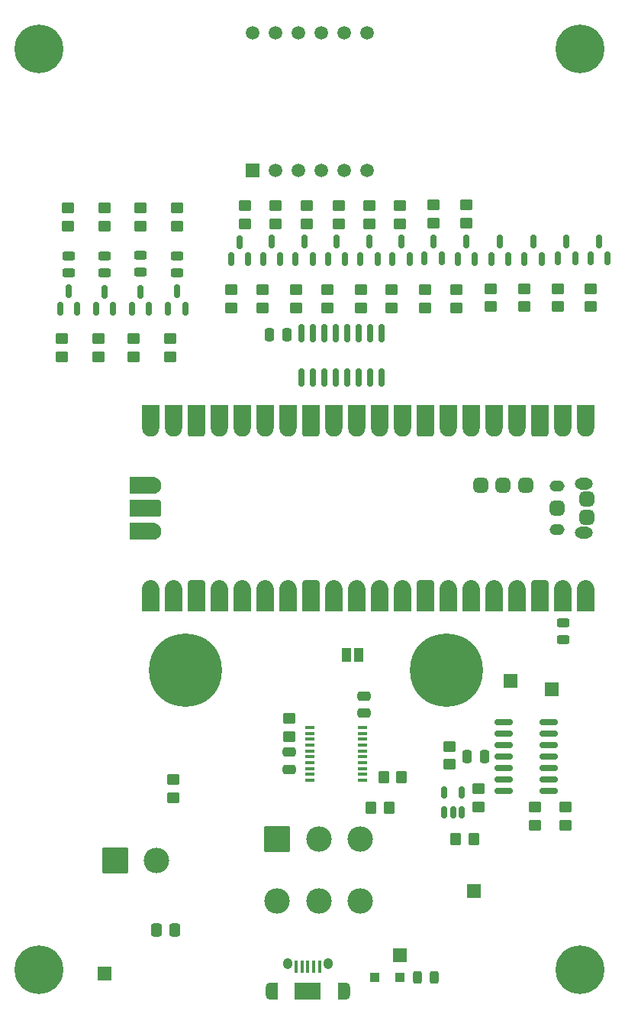
<source format=gbr>
%TF.GenerationSoftware,KiCad,Pcbnew,7.0.9-7.0.9~ubuntu22.04.1*%
%TF.CreationDate,2024-01-21T01:01:47-07:00*%
%TF.ProjectId,Multimeter,4d756c74-696d-4657-9465-722e6b696361,rev?*%
%TF.SameCoordinates,Original*%
%TF.FileFunction,Soldermask,Top*%
%TF.FilePolarity,Negative*%
%FSLAX46Y46*%
G04 Gerber Fmt 4.6, Leading zero omitted, Abs format (unit mm)*
G04 Created by KiCad (PCBNEW 7.0.9-7.0.9~ubuntu22.04.1) date 2024-01-21 01:01:47*
%MOMM*%
%LPD*%
G01*
G04 APERTURE LIST*
G04 Aperture macros list*
%AMRoundRect*
0 Rectangle with rounded corners*
0 $1 Rounding radius*
0 $2 $3 $4 $5 $6 $7 $8 $9 X,Y pos of 4 corners*
0 Add a 4 corners polygon primitive as box body*
4,1,4,$2,$3,$4,$5,$6,$7,$8,$9,$2,$3,0*
0 Add four circle primitives for the rounded corners*
1,1,$1+$1,$2,$3*
1,1,$1+$1,$4,$5*
1,1,$1+$1,$6,$7*
1,1,$1+$1,$8,$9*
0 Add four rect primitives between the rounded corners*
20,1,$1+$1,$2,$3,$4,$5,0*
20,1,$1+$1,$4,$5,$6,$7,0*
20,1,$1+$1,$6,$7,$8,$9,0*
20,1,$1+$1,$8,$9,$2,$3,0*%
G04 Aperture macros list end*
%ADD10C,0.010000*%
%ADD11R,1.000000X0.400000*%
%ADD12RoundRect,0.150000X0.150000X-0.587500X0.150000X0.587500X-0.150000X0.587500X-0.150000X-0.587500X0*%
%ADD13RoundRect,0.250000X0.450000X-0.350000X0.450000X0.350000X-0.450000X0.350000X-0.450000X-0.350000X0*%
%ADD14RoundRect,0.150000X-0.825000X-0.150000X0.825000X-0.150000X0.825000X0.150000X-0.825000X0.150000X0*%
%ADD15R,1.500000X1.500000*%
%ADD16RoundRect,0.243750X0.243750X0.456250X-0.243750X0.456250X-0.243750X-0.456250X0.243750X-0.456250X0*%
%ADD17RoundRect,0.243750X-0.456250X0.243750X-0.456250X-0.243750X0.456250X-0.243750X0.456250X0.243750X0*%
%ADD18RoundRect,0.243750X0.456250X-0.243750X0.456250X0.243750X-0.456250X0.243750X-0.456250X-0.243750X0*%
%ADD19C,8.104000*%
%ADD20RoundRect,0.250000X-0.350000X-0.450000X0.350000X-0.450000X0.350000X0.450000X-0.350000X0.450000X0*%
%ADD21O,2.004000X1.304000*%
%ADD22O,1.654000X1.254000*%
%ADD23RoundRect,0.552000X-0.300000X0.300000X-0.300000X-0.300000X0.300000X-0.300000X0.300000X0.300000X0*%
%ADD24RoundRect,0.250000X-0.450000X0.350000X-0.450000X-0.350000X0.450000X-0.350000X0.450000X0.350000X0*%
%ADD25RoundRect,0.250000X0.350000X0.450000X-0.350000X0.450000X-0.350000X-0.450000X0.350000X-0.450000X0*%
%ADD26C,0.800000*%
%ADD27C,5.400000*%
%ADD28RoundRect,0.250000X-0.475000X0.250000X-0.475000X-0.250000X0.475000X-0.250000X0.475000X0.250000X0*%
%ADD29R,0.400000X1.350000*%
%ADD30O,1.000000X1.900000*%
%ADD31R,0.875000X1.900000*%
%ADD32O,1.050000X1.250000*%
%ADD33R,2.900000X1.900000*%
%ADD34R,1.000000X1.500000*%
%ADD35RoundRect,0.150000X0.150000X-0.825000X0.150000X0.825000X-0.150000X0.825000X-0.150000X-0.825000X0*%
%ADD36RoundRect,0.250000X0.300000X0.300000X-0.300000X0.300000X-0.300000X-0.300000X0.300000X-0.300000X0*%
%ADD37RoundRect,0.102000X-1.312500X-1.312500X1.312500X-1.312500X1.312500X1.312500X-1.312500X1.312500X0*%
%ADD38C,2.829000*%
%ADD39RoundRect,0.250000X0.250000X0.475000X-0.250000X0.475000X-0.250000X-0.475000X0.250000X-0.475000X0*%
%ADD40RoundRect,0.250000X0.475000X-0.250000X0.475000X0.250000X-0.475000X0.250000X-0.475000X-0.250000X0*%
%ADD41RoundRect,0.150000X0.150000X-0.512500X0.150000X0.512500X-0.150000X0.512500X-0.150000X-0.512500X0*%
%ADD42RoundRect,0.250000X0.337500X0.475000X-0.337500X0.475000X-0.337500X-0.475000X0.337500X-0.475000X0*%
%ADD43C,1.500000*%
G04 APERTURE END LIST*
%TO.C,U1*%
D10*
X173480000Y-80997500D02*
X173479000Y-81044500D01*
X173475000Y-81091500D01*
X173469000Y-81138500D01*
X173460000Y-81184500D01*
X173449000Y-81230500D01*
X173436000Y-81275500D01*
X173420000Y-81320500D01*
X173402000Y-81363500D01*
X173382000Y-81406500D01*
X173359000Y-81447500D01*
X173335000Y-81487500D01*
X173308000Y-81526500D01*
X173279000Y-81563500D01*
X173249000Y-81599500D01*
X173216000Y-81633500D01*
X173182000Y-81666500D01*
X173146000Y-81696500D01*
X173109000Y-81725500D01*
X173070000Y-81752500D01*
X173030000Y-81776500D01*
X172989000Y-81799500D01*
X172946000Y-81819500D01*
X172903000Y-81837500D01*
X172858000Y-81853500D01*
X172813000Y-81866500D01*
X172767000Y-81877500D01*
X172721000Y-81886500D01*
X172674000Y-81892500D01*
X172627000Y-81896500D01*
X172580000Y-81897500D01*
X172533000Y-81896500D01*
X172486000Y-81892500D01*
X172439000Y-81886500D01*
X172393000Y-81877500D01*
X172347000Y-81866500D01*
X172302000Y-81853500D01*
X172257000Y-81837500D01*
X172214000Y-81819500D01*
X172171000Y-81799500D01*
X172130000Y-81776500D01*
X172090000Y-81752500D01*
X172051000Y-81725500D01*
X172014000Y-81696500D01*
X171978000Y-81666500D01*
X171944000Y-81633500D01*
X171911000Y-81599500D01*
X171881000Y-81563500D01*
X171852000Y-81526500D01*
X171825000Y-81487500D01*
X171801000Y-81447500D01*
X171778000Y-81406500D01*
X171758000Y-81363500D01*
X171740000Y-81320500D01*
X171724000Y-81275500D01*
X171711000Y-81230500D01*
X171700000Y-81184500D01*
X171691000Y-81138500D01*
X171685000Y-81091500D01*
X171681000Y-81044500D01*
X171680000Y-80997500D01*
X171680000Y-78497500D01*
X173480000Y-78497500D01*
X173480000Y-80997500D01*
G36*
X173480000Y-80997500D02*
G01*
X173479000Y-81044500D01*
X173475000Y-81091500D01*
X173469000Y-81138500D01*
X173460000Y-81184500D01*
X173449000Y-81230500D01*
X173436000Y-81275500D01*
X173420000Y-81320500D01*
X173402000Y-81363500D01*
X173382000Y-81406500D01*
X173359000Y-81447500D01*
X173335000Y-81487500D01*
X173308000Y-81526500D01*
X173279000Y-81563500D01*
X173249000Y-81599500D01*
X173216000Y-81633500D01*
X173182000Y-81666500D01*
X173146000Y-81696500D01*
X173109000Y-81725500D01*
X173070000Y-81752500D01*
X173030000Y-81776500D01*
X172989000Y-81799500D01*
X172946000Y-81819500D01*
X172903000Y-81837500D01*
X172858000Y-81853500D01*
X172813000Y-81866500D01*
X172767000Y-81877500D01*
X172721000Y-81886500D01*
X172674000Y-81892500D01*
X172627000Y-81896500D01*
X172580000Y-81897500D01*
X172533000Y-81896500D01*
X172486000Y-81892500D01*
X172439000Y-81886500D01*
X172393000Y-81877500D01*
X172347000Y-81866500D01*
X172302000Y-81853500D01*
X172257000Y-81837500D01*
X172214000Y-81819500D01*
X172171000Y-81799500D01*
X172130000Y-81776500D01*
X172090000Y-81752500D01*
X172051000Y-81725500D01*
X172014000Y-81696500D01*
X171978000Y-81666500D01*
X171944000Y-81633500D01*
X171911000Y-81599500D01*
X171881000Y-81563500D01*
X171852000Y-81526500D01*
X171825000Y-81487500D01*
X171801000Y-81447500D01*
X171778000Y-81406500D01*
X171758000Y-81363500D01*
X171740000Y-81320500D01*
X171724000Y-81275500D01*
X171711000Y-81230500D01*
X171700000Y-81184500D01*
X171691000Y-81138500D01*
X171685000Y-81091500D01*
X171681000Y-81044500D01*
X171680000Y-80997500D01*
X171680000Y-78497500D01*
X173480000Y-78497500D01*
X173480000Y-80997500D01*
G37*
X170940000Y-80997500D02*
X170939000Y-81044500D01*
X170935000Y-81091500D01*
X170929000Y-81138500D01*
X170920000Y-81184500D01*
X170909000Y-81230500D01*
X170896000Y-81275500D01*
X170880000Y-81320500D01*
X170862000Y-81363500D01*
X170842000Y-81406500D01*
X170819000Y-81447500D01*
X170795000Y-81487500D01*
X170768000Y-81526500D01*
X170739000Y-81563500D01*
X170709000Y-81599500D01*
X170676000Y-81633500D01*
X170642000Y-81666500D01*
X170606000Y-81696500D01*
X170569000Y-81725500D01*
X170530000Y-81752500D01*
X170490000Y-81776500D01*
X170449000Y-81799500D01*
X170406000Y-81819500D01*
X170363000Y-81837500D01*
X170318000Y-81853500D01*
X170273000Y-81866500D01*
X170227000Y-81877500D01*
X170181000Y-81886500D01*
X170134000Y-81892500D01*
X170087000Y-81896500D01*
X170040000Y-81897500D01*
X169993000Y-81896500D01*
X169946000Y-81892500D01*
X169899000Y-81886500D01*
X169853000Y-81877500D01*
X169807000Y-81866500D01*
X169762000Y-81853500D01*
X169717000Y-81837500D01*
X169674000Y-81819500D01*
X169631000Y-81799500D01*
X169590000Y-81776500D01*
X169550000Y-81752500D01*
X169511000Y-81725500D01*
X169474000Y-81696500D01*
X169438000Y-81666500D01*
X169404000Y-81633500D01*
X169371000Y-81599500D01*
X169341000Y-81563500D01*
X169312000Y-81526500D01*
X169285000Y-81487500D01*
X169261000Y-81447500D01*
X169238000Y-81406500D01*
X169218000Y-81363500D01*
X169200000Y-81320500D01*
X169184000Y-81275500D01*
X169171000Y-81230500D01*
X169160000Y-81184500D01*
X169151000Y-81138500D01*
X169145000Y-81091500D01*
X169141000Y-81044500D01*
X169140000Y-80997500D01*
X169140000Y-78497500D01*
X170940000Y-78497500D01*
X170940000Y-80997500D01*
G36*
X170940000Y-80997500D02*
G01*
X170939000Y-81044500D01*
X170935000Y-81091500D01*
X170929000Y-81138500D01*
X170920000Y-81184500D01*
X170909000Y-81230500D01*
X170896000Y-81275500D01*
X170880000Y-81320500D01*
X170862000Y-81363500D01*
X170842000Y-81406500D01*
X170819000Y-81447500D01*
X170795000Y-81487500D01*
X170768000Y-81526500D01*
X170739000Y-81563500D01*
X170709000Y-81599500D01*
X170676000Y-81633500D01*
X170642000Y-81666500D01*
X170606000Y-81696500D01*
X170569000Y-81725500D01*
X170530000Y-81752500D01*
X170490000Y-81776500D01*
X170449000Y-81799500D01*
X170406000Y-81819500D01*
X170363000Y-81837500D01*
X170318000Y-81853500D01*
X170273000Y-81866500D01*
X170227000Y-81877500D01*
X170181000Y-81886500D01*
X170134000Y-81892500D01*
X170087000Y-81896500D01*
X170040000Y-81897500D01*
X169993000Y-81896500D01*
X169946000Y-81892500D01*
X169899000Y-81886500D01*
X169853000Y-81877500D01*
X169807000Y-81866500D01*
X169762000Y-81853500D01*
X169717000Y-81837500D01*
X169674000Y-81819500D01*
X169631000Y-81799500D01*
X169590000Y-81776500D01*
X169550000Y-81752500D01*
X169511000Y-81725500D01*
X169474000Y-81696500D01*
X169438000Y-81666500D01*
X169404000Y-81633500D01*
X169371000Y-81599500D01*
X169341000Y-81563500D01*
X169312000Y-81526500D01*
X169285000Y-81487500D01*
X169261000Y-81447500D01*
X169238000Y-81406500D01*
X169218000Y-81363500D01*
X169200000Y-81320500D01*
X169184000Y-81275500D01*
X169171000Y-81230500D01*
X169160000Y-81184500D01*
X169151000Y-81138500D01*
X169145000Y-81091500D01*
X169141000Y-81044500D01*
X169140000Y-80997500D01*
X169140000Y-78497500D01*
X170940000Y-78497500D01*
X170940000Y-80997500D01*
G37*
X165860000Y-80997500D02*
X165859000Y-81044500D01*
X165855000Y-81091500D01*
X165849000Y-81138500D01*
X165840000Y-81184500D01*
X165829000Y-81230500D01*
X165816000Y-81275500D01*
X165800000Y-81320500D01*
X165782000Y-81363500D01*
X165762000Y-81406500D01*
X165739000Y-81447500D01*
X165715000Y-81487500D01*
X165688000Y-81526500D01*
X165659000Y-81563500D01*
X165629000Y-81599500D01*
X165596000Y-81633500D01*
X165562000Y-81666500D01*
X165526000Y-81696500D01*
X165489000Y-81725500D01*
X165450000Y-81752500D01*
X165410000Y-81776500D01*
X165369000Y-81799500D01*
X165326000Y-81819500D01*
X165283000Y-81837500D01*
X165238000Y-81853500D01*
X165193000Y-81866500D01*
X165147000Y-81877500D01*
X165101000Y-81886500D01*
X165054000Y-81892500D01*
X165007000Y-81896500D01*
X164960000Y-81897500D01*
X164913000Y-81896500D01*
X164866000Y-81892500D01*
X164819000Y-81886500D01*
X164773000Y-81877500D01*
X164727000Y-81866500D01*
X164682000Y-81853500D01*
X164637000Y-81837500D01*
X164594000Y-81819500D01*
X164551000Y-81799500D01*
X164510000Y-81776500D01*
X164470000Y-81752500D01*
X164431000Y-81725500D01*
X164394000Y-81696500D01*
X164358000Y-81666500D01*
X164324000Y-81633500D01*
X164291000Y-81599500D01*
X164261000Y-81563500D01*
X164232000Y-81526500D01*
X164205000Y-81487500D01*
X164181000Y-81447500D01*
X164158000Y-81406500D01*
X164138000Y-81363500D01*
X164120000Y-81320500D01*
X164104000Y-81275500D01*
X164091000Y-81230500D01*
X164080000Y-81184500D01*
X164071000Y-81138500D01*
X164065000Y-81091500D01*
X164061000Y-81044500D01*
X164060000Y-80997500D01*
X164060000Y-78497500D01*
X165860000Y-78497500D01*
X165860000Y-80997500D01*
G36*
X165860000Y-80997500D02*
G01*
X165859000Y-81044500D01*
X165855000Y-81091500D01*
X165849000Y-81138500D01*
X165840000Y-81184500D01*
X165829000Y-81230500D01*
X165816000Y-81275500D01*
X165800000Y-81320500D01*
X165782000Y-81363500D01*
X165762000Y-81406500D01*
X165739000Y-81447500D01*
X165715000Y-81487500D01*
X165688000Y-81526500D01*
X165659000Y-81563500D01*
X165629000Y-81599500D01*
X165596000Y-81633500D01*
X165562000Y-81666500D01*
X165526000Y-81696500D01*
X165489000Y-81725500D01*
X165450000Y-81752500D01*
X165410000Y-81776500D01*
X165369000Y-81799500D01*
X165326000Y-81819500D01*
X165283000Y-81837500D01*
X165238000Y-81853500D01*
X165193000Y-81866500D01*
X165147000Y-81877500D01*
X165101000Y-81886500D01*
X165054000Y-81892500D01*
X165007000Y-81896500D01*
X164960000Y-81897500D01*
X164913000Y-81896500D01*
X164866000Y-81892500D01*
X164819000Y-81886500D01*
X164773000Y-81877500D01*
X164727000Y-81866500D01*
X164682000Y-81853500D01*
X164637000Y-81837500D01*
X164594000Y-81819500D01*
X164551000Y-81799500D01*
X164510000Y-81776500D01*
X164470000Y-81752500D01*
X164431000Y-81725500D01*
X164394000Y-81696500D01*
X164358000Y-81666500D01*
X164324000Y-81633500D01*
X164291000Y-81599500D01*
X164261000Y-81563500D01*
X164232000Y-81526500D01*
X164205000Y-81487500D01*
X164181000Y-81447500D01*
X164158000Y-81406500D01*
X164138000Y-81363500D01*
X164120000Y-81320500D01*
X164104000Y-81275500D01*
X164091000Y-81230500D01*
X164080000Y-81184500D01*
X164071000Y-81138500D01*
X164065000Y-81091500D01*
X164061000Y-81044500D01*
X164060000Y-80997500D01*
X164060000Y-78497500D01*
X165860000Y-78497500D01*
X165860000Y-80997500D01*
G37*
X163320000Y-80997500D02*
X163319000Y-81044500D01*
X163315000Y-81091500D01*
X163309000Y-81138500D01*
X163300000Y-81184500D01*
X163289000Y-81230500D01*
X163276000Y-81275500D01*
X163260000Y-81320500D01*
X163242000Y-81363500D01*
X163222000Y-81406500D01*
X163199000Y-81447500D01*
X163175000Y-81487500D01*
X163148000Y-81526500D01*
X163119000Y-81563500D01*
X163089000Y-81599500D01*
X163056000Y-81633500D01*
X163022000Y-81666500D01*
X162986000Y-81696500D01*
X162949000Y-81725500D01*
X162910000Y-81752500D01*
X162870000Y-81776500D01*
X162829000Y-81799500D01*
X162786000Y-81819500D01*
X162743000Y-81837500D01*
X162698000Y-81853500D01*
X162653000Y-81866500D01*
X162607000Y-81877500D01*
X162561000Y-81886500D01*
X162514000Y-81892500D01*
X162467000Y-81896500D01*
X162420000Y-81897500D01*
X162373000Y-81896500D01*
X162326000Y-81892500D01*
X162279000Y-81886500D01*
X162233000Y-81877500D01*
X162187000Y-81866500D01*
X162142000Y-81853500D01*
X162097000Y-81837500D01*
X162054000Y-81819500D01*
X162011000Y-81799500D01*
X161970000Y-81776500D01*
X161930000Y-81752500D01*
X161891000Y-81725500D01*
X161854000Y-81696500D01*
X161818000Y-81666500D01*
X161784000Y-81633500D01*
X161751000Y-81599500D01*
X161721000Y-81563500D01*
X161692000Y-81526500D01*
X161665000Y-81487500D01*
X161641000Y-81447500D01*
X161618000Y-81406500D01*
X161598000Y-81363500D01*
X161580000Y-81320500D01*
X161564000Y-81275500D01*
X161551000Y-81230500D01*
X161540000Y-81184500D01*
X161531000Y-81138500D01*
X161525000Y-81091500D01*
X161521000Y-81044500D01*
X161520000Y-80997500D01*
X161520000Y-78497500D01*
X163320000Y-78497500D01*
X163320000Y-80997500D01*
G36*
X163320000Y-80997500D02*
G01*
X163319000Y-81044500D01*
X163315000Y-81091500D01*
X163309000Y-81138500D01*
X163300000Y-81184500D01*
X163289000Y-81230500D01*
X163276000Y-81275500D01*
X163260000Y-81320500D01*
X163242000Y-81363500D01*
X163222000Y-81406500D01*
X163199000Y-81447500D01*
X163175000Y-81487500D01*
X163148000Y-81526500D01*
X163119000Y-81563500D01*
X163089000Y-81599500D01*
X163056000Y-81633500D01*
X163022000Y-81666500D01*
X162986000Y-81696500D01*
X162949000Y-81725500D01*
X162910000Y-81752500D01*
X162870000Y-81776500D01*
X162829000Y-81799500D01*
X162786000Y-81819500D01*
X162743000Y-81837500D01*
X162698000Y-81853500D01*
X162653000Y-81866500D01*
X162607000Y-81877500D01*
X162561000Y-81886500D01*
X162514000Y-81892500D01*
X162467000Y-81896500D01*
X162420000Y-81897500D01*
X162373000Y-81896500D01*
X162326000Y-81892500D01*
X162279000Y-81886500D01*
X162233000Y-81877500D01*
X162187000Y-81866500D01*
X162142000Y-81853500D01*
X162097000Y-81837500D01*
X162054000Y-81819500D01*
X162011000Y-81799500D01*
X161970000Y-81776500D01*
X161930000Y-81752500D01*
X161891000Y-81725500D01*
X161854000Y-81696500D01*
X161818000Y-81666500D01*
X161784000Y-81633500D01*
X161751000Y-81599500D01*
X161721000Y-81563500D01*
X161692000Y-81526500D01*
X161665000Y-81487500D01*
X161641000Y-81447500D01*
X161618000Y-81406500D01*
X161598000Y-81363500D01*
X161580000Y-81320500D01*
X161564000Y-81275500D01*
X161551000Y-81230500D01*
X161540000Y-81184500D01*
X161531000Y-81138500D01*
X161525000Y-81091500D01*
X161521000Y-81044500D01*
X161520000Y-80997500D01*
X161520000Y-78497500D01*
X163320000Y-78497500D01*
X163320000Y-80997500D01*
G37*
X160780000Y-80997500D02*
X160779000Y-81044500D01*
X160775000Y-81091500D01*
X160769000Y-81138500D01*
X160760000Y-81184500D01*
X160749000Y-81230500D01*
X160736000Y-81275500D01*
X160720000Y-81320500D01*
X160702000Y-81363500D01*
X160682000Y-81406500D01*
X160659000Y-81447500D01*
X160635000Y-81487500D01*
X160608000Y-81526500D01*
X160579000Y-81563500D01*
X160549000Y-81599500D01*
X160516000Y-81633500D01*
X160482000Y-81666500D01*
X160446000Y-81696500D01*
X160409000Y-81725500D01*
X160370000Y-81752500D01*
X160330000Y-81776500D01*
X160289000Y-81799500D01*
X160246000Y-81819500D01*
X160203000Y-81837500D01*
X160158000Y-81853500D01*
X160113000Y-81866500D01*
X160067000Y-81877500D01*
X160021000Y-81886500D01*
X159974000Y-81892500D01*
X159927000Y-81896500D01*
X159880000Y-81897500D01*
X159833000Y-81896500D01*
X159786000Y-81892500D01*
X159739000Y-81886500D01*
X159693000Y-81877500D01*
X159647000Y-81866500D01*
X159602000Y-81853500D01*
X159557000Y-81837500D01*
X159514000Y-81819500D01*
X159471000Y-81799500D01*
X159430000Y-81776500D01*
X159390000Y-81752500D01*
X159351000Y-81725500D01*
X159314000Y-81696500D01*
X159278000Y-81666500D01*
X159244000Y-81633500D01*
X159211000Y-81599500D01*
X159181000Y-81563500D01*
X159152000Y-81526500D01*
X159125000Y-81487500D01*
X159101000Y-81447500D01*
X159078000Y-81406500D01*
X159058000Y-81363500D01*
X159040000Y-81320500D01*
X159024000Y-81275500D01*
X159011000Y-81230500D01*
X159000000Y-81184500D01*
X158991000Y-81138500D01*
X158985000Y-81091500D01*
X158981000Y-81044500D01*
X158980000Y-80997500D01*
X158980000Y-78497500D01*
X160780000Y-78497500D01*
X160780000Y-80997500D01*
G36*
X160780000Y-80997500D02*
G01*
X160779000Y-81044500D01*
X160775000Y-81091500D01*
X160769000Y-81138500D01*
X160760000Y-81184500D01*
X160749000Y-81230500D01*
X160736000Y-81275500D01*
X160720000Y-81320500D01*
X160702000Y-81363500D01*
X160682000Y-81406500D01*
X160659000Y-81447500D01*
X160635000Y-81487500D01*
X160608000Y-81526500D01*
X160579000Y-81563500D01*
X160549000Y-81599500D01*
X160516000Y-81633500D01*
X160482000Y-81666500D01*
X160446000Y-81696500D01*
X160409000Y-81725500D01*
X160370000Y-81752500D01*
X160330000Y-81776500D01*
X160289000Y-81799500D01*
X160246000Y-81819500D01*
X160203000Y-81837500D01*
X160158000Y-81853500D01*
X160113000Y-81866500D01*
X160067000Y-81877500D01*
X160021000Y-81886500D01*
X159974000Y-81892500D01*
X159927000Y-81896500D01*
X159880000Y-81897500D01*
X159833000Y-81896500D01*
X159786000Y-81892500D01*
X159739000Y-81886500D01*
X159693000Y-81877500D01*
X159647000Y-81866500D01*
X159602000Y-81853500D01*
X159557000Y-81837500D01*
X159514000Y-81819500D01*
X159471000Y-81799500D01*
X159430000Y-81776500D01*
X159390000Y-81752500D01*
X159351000Y-81725500D01*
X159314000Y-81696500D01*
X159278000Y-81666500D01*
X159244000Y-81633500D01*
X159211000Y-81599500D01*
X159181000Y-81563500D01*
X159152000Y-81526500D01*
X159125000Y-81487500D01*
X159101000Y-81447500D01*
X159078000Y-81406500D01*
X159058000Y-81363500D01*
X159040000Y-81320500D01*
X159024000Y-81275500D01*
X159011000Y-81230500D01*
X159000000Y-81184500D01*
X158991000Y-81138500D01*
X158985000Y-81091500D01*
X158981000Y-81044500D01*
X158980000Y-80997500D01*
X158980000Y-78497500D01*
X160780000Y-78497500D01*
X160780000Y-80997500D01*
G37*
X158240000Y-80997500D02*
X158239000Y-81044500D01*
X158235000Y-81091500D01*
X158229000Y-81138500D01*
X158220000Y-81184500D01*
X158209000Y-81230500D01*
X158196000Y-81275500D01*
X158180000Y-81320500D01*
X158162000Y-81363500D01*
X158142000Y-81406500D01*
X158119000Y-81447500D01*
X158095000Y-81487500D01*
X158068000Y-81526500D01*
X158039000Y-81563500D01*
X158009000Y-81599500D01*
X157976000Y-81633500D01*
X157942000Y-81666500D01*
X157906000Y-81696500D01*
X157869000Y-81725500D01*
X157830000Y-81752500D01*
X157790000Y-81776500D01*
X157749000Y-81799500D01*
X157706000Y-81819500D01*
X157663000Y-81837500D01*
X157618000Y-81853500D01*
X157573000Y-81866500D01*
X157527000Y-81877500D01*
X157481000Y-81886500D01*
X157434000Y-81892500D01*
X157387000Y-81896500D01*
X157340000Y-81897500D01*
X157293000Y-81896500D01*
X157246000Y-81892500D01*
X157199000Y-81886500D01*
X157153000Y-81877500D01*
X157107000Y-81866500D01*
X157062000Y-81853500D01*
X157017000Y-81837500D01*
X156974000Y-81819500D01*
X156931000Y-81799500D01*
X156890000Y-81776500D01*
X156850000Y-81752500D01*
X156811000Y-81725500D01*
X156774000Y-81696500D01*
X156738000Y-81666500D01*
X156704000Y-81633500D01*
X156671000Y-81599500D01*
X156641000Y-81563500D01*
X156612000Y-81526500D01*
X156585000Y-81487500D01*
X156561000Y-81447500D01*
X156538000Y-81406500D01*
X156518000Y-81363500D01*
X156500000Y-81320500D01*
X156484000Y-81275500D01*
X156471000Y-81230500D01*
X156460000Y-81184500D01*
X156451000Y-81138500D01*
X156445000Y-81091500D01*
X156441000Y-81044500D01*
X156440000Y-80997500D01*
X156440000Y-78497500D01*
X158240000Y-78497500D01*
X158240000Y-80997500D01*
G36*
X158240000Y-80997500D02*
G01*
X158239000Y-81044500D01*
X158235000Y-81091500D01*
X158229000Y-81138500D01*
X158220000Y-81184500D01*
X158209000Y-81230500D01*
X158196000Y-81275500D01*
X158180000Y-81320500D01*
X158162000Y-81363500D01*
X158142000Y-81406500D01*
X158119000Y-81447500D01*
X158095000Y-81487500D01*
X158068000Y-81526500D01*
X158039000Y-81563500D01*
X158009000Y-81599500D01*
X157976000Y-81633500D01*
X157942000Y-81666500D01*
X157906000Y-81696500D01*
X157869000Y-81725500D01*
X157830000Y-81752500D01*
X157790000Y-81776500D01*
X157749000Y-81799500D01*
X157706000Y-81819500D01*
X157663000Y-81837500D01*
X157618000Y-81853500D01*
X157573000Y-81866500D01*
X157527000Y-81877500D01*
X157481000Y-81886500D01*
X157434000Y-81892500D01*
X157387000Y-81896500D01*
X157340000Y-81897500D01*
X157293000Y-81896500D01*
X157246000Y-81892500D01*
X157199000Y-81886500D01*
X157153000Y-81877500D01*
X157107000Y-81866500D01*
X157062000Y-81853500D01*
X157017000Y-81837500D01*
X156974000Y-81819500D01*
X156931000Y-81799500D01*
X156890000Y-81776500D01*
X156850000Y-81752500D01*
X156811000Y-81725500D01*
X156774000Y-81696500D01*
X156738000Y-81666500D01*
X156704000Y-81633500D01*
X156671000Y-81599500D01*
X156641000Y-81563500D01*
X156612000Y-81526500D01*
X156585000Y-81487500D01*
X156561000Y-81447500D01*
X156538000Y-81406500D01*
X156518000Y-81363500D01*
X156500000Y-81320500D01*
X156484000Y-81275500D01*
X156471000Y-81230500D01*
X156460000Y-81184500D01*
X156451000Y-81138500D01*
X156445000Y-81091500D01*
X156441000Y-81044500D01*
X156440000Y-80997500D01*
X156440000Y-78497500D01*
X158240000Y-78497500D01*
X158240000Y-80997500D01*
G37*
X153160000Y-80997500D02*
X153159000Y-81044500D01*
X153155000Y-81091500D01*
X153149000Y-81138500D01*
X153140000Y-81184500D01*
X153129000Y-81230500D01*
X153116000Y-81275500D01*
X153100000Y-81320500D01*
X153082000Y-81363500D01*
X153062000Y-81406500D01*
X153039000Y-81447500D01*
X153015000Y-81487500D01*
X152988000Y-81526500D01*
X152959000Y-81563500D01*
X152929000Y-81599500D01*
X152896000Y-81633500D01*
X152862000Y-81666500D01*
X152826000Y-81696500D01*
X152789000Y-81725500D01*
X152750000Y-81752500D01*
X152710000Y-81776500D01*
X152669000Y-81799500D01*
X152626000Y-81819500D01*
X152583000Y-81837500D01*
X152538000Y-81853500D01*
X152493000Y-81866500D01*
X152447000Y-81877500D01*
X152401000Y-81886500D01*
X152354000Y-81892500D01*
X152307000Y-81896500D01*
X152260000Y-81897500D01*
X152213000Y-81896500D01*
X152166000Y-81892500D01*
X152119000Y-81886500D01*
X152073000Y-81877500D01*
X152027000Y-81866500D01*
X151982000Y-81853500D01*
X151937000Y-81837500D01*
X151894000Y-81819500D01*
X151851000Y-81799500D01*
X151810000Y-81776500D01*
X151770000Y-81752500D01*
X151731000Y-81725500D01*
X151694000Y-81696500D01*
X151658000Y-81666500D01*
X151624000Y-81633500D01*
X151591000Y-81599500D01*
X151561000Y-81563500D01*
X151532000Y-81526500D01*
X151505000Y-81487500D01*
X151481000Y-81447500D01*
X151458000Y-81406500D01*
X151438000Y-81363500D01*
X151420000Y-81320500D01*
X151404000Y-81275500D01*
X151391000Y-81230500D01*
X151380000Y-81184500D01*
X151371000Y-81138500D01*
X151365000Y-81091500D01*
X151361000Y-81044500D01*
X151360000Y-80997500D01*
X151360000Y-78497500D01*
X153160000Y-78497500D01*
X153160000Y-80997500D01*
G36*
X153160000Y-80997500D02*
G01*
X153159000Y-81044500D01*
X153155000Y-81091500D01*
X153149000Y-81138500D01*
X153140000Y-81184500D01*
X153129000Y-81230500D01*
X153116000Y-81275500D01*
X153100000Y-81320500D01*
X153082000Y-81363500D01*
X153062000Y-81406500D01*
X153039000Y-81447500D01*
X153015000Y-81487500D01*
X152988000Y-81526500D01*
X152959000Y-81563500D01*
X152929000Y-81599500D01*
X152896000Y-81633500D01*
X152862000Y-81666500D01*
X152826000Y-81696500D01*
X152789000Y-81725500D01*
X152750000Y-81752500D01*
X152710000Y-81776500D01*
X152669000Y-81799500D01*
X152626000Y-81819500D01*
X152583000Y-81837500D01*
X152538000Y-81853500D01*
X152493000Y-81866500D01*
X152447000Y-81877500D01*
X152401000Y-81886500D01*
X152354000Y-81892500D01*
X152307000Y-81896500D01*
X152260000Y-81897500D01*
X152213000Y-81896500D01*
X152166000Y-81892500D01*
X152119000Y-81886500D01*
X152073000Y-81877500D01*
X152027000Y-81866500D01*
X151982000Y-81853500D01*
X151937000Y-81837500D01*
X151894000Y-81819500D01*
X151851000Y-81799500D01*
X151810000Y-81776500D01*
X151770000Y-81752500D01*
X151731000Y-81725500D01*
X151694000Y-81696500D01*
X151658000Y-81666500D01*
X151624000Y-81633500D01*
X151591000Y-81599500D01*
X151561000Y-81563500D01*
X151532000Y-81526500D01*
X151505000Y-81487500D01*
X151481000Y-81447500D01*
X151458000Y-81406500D01*
X151438000Y-81363500D01*
X151420000Y-81320500D01*
X151404000Y-81275500D01*
X151391000Y-81230500D01*
X151380000Y-81184500D01*
X151371000Y-81138500D01*
X151365000Y-81091500D01*
X151361000Y-81044500D01*
X151360000Y-80997500D01*
X151360000Y-78497500D01*
X153160000Y-78497500D01*
X153160000Y-80997500D01*
G37*
X150620000Y-80997500D02*
X150619000Y-81044500D01*
X150615000Y-81091500D01*
X150609000Y-81138500D01*
X150600000Y-81184500D01*
X150589000Y-81230500D01*
X150576000Y-81275500D01*
X150560000Y-81320500D01*
X150542000Y-81363500D01*
X150522000Y-81406500D01*
X150499000Y-81447500D01*
X150475000Y-81487500D01*
X150448000Y-81526500D01*
X150419000Y-81563500D01*
X150389000Y-81599500D01*
X150356000Y-81633500D01*
X150322000Y-81666500D01*
X150286000Y-81696500D01*
X150249000Y-81725500D01*
X150210000Y-81752500D01*
X150170000Y-81776500D01*
X150129000Y-81799500D01*
X150086000Y-81819500D01*
X150043000Y-81837500D01*
X149998000Y-81853500D01*
X149953000Y-81866500D01*
X149907000Y-81877500D01*
X149861000Y-81886500D01*
X149814000Y-81892500D01*
X149767000Y-81896500D01*
X149720000Y-81897500D01*
X149673000Y-81896500D01*
X149626000Y-81892500D01*
X149579000Y-81886500D01*
X149533000Y-81877500D01*
X149487000Y-81866500D01*
X149442000Y-81853500D01*
X149397000Y-81837500D01*
X149354000Y-81819500D01*
X149311000Y-81799500D01*
X149270000Y-81776500D01*
X149230000Y-81752500D01*
X149191000Y-81725500D01*
X149154000Y-81696500D01*
X149118000Y-81666500D01*
X149084000Y-81633500D01*
X149051000Y-81599500D01*
X149021000Y-81563500D01*
X148992000Y-81526500D01*
X148965000Y-81487500D01*
X148941000Y-81447500D01*
X148918000Y-81406500D01*
X148898000Y-81363500D01*
X148880000Y-81320500D01*
X148864000Y-81275500D01*
X148851000Y-81230500D01*
X148840000Y-81184500D01*
X148831000Y-81138500D01*
X148825000Y-81091500D01*
X148821000Y-81044500D01*
X148820000Y-80997500D01*
X148820000Y-78497500D01*
X150620000Y-78497500D01*
X150620000Y-80997500D01*
G36*
X150620000Y-80997500D02*
G01*
X150619000Y-81044500D01*
X150615000Y-81091500D01*
X150609000Y-81138500D01*
X150600000Y-81184500D01*
X150589000Y-81230500D01*
X150576000Y-81275500D01*
X150560000Y-81320500D01*
X150542000Y-81363500D01*
X150522000Y-81406500D01*
X150499000Y-81447500D01*
X150475000Y-81487500D01*
X150448000Y-81526500D01*
X150419000Y-81563500D01*
X150389000Y-81599500D01*
X150356000Y-81633500D01*
X150322000Y-81666500D01*
X150286000Y-81696500D01*
X150249000Y-81725500D01*
X150210000Y-81752500D01*
X150170000Y-81776500D01*
X150129000Y-81799500D01*
X150086000Y-81819500D01*
X150043000Y-81837500D01*
X149998000Y-81853500D01*
X149953000Y-81866500D01*
X149907000Y-81877500D01*
X149861000Y-81886500D01*
X149814000Y-81892500D01*
X149767000Y-81896500D01*
X149720000Y-81897500D01*
X149673000Y-81896500D01*
X149626000Y-81892500D01*
X149579000Y-81886500D01*
X149533000Y-81877500D01*
X149487000Y-81866500D01*
X149442000Y-81853500D01*
X149397000Y-81837500D01*
X149354000Y-81819500D01*
X149311000Y-81799500D01*
X149270000Y-81776500D01*
X149230000Y-81752500D01*
X149191000Y-81725500D01*
X149154000Y-81696500D01*
X149118000Y-81666500D01*
X149084000Y-81633500D01*
X149051000Y-81599500D01*
X149021000Y-81563500D01*
X148992000Y-81526500D01*
X148965000Y-81487500D01*
X148941000Y-81447500D01*
X148918000Y-81406500D01*
X148898000Y-81363500D01*
X148880000Y-81320500D01*
X148864000Y-81275500D01*
X148851000Y-81230500D01*
X148840000Y-81184500D01*
X148831000Y-81138500D01*
X148825000Y-81091500D01*
X148821000Y-81044500D01*
X148820000Y-80997500D01*
X148820000Y-78497500D01*
X150620000Y-78497500D01*
X150620000Y-80997500D01*
G37*
X148080000Y-80997500D02*
X148079000Y-81044500D01*
X148075000Y-81091500D01*
X148069000Y-81138500D01*
X148060000Y-81184500D01*
X148049000Y-81230500D01*
X148036000Y-81275500D01*
X148020000Y-81320500D01*
X148002000Y-81363500D01*
X147982000Y-81406500D01*
X147959000Y-81447500D01*
X147935000Y-81487500D01*
X147908000Y-81526500D01*
X147879000Y-81563500D01*
X147849000Y-81599500D01*
X147816000Y-81633500D01*
X147782000Y-81666500D01*
X147746000Y-81696500D01*
X147709000Y-81725500D01*
X147670000Y-81752500D01*
X147630000Y-81776500D01*
X147589000Y-81799500D01*
X147546000Y-81819500D01*
X147503000Y-81837500D01*
X147458000Y-81853500D01*
X147413000Y-81866500D01*
X147367000Y-81877500D01*
X147321000Y-81886500D01*
X147274000Y-81892500D01*
X147227000Y-81896500D01*
X147180000Y-81897500D01*
X147133000Y-81896500D01*
X147086000Y-81892500D01*
X147039000Y-81886500D01*
X146993000Y-81877500D01*
X146947000Y-81866500D01*
X146902000Y-81853500D01*
X146857000Y-81837500D01*
X146814000Y-81819500D01*
X146771000Y-81799500D01*
X146730000Y-81776500D01*
X146690000Y-81752500D01*
X146651000Y-81725500D01*
X146614000Y-81696500D01*
X146578000Y-81666500D01*
X146544000Y-81633500D01*
X146511000Y-81599500D01*
X146481000Y-81563500D01*
X146452000Y-81526500D01*
X146425000Y-81487500D01*
X146401000Y-81447500D01*
X146378000Y-81406500D01*
X146358000Y-81363500D01*
X146340000Y-81320500D01*
X146324000Y-81275500D01*
X146311000Y-81230500D01*
X146300000Y-81184500D01*
X146291000Y-81138500D01*
X146285000Y-81091500D01*
X146281000Y-81044500D01*
X146280000Y-80997500D01*
X146280000Y-78497500D01*
X148080000Y-78497500D01*
X148080000Y-80997500D01*
G36*
X148080000Y-80997500D02*
G01*
X148079000Y-81044500D01*
X148075000Y-81091500D01*
X148069000Y-81138500D01*
X148060000Y-81184500D01*
X148049000Y-81230500D01*
X148036000Y-81275500D01*
X148020000Y-81320500D01*
X148002000Y-81363500D01*
X147982000Y-81406500D01*
X147959000Y-81447500D01*
X147935000Y-81487500D01*
X147908000Y-81526500D01*
X147879000Y-81563500D01*
X147849000Y-81599500D01*
X147816000Y-81633500D01*
X147782000Y-81666500D01*
X147746000Y-81696500D01*
X147709000Y-81725500D01*
X147670000Y-81752500D01*
X147630000Y-81776500D01*
X147589000Y-81799500D01*
X147546000Y-81819500D01*
X147503000Y-81837500D01*
X147458000Y-81853500D01*
X147413000Y-81866500D01*
X147367000Y-81877500D01*
X147321000Y-81886500D01*
X147274000Y-81892500D01*
X147227000Y-81896500D01*
X147180000Y-81897500D01*
X147133000Y-81896500D01*
X147086000Y-81892500D01*
X147039000Y-81886500D01*
X146993000Y-81877500D01*
X146947000Y-81866500D01*
X146902000Y-81853500D01*
X146857000Y-81837500D01*
X146814000Y-81819500D01*
X146771000Y-81799500D01*
X146730000Y-81776500D01*
X146690000Y-81752500D01*
X146651000Y-81725500D01*
X146614000Y-81696500D01*
X146578000Y-81666500D01*
X146544000Y-81633500D01*
X146511000Y-81599500D01*
X146481000Y-81563500D01*
X146452000Y-81526500D01*
X146425000Y-81487500D01*
X146401000Y-81447500D01*
X146378000Y-81406500D01*
X146358000Y-81363500D01*
X146340000Y-81320500D01*
X146324000Y-81275500D01*
X146311000Y-81230500D01*
X146300000Y-81184500D01*
X146291000Y-81138500D01*
X146285000Y-81091500D01*
X146281000Y-81044500D01*
X146280000Y-80997500D01*
X146280000Y-78497500D01*
X148080000Y-78497500D01*
X148080000Y-80997500D01*
G37*
X145540000Y-80997500D02*
X145539000Y-81044500D01*
X145535000Y-81091500D01*
X145529000Y-81138500D01*
X145520000Y-81184500D01*
X145509000Y-81230500D01*
X145496000Y-81275500D01*
X145480000Y-81320500D01*
X145462000Y-81363500D01*
X145442000Y-81406500D01*
X145419000Y-81447500D01*
X145395000Y-81487500D01*
X145368000Y-81526500D01*
X145339000Y-81563500D01*
X145309000Y-81599500D01*
X145276000Y-81633500D01*
X145242000Y-81666500D01*
X145206000Y-81696500D01*
X145169000Y-81725500D01*
X145130000Y-81752500D01*
X145090000Y-81776500D01*
X145049000Y-81799500D01*
X145006000Y-81819500D01*
X144963000Y-81837500D01*
X144918000Y-81853500D01*
X144873000Y-81866500D01*
X144827000Y-81877500D01*
X144781000Y-81886500D01*
X144734000Y-81892500D01*
X144687000Y-81896500D01*
X144640000Y-81897500D01*
X144593000Y-81896500D01*
X144546000Y-81892500D01*
X144499000Y-81886500D01*
X144453000Y-81877500D01*
X144407000Y-81866500D01*
X144362000Y-81853500D01*
X144317000Y-81837500D01*
X144274000Y-81819500D01*
X144231000Y-81799500D01*
X144190000Y-81776500D01*
X144150000Y-81752500D01*
X144111000Y-81725500D01*
X144074000Y-81696500D01*
X144038000Y-81666500D01*
X144004000Y-81633500D01*
X143971000Y-81599500D01*
X143941000Y-81563500D01*
X143912000Y-81526500D01*
X143885000Y-81487500D01*
X143861000Y-81447500D01*
X143838000Y-81406500D01*
X143818000Y-81363500D01*
X143800000Y-81320500D01*
X143784000Y-81275500D01*
X143771000Y-81230500D01*
X143760000Y-81184500D01*
X143751000Y-81138500D01*
X143745000Y-81091500D01*
X143741000Y-81044500D01*
X143740000Y-80997500D01*
X143740000Y-78497500D01*
X145540000Y-78497500D01*
X145540000Y-80997500D01*
G36*
X145540000Y-80997500D02*
G01*
X145539000Y-81044500D01*
X145535000Y-81091500D01*
X145529000Y-81138500D01*
X145520000Y-81184500D01*
X145509000Y-81230500D01*
X145496000Y-81275500D01*
X145480000Y-81320500D01*
X145462000Y-81363500D01*
X145442000Y-81406500D01*
X145419000Y-81447500D01*
X145395000Y-81487500D01*
X145368000Y-81526500D01*
X145339000Y-81563500D01*
X145309000Y-81599500D01*
X145276000Y-81633500D01*
X145242000Y-81666500D01*
X145206000Y-81696500D01*
X145169000Y-81725500D01*
X145130000Y-81752500D01*
X145090000Y-81776500D01*
X145049000Y-81799500D01*
X145006000Y-81819500D01*
X144963000Y-81837500D01*
X144918000Y-81853500D01*
X144873000Y-81866500D01*
X144827000Y-81877500D01*
X144781000Y-81886500D01*
X144734000Y-81892500D01*
X144687000Y-81896500D01*
X144640000Y-81897500D01*
X144593000Y-81896500D01*
X144546000Y-81892500D01*
X144499000Y-81886500D01*
X144453000Y-81877500D01*
X144407000Y-81866500D01*
X144362000Y-81853500D01*
X144317000Y-81837500D01*
X144274000Y-81819500D01*
X144231000Y-81799500D01*
X144190000Y-81776500D01*
X144150000Y-81752500D01*
X144111000Y-81725500D01*
X144074000Y-81696500D01*
X144038000Y-81666500D01*
X144004000Y-81633500D01*
X143971000Y-81599500D01*
X143941000Y-81563500D01*
X143912000Y-81526500D01*
X143885000Y-81487500D01*
X143861000Y-81447500D01*
X143838000Y-81406500D01*
X143818000Y-81363500D01*
X143800000Y-81320500D01*
X143784000Y-81275500D01*
X143771000Y-81230500D01*
X143760000Y-81184500D01*
X143751000Y-81138500D01*
X143745000Y-81091500D01*
X143741000Y-81044500D01*
X143740000Y-80997500D01*
X143740000Y-78497500D01*
X145540000Y-78497500D01*
X145540000Y-80997500D01*
G37*
X140460000Y-80997500D02*
X140459000Y-81044500D01*
X140455000Y-81091500D01*
X140449000Y-81138500D01*
X140440000Y-81184500D01*
X140429000Y-81230500D01*
X140416000Y-81275500D01*
X140400000Y-81320500D01*
X140382000Y-81363500D01*
X140362000Y-81406500D01*
X140339000Y-81447500D01*
X140315000Y-81487500D01*
X140288000Y-81526500D01*
X140259000Y-81563500D01*
X140229000Y-81599500D01*
X140196000Y-81633500D01*
X140162000Y-81666500D01*
X140126000Y-81696500D01*
X140089000Y-81725500D01*
X140050000Y-81752500D01*
X140010000Y-81776500D01*
X139969000Y-81799500D01*
X139926000Y-81819500D01*
X139883000Y-81837500D01*
X139838000Y-81853500D01*
X139793000Y-81866500D01*
X139747000Y-81877500D01*
X139701000Y-81886500D01*
X139654000Y-81892500D01*
X139607000Y-81896500D01*
X139560000Y-81897500D01*
X139513000Y-81896500D01*
X139466000Y-81892500D01*
X139419000Y-81886500D01*
X139373000Y-81877500D01*
X139327000Y-81866500D01*
X139282000Y-81853500D01*
X139237000Y-81837500D01*
X139194000Y-81819500D01*
X139151000Y-81799500D01*
X139110000Y-81776500D01*
X139070000Y-81752500D01*
X139031000Y-81725500D01*
X138994000Y-81696500D01*
X138958000Y-81666500D01*
X138924000Y-81633500D01*
X138891000Y-81599500D01*
X138861000Y-81563500D01*
X138832000Y-81526500D01*
X138805000Y-81487500D01*
X138781000Y-81447500D01*
X138758000Y-81406500D01*
X138738000Y-81363500D01*
X138720000Y-81320500D01*
X138704000Y-81275500D01*
X138691000Y-81230500D01*
X138680000Y-81184500D01*
X138671000Y-81138500D01*
X138665000Y-81091500D01*
X138661000Y-81044500D01*
X138660000Y-80997500D01*
X138660000Y-78497500D01*
X140460000Y-78497500D01*
X140460000Y-80997500D01*
G36*
X140460000Y-80997500D02*
G01*
X140459000Y-81044500D01*
X140455000Y-81091500D01*
X140449000Y-81138500D01*
X140440000Y-81184500D01*
X140429000Y-81230500D01*
X140416000Y-81275500D01*
X140400000Y-81320500D01*
X140382000Y-81363500D01*
X140362000Y-81406500D01*
X140339000Y-81447500D01*
X140315000Y-81487500D01*
X140288000Y-81526500D01*
X140259000Y-81563500D01*
X140229000Y-81599500D01*
X140196000Y-81633500D01*
X140162000Y-81666500D01*
X140126000Y-81696500D01*
X140089000Y-81725500D01*
X140050000Y-81752500D01*
X140010000Y-81776500D01*
X139969000Y-81799500D01*
X139926000Y-81819500D01*
X139883000Y-81837500D01*
X139838000Y-81853500D01*
X139793000Y-81866500D01*
X139747000Y-81877500D01*
X139701000Y-81886500D01*
X139654000Y-81892500D01*
X139607000Y-81896500D01*
X139560000Y-81897500D01*
X139513000Y-81896500D01*
X139466000Y-81892500D01*
X139419000Y-81886500D01*
X139373000Y-81877500D01*
X139327000Y-81866500D01*
X139282000Y-81853500D01*
X139237000Y-81837500D01*
X139194000Y-81819500D01*
X139151000Y-81799500D01*
X139110000Y-81776500D01*
X139070000Y-81752500D01*
X139031000Y-81725500D01*
X138994000Y-81696500D01*
X138958000Y-81666500D01*
X138924000Y-81633500D01*
X138891000Y-81599500D01*
X138861000Y-81563500D01*
X138832000Y-81526500D01*
X138805000Y-81487500D01*
X138781000Y-81447500D01*
X138758000Y-81406500D01*
X138738000Y-81363500D01*
X138720000Y-81320500D01*
X138704000Y-81275500D01*
X138691000Y-81230500D01*
X138680000Y-81184500D01*
X138671000Y-81138500D01*
X138665000Y-81091500D01*
X138661000Y-81044500D01*
X138660000Y-80997500D01*
X138660000Y-78497500D01*
X140460000Y-78497500D01*
X140460000Y-80997500D01*
G37*
X137920000Y-80997500D02*
X137919000Y-81044500D01*
X137915000Y-81091500D01*
X137909000Y-81138500D01*
X137900000Y-81184500D01*
X137889000Y-81230500D01*
X137876000Y-81275500D01*
X137860000Y-81320500D01*
X137842000Y-81363500D01*
X137822000Y-81406500D01*
X137799000Y-81447500D01*
X137775000Y-81487500D01*
X137748000Y-81526500D01*
X137719000Y-81563500D01*
X137689000Y-81599500D01*
X137656000Y-81633500D01*
X137622000Y-81666500D01*
X137586000Y-81696500D01*
X137549000Y-81725500D01*
X137510000Y-81752500D01*
X137470000Y-81776500D01*
X137429000Y-81799500D01*
X137386000Y-81819500D01*
X137343000Y-81837500D01*
X137298000Y-81853500D01*
X137253000Y-81866500D01*
X137207000Y-81877500D01*
X137161000Y-81886500D01*
X137114000Y-81892500D01*
X137067000Y-81896500D01*
X137020000Y-81897500D01*
X136973000Y-81896500D01*
X136926000Y-81892500D01*
X136879000Y-81886500D01*
X136833000Y-81877500D01*
X136787000Y-81866500D01*
X136742000Y-81853500D01*
X136697000Y-81837500D01*
X136654000Y-81819500D01*
X136611000Y-81799500D01*
X136570000Y-81776500D01*
X136530000Y-81752500D01*
X136491000Y-81725500D01*
X136454000Y-81696500D01*
X136418000Y-81666500D01*
X136384000Y-81633500D01*
X136351000Y-81599500D01*
X136321000Y-81563500D01*
X136292000Y-81526500D01*
X136265000Y-81487500D01*
X136241000Y-81447500D01*
X136218000Y-81406500D01*
X136198000Y-81363500D01*
X136180000Y-81320500D01*
X136164000Y-81275500D01*
X136151000Y-81230500D01*
X136140000Y-81184500D01*
X136131000Y-81138500D01*
X136125000Y-81091500D01*
X136121000Y-81044500D01*
X136120000Y-80997500D01*
X136120000Y-78497500D01*
X137920000Y-78497500D01*
X137920000Y-80997500D01*
G36*
X137920000Y-80997500D02*
G01*
X137919000Y-81044500D01*
X137915000Y-81091500D01*
X137909000Y-81138500D01*
X137900000Y-81184500D01*
X137889000Y-81230500D01*
X137876000Y-81275500D01*
X137860000Y-81320500D01*
X137842000Y-81363500D01*
X137822000Y-81406500D01*
X137799000Y-81447500D01*
X137775000Y-81487500D01*
X137748000Y-81526500D01*
X137719000Y-81563500D01*
X137689000Y-81599500D01*
X137656000Y-81633500D01*
X137622000Y-81666500D01*
X137586000Y-81696500D01*
X137549000Y-81725500D01*
X137510000Y-81752500D01*
X137470000Y-81776500D01*
X137429000Y-81799500D01*
X137386000Y-81819500D01*
X137343000Y-81837500D01*
X137298000Y-81853500D01*
X137253000Y-81866500D01*
X137207000Y-81877500D01*
X137161000Y-81886500D01*
X137114000Y-81892500D01*
X137067000Y-81896500D01*
X137020000Y-81897500D01*
X136973000Y-81896500D01*
X136926000Y-81892500D01*
X136879000Y-81886500D01*
X136833000Y-81877500D01*
X136787000Y-81866500D01*
X136742000Y-81853500D01*
X136697000Y-81837500D01*
X136654000Y-81819500D01*
X136611000Y-81799500D01*
X136570000Y-81776500D01*
X136530000Y-81752500D01*
X136491000Y-81725500D01*
X136454000Y-81696500D01*
X136418000Y-81666500D01*
X136384000Y-81633500D01*
X136351000Y-81599500D01*
X136321000Y-81563500D01*
X136292000Y-81526500D01*
X136265000Y-81487500D01*
X136241000Y-81447500D01*
X136218000Y-81406500D01*
X136198000Y-81363500D01*
X136180000Y-81320500D01*
X136164000Y-81275500D01*
X136151000Y-81230500D01*
X136140000Y-81184500D01*
X136131000Y-81138500D01*
X136125000Y-81091500D01*
X136121000Y-81044500D01*
X136120000Y-80997500D01*
X136120000Y-78497500D01*
X137920000Y-78497500D01*
X137920000Y-80997500D01*
G37*
X135380000Y-80997500D02*
X135379000Y-81044500D01*
X135375000Y-81091500D01*
X135369000Y-81138500D01*
X135360000Y-81184500D01*
X135349000Y-81230500D01*
X135336000Y-81275500D01*
X135320000Y-81320500D01*
X135302000Y-81363500D01*
X135282000Y-81406500D01*
X135259000Y-81447500D01*
X135235000Y-81487500D01*
X135208000Y-81526500D01*
X135179000Y-81563500D01*
X135149000Y-81599500D01*
X135116000Y-81633500D01*
X135082000Y-81666500D01*
X135046000Y-81696500D01*
X135009000Y-81725500D01*
X134970000Y-81752500D01*
X134930000Y-81776500D01*
X134889000Y-81799500D01*
X134846000Y-81819500D01*
X134803000Y-81837500D01*
X134758000Y-81853500D01*
X134713000Y-81866500D01*
X134667000Y-81877500D01*
X134621000Y-81886500D01*
X134574000Y-81892500D01*
X134527000Y-81896500D01*
X134480000Y-81897500D01*
X134433000Y-81896500D01*
X134386000Y-81892500D01*
X134339000Y-81886500D01*
X134293000Y-81877500D01*
X134247000Y-81866500D01*
X134202000Y-81853500D01*
X134157000Y-81837500D01*
X134114000Y-81819500D01*
X134071000Y-81799500D01*
X134030000Y-81776500D01*
X133990000Y-81752500D01*
X133951000Y-81725500D01*
X133914000Y-81696500D01*
X133878000Y-81666500D01*
X133844000Y-81633500D01*
X133811000Y-81599500D01*
X133781000Y-81563500D01*
X133752000Y-81526500D01*
X133725000Y-81487500D01*
X133701000Y-81447500D01*
X133678000Y-81406500D01*
X133658000Y-81363500D01*
X133640000Y-81320500D01*
X133624000Y-81275500D01*
X133611000Y-81230500D01*
X133600000Y-81184500D01*
X133591000Y-81138500D01*
X133585000Y-81091500D01*
X133581000Y-81044500D01*
X133580000Y-80997500D01*
X133580000Y-78497500D01*
X135380000Y-78497500D01*
X135380000Y-80997500D01*
G36*
X135380000Y-80997500D02*
G01*
X135379000Y-81044500D01*
X135375000Y-81091500D01*
X135369000Y-81138500D01*
X135360000Y-81184500D01*
X135349000Y-81230500D01*
X135336000Y-81275500D01*
X135320000Y-81320500D01*
X135302000Y-81363500D01*
X135282000Y-81406500D01*
X135259000Y-81447500D01*
X135235000Y-81487500D01*
X135208000Y-81526500D01*
X135179000Y-81563500D01*
X135149000Y-81599500D01*
X135116000Y-81633500D01*
X135082000Y-81666500D01*
X135046000Y-81696500D01*
X135009000Y-81725500D01*
X134970000Y-81752500D01*
X134930000Y-81776500D01*
X134889000Y-81799500D01*
X134846000Y-81819500D01*
X134803000Y-81837500D01*
X134758000Y-81853500D01*
X134713000Y-81866500D01*
X134667000Y-81877500D01*
X134621000Y-81886500D01*
X134574000Y-81892500D01*
X134527000Y-81896500D01*
X134480000Y-81897500D01*
X134433000Y-81896500D01*
X134386000Y-81892500D01*
X134339000Y-81886500D01*
X134293000Y-81877500D01*
X134247000Y-81866500D01*
X134202000Y-81853500D01*
X134157000Y-81837500D01*
X134114000Y-81819500D01*
X134071000Y-81799500D01*
X134030000Y-81776500D01*
X133990000Y-81752500D01*
X133951000Y-81725500D01*
X133914000Y-81696500D01*
X133878000Y-81666500D01*
X133844000Y-81633500D01*
X133811000Y-81599500D01*
X133781000Y-81563500D01*
X133752000Y-81526500D01*
X133725000Y-81487500D01*
X133701000Y-81447500D01*
X133678000Y-81406500D01*
X133658000Y-81363500D01*
X133640000Y-81320500D01*
X133624000Y-81275500D01*
X133611000Y-81230500D01*
X133600000Y-81184500D01*
X133591000Y-81138500D01*
X133585000Y-81091500D01*
X133581000Y-81044500D01*
X133580000Y-80997500D01*
X133580000Y-78497500D01*
X135380000Y-78497500D01*
X135380000Y-80997500D01*
G37*
X132840000Y-80997500D02*
X132839000Y-81044500D01*
X132835000Y-81091500D01*
X132829000Y-81138500D01*
X132820000Y-81184500D01*
X132809000Y-81230500D01*
X132796000Y-81275500D01*
X132780000Y-81320500D01*
X132762000Y-81363500D01*
X132742000Y-81406500D01*
X132719000Y-81447500D01*
X132695000Y-81487500D01*
X132668000Y-81526500D01*
X132639000Y-81563500D01*
X132609000Y-81599500D01*
X132576000Y-81633500D01*
X132542000Y-81666500D01*
X132506000Y-81696500D01*
X132469000Y-81725500D01*
X132430000Y-81752500D01*
X132390000Y-81776500D01*
X132349000Y-81799500D01*
X132306000Y-81819500D01*
X132263000Y-81837500D01*
X132218000Y-81853500D01*
X132173000Y-81866500D01*
X132127000Y-81877500D01*
X132081000Y-81886500D01*
X132034000Y-81892500D01*
X131987000Y-81896500D01*
X131940000Y-81897500D01*
X131893000Y-81896500D01*
X131846000Y-81892500D01*
X131799000Y-81886500D01*
X131753000Y-81877500D01*
X131707000Y-81866500D01*
X131662000Y-81853500D01*
X131617000Y-81837500D01*
X131574000Y-81819500D01*
X131531000Y-81799500D01*
X131490000Y-81776500D01*
X131450000Y-81752500D01*
X131411000Y-81725500D01*
X131374000Y-81696500D01*
X131338000Y-81666500D01*
X131304000Y-81633500D01*
X131271000Y-81599500D01*
X131241000Y-81563500D01*
X131212000Y-81526500D01*
X131185000Y-81487500D01*
X131161000Y-81447500D01*
X131138000Y-81406500D01*
X131118000Y-81363500D01*
X131100000Y-81320500D01*
X131084000Y-81275500D01*
X131071000Y-81230500D01*
X131060000Y-81184500D01*
X131051000Y-81138500D01*
X131045000Y-81091500D01*
X131041000Y-81044500D01*
X131040000Y-80997500D01*
X131040000Y-78497500D01*
X132840000Y-78497500D01*
X132840000Y-80997500D01*
G36*
X132840000Y-80997500D02*
G01*
X132839000Y-81044500D01*
X132835000Y-81091500D01*
X132829000Y-81138500D01*
X132820000Y-81184500D01*
X132809000Y-81230500D01*
X132796000Y-81275500D01*
X132780000Y-81320500D01*
X132762000Y-81363500D01*
X132742000Y-81406500D01*
X132719000Y-81447500D01*
X132695000Y-81487500D01*
X132668000Y-81526500D01*
X132639000Y-81563500D01*
X132609000Y-81599500D01*
X132576000Y-81633500D01*
X132542000Y-81666500D01*
X132506000Y-81696500D01*
X132469000Y-81725500D01*
X132430000Y-81752500D01*
X132390000Y-81776500D01*
X132349000Y-81799500D01*
X132306000Y-81819500D01*
X132263000Y-81837500D01*
X132218000Y-81853500D01*
X132173000Y-81866500D01*
X132127000Y-81877500D01*
X132081000Y-81886500D01*
X132034000Y-81892500D01*
X131987000Y-81896500D01*
X131940000Y-81897500D01*
X131893000Y-81896500D01*
X131846000Y-81892500D01*
X131799000Y-81886500D01*
X131753000Y-81877500D01*
X131707000Y-81866500D01*
X131662000Y-81853500D01*
X131617000Y-81837500D01*
X131574000Y-81819500D01*
X131531000Y-81799500D01*
X131490000Y-81776500D01*
X131450000Y-81752500D01*
X131411000Y-81725500D01*
X131374000Y-81696500D01*
X131338000Y-81666500D01*
X131304000Y-81633500D01*
X131271000Y-81599500D01*
X131241000Y-81563500D01*
X131212000Y-81526500D01*
X131185000Y-81487500D01*
X131161000Y-81447500D01*
X131138000Y-81406500D01*
X131118000Y-81363500D01*
X131100000Y-81320500D01*
X131084000Y-81275500D01*
X131071000Y-81230500D01*
X131060000Y-81184500D01*
X131051000Y-81138500D01*
X131045000Y-81091500D01*
X131041000Y-81044500D01*
X131040000Y-80997500D01*
X131040000Y-78497500D01*
X132840000Y-78497500D01*
X132840000Y-80997500D01*
G37*
X127760000Y-80997500D02*
X127759000Y-81044500D01*
X127755000Y-81091500D01*
X127749000Y-81138500D01*
X127740000Y-81184500D01*
X127729000Y-81230500D01*
X127716000Y-81275500D01*
X127700000Y-81320500D01*
X127682000Y-81363500D01*
X127662000Y-81406500D01*
X127639000Y-81447500D01*
X127615000Y-81487500D01*
X127588000Y-81526500D01*
X127559000Y-81563500D01*
X127529000Y-81599500D01*
X127496000Y-81633500D01*
X127462000Y-81666500D01*
X127426000Y-81696500D01*
X127389000Y-81725500D01*
X127350000Y-81752500D01*
X127310000Y-81776500D01*
X127269000Y-81799500D01*
X127226000Y-81819500D01*
X127183000Y-81837500D01*
X127138000Y-81853500D01*
X127093000Y-81866500D01*
X127047000Y-81877500D01*
X127001000Y-81886500D01*
X126954000Y-81892500D01*
X126907000Y-81896500D01*
X126860000Y-81897500D01*
X126813000Y-81896500D01*
X126766000Y-81892500D01*
X126719000Y-81886500D01*
X126673000Y-81877500D01*
X126627000Y-81866500D01*
X126582000Y-81853500D01*
X126537000Y-81837500D01*
X126494000Y-81819500D01*
X126451000Y-81799500D01*
X126410000Y-81776500D01*
X126370000Y-81752500D01*
X126331000Y-81725500D01*
X126294000Y-81696500D01*
X126258000Y-81666500D01*
X126224000Y-81633500D01*
X126191000Y-81599500D01*
X126161000Y-81563500D01*
X126132000Y-81526500D01*
X126105000Y-81487500D01*
X126081000Y-81447500D01*
X126058000Y-81406500D01*
X126038000Y-81363500D01*
X126020000Y-81320500D01*
X126004000Y-81275500D01*
X125991000Y-81230500D01*
X125980000Y-81184500D01*
X125971000Y-81138500D01*
X125965000Y-81091500D01*
X125961000Y-81044500D01*
X125960000Y-80997500D01*
X125960000Y-78497500D01*
X127760000Y-78497500D01*
X127760000Y-80997500D01*
G36*
X127760000Y-80997500D02*
G01*
X127759000Y-81044500D01*
X127755000Y-81091500D01*
X127749000Y-81138500D01*
X127740000Y-81184500D01*
X127729000Y-81230500D01*
X127716000Y-81275500D01*
X127700000Y-81320500D01*
X127682000Y-81363500D01*
X127662000Y-81406500D01*
X127639000Y-81447500D01*
X127615000Y-81487500D01*
X127588000Y-81526500D01*
X127559000Y-81563500D01*
X127529000Y-81599500D01*
X127496000Y-81633500D01*
X127462000Y-81666500D01*
X127426000Y-81696500D01*
X127389000Y-81725500D01*
X127350000Y-81752500D01*
X127310000Y-81776500D01*
X127269000Y-81799500D01*
X127226000Y-81819500D01*
X127183000Y-81837500D01*
X127138000Y-81853500D01*
X127093000Y-81866500D01*
X127047000Y-81877500D01*
X127001000Y-81886500D01*
X126954000Y-81892500D01*
X126907000Y-81896500D01*
X126860000Y-81897500D01*
X126813000Y-81896500D01*
X126766000Y-81892500D01*
X126719000Y-81886500D01*
X126673000Y-81877500D01*
X126627000Y-81866500D01*
X126582000Y-81853500D01*
X126537000Y-81837500D01*
X126494000Y-81819500D01*
X126451000Y-81799500D01*
X126410000Y-81776500D01*
X126370000Y-81752500D01*
X126331000Y-81725500D01*
X126294000Y-81696500D01*
X126258000Y-81666500D01*
X126224000Y-81633500D01*
X126191000Y-81599500D01*
X126161000Y-81563500D01*
X126132000Y-81526500D01*
X126105000Y-81487500D01*
X126081000Y-81447500D01*
X126058000Y-81406500D01*
X126038000Y-81363500D01*
X126020000Y-81320500D01*
X126004000Y-81275500D01*
X125991000Y-81230500D01*
X125980000Y-81184500D01*
X125971000Y-81138500D01*
X125965000Y-81091500D01*
X125961000Y-81044500D01*
X125960000Y-80997500D01*
X125960000Y-78497500D01*
X127760000Y-78497500D01*
X127760000Y-80997500D01*
G37*
X125220000Y-80997500D02*
X125219000Y-81044500D01*
X125215000Y-81091500D01*
X125209000Y-81138500D01*
X125200000Y-81184500D01*
X125189000Y-81230500D01*
X125176000Y-81275500D01*
X125160000Y-81320500D01*
X125142000Y-81363500D01*
X125122000Y-81406500D01*
X125099000Y-81447500D01*
X125075000Y-81487500D01*
X125048000Y-81526500D01*
X125019000Y-81563500D01*
X124989000Y-81599500D01*
X124956000Y-81633500D01*
X124922000Y-81666500D01*
X124886000Y-81696500D01*
X124849000Y-81725500D01*
X124810000Y-81752500D01*
X124770000Y-81776500D01*
X124729000Y-81799500D01*
X124686000Y-81819500D01*
X124643000Y-81837500D01*
X124598000Y-81853500D01*
X124553000Y-81866500D01*
X124507000Y-81877500D01*
X124461000Y-81886500D01*
X124414000Y-81892500D01*
X124367000Y-81896500D01*
X124320000Y-81897500D01*
X124273000Y-81896500D01*
X124226000Y-81892500D01*
X124179000Y-81886500D01*
X124133000Y-81877500D01*
X124087000Y-81866500D01*
X124042000Y-81853500D01*
X123997000Y-81837500D01*
X123954000Y-81819500D01*
X123911000Y-81799500D01*
X123870000Y-81776500D01*
X123830000Y-81752500D01*
X123791000Y-81725500D01*
X123754000Y-81696500D01*
X123718000Y-81666500D01*
X123684000Y-81633500D01*
X123651000Y-81599500D01*
X123621000Y-81563500D01*
X123592000Y-81526500D01*
X123565000Y-81487500D01*
X123541000Y-81447500D01*
X123518000Y-81406500D01*
X123498000Y-81363500D01*
X123480000Y-81320500D01*
X123464000Y-81275500D01*
X123451000Y-81230500D01*
X123440000Y-81184500D01*
X123431000Y-81138500D01*
X123425000Y-81091500D01*
X123421000Y-81044500D01*
X123420000Y-80997500D01*
X123420000Y-78497500D01*
X125220000Y-78497500D01*
X125220000Y-80997500D01*
G36*
X125220000Y-80997500D02*
G01*
X125219000Y-81044500D01*
X125215000Y-81091500D01*
X125209000Y-81138500D01*
X125200000Y-81184500D01*
X125189000Y-81230500D01*
X125176000Y-81275500D01*
X125160000Y-81320500D01*
X125142000Y-81363500D01*
X125122000Y-81406500D01*
X125099000Y-81447500D01*
X125075000Y-81487500D01*
X125048000Y-81526500D01*
X125019000Y-81563500D01*
X124989000Y-81599500D01*
X124956000Y-81633500D01*
X124922000Y-81666500D01*
X124886000Y-81696500D01*
X124849000Y-81725500D01*
X124810000Y-81752500D01*
X124770000Y-81776500D01*
X124729000Y-81799500D01*
X124686000Y-81819500D01*
X124643000Y-81837500D01*
X124598000Y-81853500D01*
X124553000Y-81866500D01*
X124507000Y-81877500D01*
X124461000Y-81886500D01*
X124414000Y-81892500D01*
X124367000Y-81896500D01*
X124320000Y-81897500D01*
X124273000Y-81896500D01*
X124226000Y-81892500D01*
X124179000Y-81886500D01*
X124133000Y-81877500D01*
X124087000Y-81866500D01*
X124042000Y-81853500D01*
X123997000Y-81837500D01*
X123954000Y-81819500D01*
X123911000Y-81799500D01*
X123870000Y-81776500D01*
X123830000Y-81752500D01*
X123791000Y-81725500D01*
X123754000Y-81696500D01*
X123718000Y-81666500D01*
X123684000Y-81633500D01*
X123651000Y-81599500D01*
X123621000Y-81563500D01*
X123592000Y-81526500D01*
X123565000Y-81487500D01*
X123541000Y-81447500D01*
X123518000Y-81406500D01*
X123498000Y-81363500D01*
X123480000Y-81320500D01*
X123464000Y-81275500D01*
X123451000Y-81230500D01*
X123440000Y-81184500D01*
X123431000Y-81138500D01*
X123425000Y-81091500D01*
X123421000Y-81044500D01*
X123420000Y-80997500D01*
X123420000Y-78497500D01*
X125220000Y-78497500D01*
X125220000Y-80997500D01*
G37*
X124597000Y-86448500D02*
X124644000Y-86452500D01*
X124691000Y-86458500D01*
X124737000Y-86467500D01*
X124783000Y-86478500D01*
X124828000Y-86491500D01*
X124873000Y-86507500D01*
X124916000Y-86525500D01*
X124959000Y-86545500D01*
X125000000Y-86568500D01*
X125040000Y-86592500D01*
X125079000Y-86619500D01*
X125116000Y-86648500D01*
X125152000Y-86678500D01*
X125186000Y-86711500D01*
X125219000Y-86745500D01*
X125249000Y-86781500D01*
X125278000Y-86818500D01*
X125305000Y-86857500D01*
X125329000Y-86897500D01*
X125352000Y-86938500D01*
X125372000Y-86981500D01*
X125390000Y-87024500D01*
X125406000Y-87069500D01*
X125419000Y-87114500D01*
X125430000Y-87160500D01*
X125439000Y-87206500D01*
X125445000Y-87253500D01*
X125449000Y-87300500D01*
X125450000Y-87347500D01*
X125449000Y-87394500D01*
X125445000Y-87441500D01*
X125439000Y-87488500D01*
X125430000Y-87534500D01*
X125419000Y-87580500D01*
X125406000Y-87625500D01*
X125390000Y-87670500D01*
X125372000Y-87713500D01*
X125352000Y-87756500D01*
X125329000Y-87797500D01*
X125305000Y-87837500D01*
X125278000Y-87876500D01*
X125249000Y-87913500D01*
X125219000Y-87949500D01*
X125186000Y-87983500D01*
X125152000Y-88016500D01*
X125116000Y-88046500D01*
X125079000Y-88075500D01*
X125040000Y-88102500D01*
X125000000Y-88126500D01*
X124959000Y-88149500D01*
X124916000Y-88169500D01*
X124873000Y-88187500D01*
X124828000Y-88203500D01*
X124783000Y-88216500D01*
X124737000Y-88227500D01*
X124691000Y-88236500D01*
X124644000Y-88242500D01*
X124597000Y-88246500D01*
X124550000Y-88247500D01*
X122050000Y-88247500D01*
X122050000Y-86447500D01*
X124550000Y-86447500D01*
X124597000Y-86448500D01*
G36*
X124597000Y-86448500D02*
G01*
X124644000Y-86452500D01*
X124691000Y-86458500D01*
X124737000Y-86467500D01*
X124783000Y-86478500D01*
X124828000Y-86491500D01*
X124873000Y-86507500D01*
X124916000Y-86525500D01*
X124959000Y-86545500D01*
X125000000Y-86568500D01*
X125040000Y-86592500D01*
X125079000Y-86619500D01*
X125116000Y-86648500D01*
X125152000Y-86678500D01*
X125186000Y-86711500D01*
X125219000Y-86745500D01*
X125249000Y-86781500D01*
X125278000Y-86818500D01*
X125305000Y-86857500D01*
X125329000Y-86897500D01*
X125352000Y-86938500D01*
X125372000Y-86981500D01*
X125390000Y-87024500D01*
X125406000Y-87069500D01*
X125419000Y-87114500D01*
X125430000Y-87160500D01*
X125439000Y-87206500D01*
X125445000Y-87253500D01*
X125449000Y-87300500D01*
X125450000Y-87347500D01*
X125449000Y-87394500D01*
X125445000Y-87441500D01*
X125439000Y-87488500D01*
X125430000Y-87534500D01*
X125419000Y-87580500D01*
X125406000Y-87625500D01*
X125390000Y-87670500D01*
X125372000Y-87713500D01*
X125352000Y-87756500D01*
X125329000Y-87797500D01*
X125305000Y-87837500D01*
X125278000Y-87876500D01*
X125249000Y-87913500D01*
X125219000Y-87949500D01*
X125186000Y-87983500D01*
X125152000Y-88016500D01*
X125116000Y-88046500D01*
X125079000Y-88075500D01*
X125040000Y-88102500D01*
X125000000Y-88126500D01*
X124959000Y-88149500D01*
X124916000Y-88169500D01*
X124873000Y-88187500D01*
X124828000Y-88203500D01*
X124783000Y-88216500D01*
X124737000Y-88227500D01*
X124691000Y-88236500D01*
X124644000Y-88242500D01*
X124597000Y-88246500D01*
X124550000Y-88247500D01*
X122050000Y-88247500D01*
X122050000Y-86447500D01*
X124550000Y-86447500D01*
X124597000Y-86448500D01*
G37*
X124597000Y-91528500D02*
X124644000Y-91532500D01*
X124691000Y-91538500D01*
X124737000Y-91547500D01*
X124783000Y-91558500D01*
X124828000Y-91571500D01*
X124873000Y-91587500D01*
X124916000Y-91605500D01*
X124959000Y-91625500D01*
X125000000Y-91648500D01*
X125040000Y-91672500D01*
X125079000Y-91699500D01*
X125116000Y-91728500D01*
X125152000Y-91758500D01*
X125186000Y-91791500D01*
X125219000Y-91825500D01*
X125249000Y-91861500D01*
X125278000Y-91898500D01*
X125305000Y-91937500D01*
X125329000Y-91977500D01*
X125352000Y-92018500D01*
X125372000Y-92061500D01*
X125390000Y-92104500D01*
X125406000Y-92149500D01*
X125419000Y-92194500D01*
X125430000Y-92240500D01*
X125439000Y-92286500D01*
X125445000Y-92333500D01*
X125449000Y-92380500D01*
X125450000Y-92427500D01*
X125449000Y-92474500D01*
X125445000Y-92521500D01*
X125439000Y-92568500D01*
X125430000Y-92614500D01*
X125419000Y-92660500D01*
X125406000Y-92705500D01*
X125390000Y-92750500D01*
X125372000Y-92793500D01*
X125352000Y-92836500D01*
X125329000Y-92877500D01*
X125305000Y-92917500D01*
X125278000Y-92956500D01*
X125249000Y-92993500D01*
X125219000Y-93029500D01*
X125186000Y-93063500D01*
X125152000Y-93096500D01*
X125116000Y-93126500D01*
X125079000Y-93155500D01*
X125040000Y-93182500D01*
X125000000Y-93206500D01*
X124959000Y-93229500D01*
X124916000Y-93249500D01*
X124873000Y-93267500D01*
X124828000Y-93283500D01*
X124783000Y-93296500D01*
X124737000Y-93307500D01*
X124691000Y-93316500D01*
X124644000Y-93322500D01*
X124597000Y-93326500D01*
X124550000Y-93327500D01*
X122050000Y-93327500D01*
X122050000Y-91527500D01*
X124550000Y-91527500D01*
X124597000Y-91528500D01*
G36*
X124597000Y-91528500D02*
G01*
X124644000Y-91532500D01*
X124691000Y-91538500D01*
X124737000Y-91547500D01*
X124783000Y-91558500D01*
X124828000Y-91571500D01*
X124873000Y-91587500D01*
X124916000Y-91605500D01*
X124959000Y-91625500D01*
X125000000Y-91648500D01*
X125040000Y-91672500D01*
X125079000Y-91699500D01*
X125116000Y-91728500D01*
X125152000Y-91758500D01*
X125186000Y-91791500D01*
X125219000Y-91825500D01*
X125249000Y-91861500D01*
X125278000Y-91898500D01*
X125305000Y-91937500D01*
X125329000Y-91977500D01*
X125352000Y-92018500D01*
X125372000Y-92061500D01*
X125390000Y-92104500D01*
X125406000Y-92149500D01*
X125419000Y-92194500D01*
X125430000Y-92240500D01*
X125439000Y-92286500D01*
X125445000Y-92333500D01*
X125449000Y-92380500D01*
X125450000Y-92427500D01*
X125449000Y-92474500D01*
X125445000Y-92521500D01*
X125439000Y-92568500D01*
X125430000Y-92614500D01*
X125419000Y-92660500D01*
X125406000Y-92705500D01*
X125390000Y-92750500D01*
X125372000Y-92793500D01*
X125352000Y-92836500D01*
X125329000Y-92877500D01*
X125305000Y-92917500D01*
X125278000Y-92956500D01*
X125249000Y-92993500D01*
X125219000Y-93029500D01*
X125186000Y-93063500D01*
X125152000Y-93096500D01*
X125116000Y-93126500D01*
X125079000Y-93155500D01*
X125040000Y-93182500D01*
X125000000Y-93206500D01*
X124959000Y-93229500D01*
X124916000Y-93249500D01*
X124873000Y-93267500D01*
X124828000Y-93283500D01*
X124783000Y-93296500D01*
X124737000Y-93307500D01*
X124691000Y-93316500D01*
X124644000Y-93322500D01*
X124597000Y-93326500D01*
X124550000Y-93327500D01*
X122050000Y-93327500D01*
X122050000Y-91527500D01*
X124550000Y-91527500D01*
X124597000Y-91528500D01*
G37*
X172627000Y-97878500D02*
X172674000Y-97882500D01*
X172721000Y-97888500D01*
X172767000Y-97897500D01*
X172813000Y-97908500D01*
X172858000Y-97921500D01*
X172903000Y-97937500D01*
X172946000Y-97955500D01*
X172989000Y-97975500D01*
X173030000Y-97998500D01*
X173070000Y-98022500D01*
X173109000Y-98049500D01*
X173146000Y-98078500D01*
X173182000Y-98108500D01*
X173216000Y-98141500D01*
X173249000Y-98175500D01*
X173279000Y-98211500D01*
X173308000Y-98248500D01*
X173335000Y-98287500D01*
X173359000Y-98327500D01*
X173382000Y-98368500D01*
X173402000Y-98411500D01*
X173420000Y-98454500D01*
X173436000Y-98499500D01*
X173449000Y-98544500D01*
X173460000Y-98590500D01*
X173469000Y-98636500D01*
X173475000Y-98683500D01*
X173479000Y-98730500D01*
X173480000Y-98777500D01*
X173480000Y-101277500D01*
X171680000Y-101277500D01*
X171680000Y-98777500D01*
X171681000Y-98730500D01*
X171685000Y-98683500D01*
X171691000Y-98636500D01*
X171700000Y-98590500D01*
X171711000Y-98544500D01*
X171724000Y-98499500D01*
X171740000Y-98454500D01*
X171758000Y-98411500D01*
X171778000Y-98368500D01*
X171801000Y-98327500D01*
X171825000Y-98287500D01*
X171852000Y-98248500D01*
X171881000Y-98211500D01*
X171911000Y-98175500D01*
X171944000Y-98141500D01*
X171978000Y-98108500D01*
X172014000Y-98078500D01*
X172051000Y-98049500D01*
X172090000Y-98022500D01*
X172130000Y-97998500D01*
X172171000Y-97975500D01*
X172214000Y-97955500D01*
X172257000Y-97937500D01*
X172302000Y-97921500D01*
X172347000Y-97908500D01*
X172393000Y-97897500D01*
X172439000Y-97888500D01*
X172486000Y-97882500D01*
X172533000Y-97878500D01*
X172580000Y-97877500D01*
X172627000Y-97878500D01*
G36*
X172627000Y-97878500D02*
G01*
X172674000Y-97882500D01*
X172721000Y-97888500D01*
X172767000Y-97897500D01*
X172813000Y-97908500D01*
X172858000Y-97921500D01*
X172903000Y-97937500D01*
X172946000Y-97955500D01*
X172989000Y-97975500D01*
X173030000Y-97998500D01*
X173070000Y-98022500D01*
X173109000Y-98049500D01*
X173146000Y-98078500D01*
X173182000Y-98108500D01*
X173216000Y-98141500D01*
X173249000Y-98175500D01*
X173279000Y-98211500D01*
X173308000Y-98248500D01*
X173335000Y-98287500D01*
X173359000Y-98327500D01*
X173382000Y-98368500D01*
X173402000Y-98411500D01*
X173420000Y-98454500D01*
X173436000Y-98499500D01*
X173449000Y-98544500D01*
X173460000Y-98590500D01*
X173469000Y-98636500D01*
X173475000Y-98683500D01*
X173479000Y-98730500D01*
X173480000Y-98777500D01*
X173480000Y-101277500D01*
X171680000Y-101277500D01*
X171680000Y-98777500D01*
X171681000Y-98730500D01*
X171685000Y-98683500D01*
X171691000Y-98636500D01*
X171700000Y-98590500D01*
X171711000Y-98544500D01*
X171724000Y-98499500D01*
X171740000Y-98454500D01*
X171758000Y-98411500D01*
X171778000Y-98368500D01*
X171801000Y-98327500D01*
X171825000Y-98287500D01*
X171852000Y-98248500D01*
X171881000Y-98211500D01*
X171911000Y-98175500D01*
X171944000Y-98141500D01*
X171978000Y-98108500D01*
X172014000Y-98078500D01*
X172051000Y-98049500D01*
X172090000Y-98022500D01*
X172130000Y-97998500D01*
X172171000Y-97975500D01*
X172214000Y-97955500D01*
X172257000Y-97937500D01*
X172302000Y-97921500D01*
X172347000Y-97908500D01*
X172393000Y-97897500D01*
X172439000Y-97888500D01*
X172486000Y-97882500D01*
X172533000Y-97878500D01*
X172580000Y-97877500D01*
X172627000Y-97878500D01*
G37*
X170087000Y-97878500D02*
X170134000Y-97882500D01*
X170181000Y-97888500D01*
X170227000Y-97897500D01*
X170273000Y-97908500D01*
X170318000Y-97921500D01*
X170363000Y-97937500D01*
X170406000Y-97955500D01*
X170449000Y-97975500D01*
X170490000Y-97998500D01*
X170530000Y-98022500D01*
X170569000Y-98049500D01*
X170606000Y-98078500D01*
X170642000Y-98108500D01*
X170676000Y-98141500D01*
X170709000Y-98175500D01*
X170739000Y-98211500D01*
X170768000Y-98248500D01*
X170795000Y-98287500D01*
X170819000Y-98327500D01*
X170842000Y-98368500D01*
X170862000Y-98411500D01*
X170880000Y-98454500D01*
X170896000Y-98499500D01*
X170909000Y-98544500D01*
X170920000Y-98590500D01*
X170929000Y-98636500D01*
X170935000Y-98683500D01*
X170939000Y-98730500D01*
X170940000Y-98777500D01*
X170940000Y-101277500D01*
X169140000Y-101277500D01*
X169140000Y-98777500D01*
X169141000Y-98730500D01*
X169145000Y-98683500D01*
X169151000Y-98636500D01*
X169160000Y-98590500D01*
X169171000Y-98544500D01*
X169184000Y-98499500D01*
X169200000Y-98454500D01*
X169218000Y-98411500D01*
X169238000Y-98368500D01*
X169261000Y-98327500D01*
X169285000Y-98287500D01*
X169312000Y-98248500D01*
X169341000Y-98211500D01*
X169371000Y-98175500D01*
X169404000Y-98141500D01*
X169438000Y-98108500D01*
X169474000Y-98078500D01*
X169511000Y-98049500D01*
X169550000Y-98022500D01*
X169590000Y-97998500D01*
X169631000Y-97975500D01*
X169674000Y-97955500D01*
X169717000Y-97937500D01*
X169762000Y-97921500D01*
X169807000Y-97908500D01*
X169853000Y-97897500D01*
X169899000Y-97888500D01*
X169946000Y-97882500D01*
X169993000Y-97878500D01*
X170040000Y-97877500D01*
X170087000Y-97878500D01*
G36*
X170087000Y-97878500D02*
G01*
X170134000Y-97882500D01*
X170181000Y-97888500D01*
X170227000Y-97897500D01*
X170273000Y-97908500D01*
X170318000Y-97921500D01*
X170363000Y-97937500D01*
X170406000Y-97955500D01*
X170449000Y-97975500D01*
X170490000Y-97998500D01*
X170530000Y-98022500D01*
X170569000Y-98049500D01*
X170606000Y-98078500D01*
X170642000Y-98108500D01*
X170676000Y-98141500D01*
X170709000Y-98175500D01*
X170739000Y-98211500D01*
X170768000Y-98248500D01*
X170795000Y-98287500D01*
X170819000Y-98327500D01*
X170842000Y-98368500D01*
X170862000Y-98411500D01*
X170880000Y-98454500D01*
X170896000Y-98499500D01*
X170909000Y-98544500D01*
X170920000Y-98590500D01*
X170929000Y-98636500D01*
X170935000Y-98683500D01*
X170939000Y-98730500D01*
X170940000Y-98777500D01*
X170940000Y-101277500D01*
X169140000Y-101277500D01*
X169140000Y-98777500D01*
X169141000Y-98730500D01*
X169145000Y-98683500D01*
X169151000Y-98636500D01*
X169160000Y-98590500D01*
X169171000Y-98544500D01*
X169184000Y-98499500D01*
X169200000Y-98454500D01*
X169218000Y-98411500D01*
X169238000Y-98368500D01*
X169261000Y-98327500D01*
X169285000Y-98287500D01*
X169312000Y-98248500D01*
X169341000Y-98211500D01*
X169371000Y-98175500D01*
X169404000Y-98141500D01*
X169438000Y-98108500D01*
X169474000Y-98078500D01*
X169511000Y-98049500D01*
X169550000Y-98022500D01*
X169590000Y-97998500D01*
X169631000Y-97975500D01*
X169674000Y-97955500D01*
X169717000Y-97937500D01*
X169762000Y-97921500D01*
X169807000Y-97908500D01*
X169853000Y-97897500D01*
X169899000Y-97888500D01*
X169946000Y-97882500D01*
X169993000Y-97878500D01*
X170040000Y-97877500D01*
X170087000Y-97878500D01*
G37*
X165007000Y-97878500D02*
X165054000Y-97882500D01*
X165101000Y-97888500D01*
X165147000Y-97897500D01*
X165193000Y-97908500D01*
X165238000Y-97921500D01*
X165283000Y-97937500D01*
X165326000Y-97955500D01*
X165369000Y-97975500D01*
X165410000Y-97998500D01*
X165450000Y-98022500D01*
X165489000Y-98049500D01*
X165526000Y-98078500D01*
X165562000Y-98108500D01*
X165596000Y-98141500D01*
X165629000Y-98175500D01*
X165659000Y-98211500D01*
X165688000Y-98248500D01*
X165715000Y-98287500D01*
X165739000Y-98327500D01*
X165762000Y-98368500D01*
X165782000Y-98411500D01*
X165800000Y-98454500D01*
X165816000Y-98499500D01*
X165829000Y-98544500D01*
X165840000Y-98590500D01*
X165849000Y-98636500D01*
X165855000Y-98683500D01*
X165859000Y-98730500D01*
X165860000Y-98777500D01*
X165860000Y-101277500D01*
X164060000Y-101277500D01*
X164060000Y-98777500D01*
X164061000Y-98730500D01*
X164065000Y-98683500D01*
X164071000Y-98636500D01*
X164080000Y-98590500D01*
X164091000Y-98544500D01*
X164104000Y-98499500D01*
X164120000Y-98454500D01*
X164138000Y-98411500D01*
X164158000Y-98368500D01*
X164181000Y-98327500D01*
X164205000Y-98287500D01*
X164232000Y-98248500D01*
X164261000Y-98211500D01*
X164291000Y-98175500D01*
X164324000Y-98141500D01*
X164358000Y-98108500D01*
X164394000Y-98078500D01*
X164431000Y-98049500D01*
X164470000Y-98022500D01*
X164510000Y-97998500D01*
X164551000Y-97975500D01*
X164594000Y-97955500D01*
X164637000Y-97937500D01*
X164682000Y-97921500D01*
X164727000Y-97908500D01*
X164773000Y-97897500D01*
X164819000Y-97888500D01*
X164866000Y-97882500D01*
X164913000Y-97878500D01*
X164960000Y-97877500D01*
X165007000Y-97878500D01*
G36*
X165007000Y-97878500D02*
G01*
X165054000Y-97882500D01*
X165101000Y-97888500D01*
X165147000Y-97897500D01*
X165193000Y-97908500D01*
X165238000Y-97921500D01*
X165283000Y-97937500D01*
X165326000Y-97955500D01*
X165369000Y-97975500D01*
X165410000Y-97998500D01*
X165450000Y-98022500D01*
X165489000Y-98049500D01*
X165526000Y-98078500D01*
X165562000Y-98108500D01*
X165596000Y-98141500D01*
X165629000Y-98175500D01*
X165659000Y-98211500D01*
X165688000Y-98248500D01*
X165715000Y-98287500D01*
X165739000Y-98327500D01*
X165762000Y-98368500D01*
X165782000Y-98411500D01*
X165800000Y-98454500D01*
X165816000Y-98499500D01*
X165829000Y-98544500D01*
X165840000Y-98590500D01*
X165849000Y-98636500D01*
X165855000Y-98683500D01*
X165859000Y-98730500D01*
X165860000Y-98777500D01*
X165860000Y-101277500D01*
X164060000Y-101277500D01*
X164060000Y-98777500D01*
X164061000Y-98730500D01*
X164065000Y-98683500D01*
X164071000Y-98636500D01*
X164080000Y-98590500D01*
X164091000Y-98544500D01*
X164104000Y-98499500D01*
X164120000Y-98454500D01*
X164138000Y-98411500D01*
X164158000Y-98368500D01*
X164181000Y-98327500D01*
X164205000Y-98287500D01*
X164232000Y-98248500D01*
X164261000Y-98211500D01*
X164291000Y-98175500D01*
X164324000Y-98141500D01*
X164358000Y-98108500D01*
X164394000Y-98078500D01*
X164431000Y-98049500D01*
X164470000Y-98022500D01*
X164510000Y-97998500D01*
X164551000Y-97975500D01*
X164594000Y-97955500D01*
X164637000Y-97937500D01*
X164682000Y-97921500D01*
X164727000Y-97908500D01*
X164773000Y-97897500D01*
X164819000Y-97888500D01*
X164866000Y-97882500D01*
X164913000Y-97878500D01*
X164960000Y-97877500D01*
X165007000Y-97878500D01*
G37*
X162467000Y-97878500D02*
X162514000Y-97882500D01*
X162561000Y-97888500D01*
X162607000Y-97897500D01*
X162653000Y-97908500D01*
X162698000Y-97921500D01*
X162743000Y-97937500D01*
X162786000Y-97955500D01*
X162829000Y-97975500D01*
X162870000Y-97998500D01*
X162910000Y-98022500D01*
X162949000Y-98049500D01*
X162986000Y-98078500D01*
X163022000Y-98108500D01*
X163056000Y-98141500D01*
X163089000Y-98175500D01*
X163119000Y-98211500D01*
X163148000Y-98248500D01*
X163175000Y-98287500D01*
X163199000Y-98327500D01*
X163222000Y-98368500D01*
X163242000Y-98411500D01*
X163260000Y-98454500D01*
X163276000Y-98499500D01*
X163289000Y-98544500D01*
X163300000Y-98590500D01*
X163309000Y-98636500D01*
X163315000Y-98683500D01*
X163319000Y-98730500D01*
X163320000Y-98777500D01*
X163320000Y-101277500D01*
X161520000Y-101277500D01*
X161520000Y-98777500D01*
X161521000Y-98730500D01*
X161525000Y-98683500D01*
X161531000Y-98636500D01*
X161540000Y-98590500D01*
X161551000Y-98544500D01*
X161564000Y-98499500D01*
X161580000Y-98454500D01*
X161598000Y-98411500D01*
X161618000Y-98368500D01*
X161641000Y-98327500D01*
X161665000Y-98287500D01*
X161692000Y-98248500D01*
X161721000Y-98211500D01*
X161751000Y-98175500D01*
X161784000Y-98141500D01*
X161818000Y-98108500D01*
X161854000Y-98078500D01*
X161891000Y-98049500D01*
X161930000Y-98022500D01*
X161970000Y-97998500D01*
X162011000Y-97975500D01*
X162054000Y-97955500D01*
X162097000Y-97937500D01*
X162142000Y-97921500D01*
X162187000Y-97908500D01*
X162233000Y-97897500D01*
X162279000Y-97888500D01*
X162326000Y-97882500D01*
X162373000Y-97878500D01*
X162420000Y-97877500D01*
X162467000Y-97878500D01*
G36*
X162467000Y-97878500D02*
G01*
X162514000Y-97882500D01*
X162561000Y-97888500D01*
X162607000Y-97897500D01*
X162653000Y-97908500D01*
X162698000Y-97921500D01*
X162743000Y-97937500D01*
X162786000Y-97955500D01*
X162829000Y-97975500D01*
X162870000Y-97998500D01*
X162910000Y-98022500D01*
X162949000Y-98049500D01*
X162986000Y-98078500D01*
X163022000Y-98108500D01*
X163056000Y-98141500D01*
X163089000Y-98175500D01*
X163119000Y-98211500D01*
X163148000Y-98248500D01*
X163175000Y-98287500D01*
X163199000Y-98327500D01*
X163222000Y-98368500D01*
X163242000Y-98411500D01*
X163260000Y-98454500D01*
X163276000Y-98499500D01*
X163289000Y-98544500D01*
X163300000Y-98590500D01*
X163309000Y-98636500D01*
X163315000Y-98683500D01*
X163319000Y-98730500D01*
X163320000Y-98777500D01*
X163320000Y-101277500D01*
X161520000Y-101277500D01*
X161520000Y-98777500D01*
X161521000Y-98730500D01*
X161525000Y-98683500D01*
X161531000Y-98636500D01*
X161540000Y-98590500D01*
X161551000Y-98544500D01*
X161564000Y-98499500D01*
X161580000Y-98454500D01*
X161598000Y-98411500D01*
X161618000Y-98368500D01*
X161641000Y-98327500D01*
X161665000Y-98287500D01*
X161692000Y-98248500D01*
X161721000Y-98211500D01*
X161751000Y-98175500D01*
X161784000Y-98141500D01*
X161818000Y-98108500D01*
X161854000Y-98078500D01*
X161891000Y-98049500D01*
X161930000Y-98022500D01*
X161970000Y-97998500D01*
X162011000Y-97975500D01*
X162054000Y-97955500D01*
X162097000Y-97937500D01*
X162142000Y-97921500D01*
X162187000Y-97908500D01*
X162233000Y-97897500D01*
X162279000Y-97888500D01*
X162326000Y-97882500D01*
X162373000Y-97878500D01*
X162420000Y-97877500D01*
X162467000Y-97878500D01*
G37*
X159927000Y-97878500D02*
X159974000Y-97882500D01*
X160021000Y-97888500D01*
X160067000Y-97897500D01*
X160113000Y-97908500D01*
X160158000Y-97921500D01*
X160203000Y-97937500D01*
X160246000Y-97955500D01*
X160289000Y-97975500D01*
X160330000Y-97998500D01*
X160370000Y-98022500D01*
X160409000Y-98049500D01*
X160446000Y-98078500D01*
X160482000Y-98108500D01*
X160516000Y-98141500D01*
X160549000Y-98175500D01*
X160579000Y-98211500D01*
X160608000Y-98248500D01*
X160635000Y-98287500D01*
X160659000Y-98327500D01*
X160682000Y-98368500D01*
X160702000Y-98411500D01*
X160720000Y-98454500D01*
X160736000Y-98499500D01*
X160749000Y-98544500D01*
X160760000Y-98590500D01*
X160769000Y-98636500D01*
X160775000Y-98683500D01*
X160779000Y-98730500D01*
X160780000Y-98777500D01*
X160780000Y-101277500D01*
X158980000Y-101277500D01*
X158980000Y-98777500D01*
X158981000Y-98730500D01*
X158985000Y-98683500D01*
X158991000Y-98636500D01*
X159000000Y-98590500D01*
X159011000Y-98544500D01*
X159024000Y-98499500D01*
X159040000Y-98454500D01*
X159058000Y-98411500D01*
X159078000Y-98368500D01*
X159101000Y-98327500D01*
X159125000Y-98287500D01*
X159152000Y-98248500D01*
X159181000Y-98211500D01*
X159211000Y-98175500D01*
X159244000Y-98141500D01*
X159278000Y-98108500D01*
X159314000Y-98078500D01*
X159351000Y-98049500D01*
X159390000Y-98022500D01*
X159430000Y-97998500D01*
X159471000Y-97975500D01*
X159514000Y-97955500D01*
X159557000Y-97937500D01*
X159602000Y-97921500D01*
X159647000Y-97908500D01*
X159693000Y-97897500D01*
X159739000Y-97888500D01*
X159786000Y-97882500D01*
X159833000Y-97878500D01*
X159880000Y-97877500D01*
X159927000Y-97878500D01*
G36*
X159927000Y-97878500D02*
G01*
X159974000Y-97882500D01*
X160021000Y-97888500D01*
X160067000Y-97897500D01*
X160113000Y-97908500D01*
X160158000Y-97921500D01*
X160203000Y-97937500D01*
X160246000Y-97955500D01*
X160289000Y-97975500D01*
X160330000Y-97998500D01*
X160370000Y-98022500D01*
X160409000Y-98049500D01*
X160446000Y-98078500D01*
X160482000Y-98108500D01*
X160516000Y-98141500D01*
X160549000Y-98175500D01*
X160579000Y-98211500D01*
X160608000Y-98248500D01*
X160635000Y-98287500D01*
X160659000Y-98327500D01*
X160682000Y-98368500D01*
X160702000Y-98411500D01*
X160720000Y-98454500D01*
X160736000Y-98499500D01*
X160749000Y-98544500D01*
X160760000Y-98590500D01*
X160769000Y-98636500D01*
X160775000Y-98683500D01*
X160779000Y-98730500D01*
X160780000Y-98777500D01*
X160780000Y-101277500D01*
X158980000Y-101277500D01*
X158980000Y-98777500D01*
X158981000Y-98730500D01*
X158985000Y-98683500D01*
X158991000Y-98636500D01*
X159000000Y-98590500D01*
X159011000Y-98544500D01*
X159024000Y-98499500D01*
X159040000Y-98454500D01*
X159058000Y-98411500D01*
X159078000Y-98368500D01*
X159101000Y-98327500D01*
X159125000Y-98287500D01*
X159152000Y-98248500D01*
X159181000Y-98211500D01*
X159211000Y-98175500D01*
X159244000Y-98141500D01*
X159278000Y-98108500D01*
X159314000Y-98078500D01*
X159351000Y-98049500D01*
X159390000Y-98022500D01*
X159430000Y-97998500D01*
X159471000Y-97975500D01*
X159514000Y-97955500D01*
X159557000Y-97937500D01*
X159602000Y-97921500D01*
X159647000Y-97908500D01*
X159693000Y-97897500D01*
X159739000Y-97888500D01*
X159786000Y-97882500D01*
X159833000Y-97878500D01*
X159880000Y-97877500D01*
X159927000Y-97878500D01*
G37*
X157387000Y-97878500D02*
X157434000Y-97882500D01*
X157481000Y-97888500D01*
X157527000Y-97897500D01*
X157573000Y-97908500D01*
X157618000Y-97921500D01*
X157663000Y-97937500D01*
X157706000Y-97955500D01*
X157749000Y-97975500D01*
X157790000Y-97998500D01*
X157830000Y-98022500D01*
X157869000Y-98049500D01*
X157906000Y-98078500D01*
X157942000Y-98108500D01*
X157976000Y-98141500D01*
X158009000Y-98175500D01*
X158039000Y-98211500D01*
X158068000Y-98248500D01*
X158095000Y-98287500D01*
X158119000Y-98327500D01*
X158142000Y-98368500D01*
X158162000Y-98411500D01*
X158180000Y-98454500D01*
X158196000Y-98499500D01*
X158209000Y-98544500D01*
X158220000Y-98590500D01*
X158229000Y-98636500D01*
X158235000Y-98683500D01*
X158239000Y-98730500D01*
X158240000Y-98777500D01*
X158240000Y-101277500D01*
X156440000Y-101277500D01*
X156440000Y-98777500D01*
X156441000Y-98730500D01*
X156445000Y-98683500D01*
X156451000Y-98636500D01*
X156460000Y-98590500D01*
X156471000Y-98544500D01*
X156484000Y-98499500D01*
X156500000Y-98454500D01*
X156518000Y-98411500D01*
X156538000Y-98368500D01*
X156561000Y-98327500D01*
X156585000Y-98287500D01*
X156612000Y-98248500D01*
X156641000Y-98211500D01*
X156671000Y-98175500D01*
X156704000Y-98141500D01*
X156738000Y-98108500D01*
X156774000Y-98078500D01*
X156811000Y-98049500D01*
X156850000Y-98022500D01*
X156890000Y-97998500D01*
X156931000Y-97975500D01*
X156974000Y-97955500D01*
X157017000Y-97937500D01*
X157062000Y-97921500D01*
X157107000Y-97908500D01*
X157153000Y-97897500D01*
X157199000Y-97888500D01*
X157246000Y-97882500D01*
X157293000Y-97878500D01*
X157340000Y-97877500D01*
X157387000Y-97878500D01*
G36*
X157387000Y-97878500D02*
G01*
X157434000Y-97882500D01*
X157481000Y-97888500D01*
X157527000Y-97897500D01*
X157573000Y-97908500D01*
X157618000Y-97921500D01*
X157663000Y-97937500D01*
X157706000Y-97955500D01*
X157749000Y-97975500D01*
X157790000Y-97998500D01*
X157830000Y-98022500D01*
X157869000Y-98049500D01*
X157906000Y-98078500D01*
X157942000Y-98108500D01*
X157976000Y-98141500D01*
X158009000Y-98175500D01*
X158039000Y-98211500D01*
X158068000Y-98248500D01*
X158095000Y-98287500D01*
X158119000Y-98327500D01*
X158142000Y-98368500D01*
X158162000Y-98411500D01*
X158180000Y-98454500D01*
X158196000Y-98499500D01*
X158209000Y-98544500D01*
X158220000Y-98590500D01*
X158229000Y-98636500D01*
X158235000Y-98683500D01*
X158239000Y-98730500D01*
X158240000Y-98777500D01*
X158240000Y-101277500D01*
X156440000Y-101277500D01*
X156440000Y-98777500D01*
X156441000Y-98730500D01*
X156445000Y-98683500D01*
X156451000Y-98636500D01*
X156460000Y-98590500D01*
X156471000Y-98544500D01*
X156484000Y-98499500D01*
X156500000Y-98454500D01*
X156518000Y-98411500D01*
X156538000Y-98368500D01*
X156561000Y-98327500D01*
X156585000Y-98287500D01*
X156612000Y-98248500D01*
X156641000Y-98211500D01*
X156671000Y-98175500D01*
X156704000Y-98141500D01*
X156738000Y-98108500D01*
X156774000Y-98078500D01*
X156811000Y-98049500D01*
X156850000Y-98022500D01*
X156890000Y-97998500D01*
X156931000Y-97975500D01*
X156974000Y-97955500D01*
X157017000Y-97937500D01*
X157062000Y-97921500D01*
X157107000Y-97908500D01*
X157153000Y-97897500D01*
X157199000Y-97888500D01*
X157246000Y-97882500D01*
X157293000Y-97878500D01*
X157340000Y-97877500D01*
X157387000Y-97878500D01*
G37*
X152307000Y-97878500D02*
X152354000Y-97882500D01*
X152401000Y-97888500D01*
X152447000Y-97897500D01*
X152493000Y-97908500D01*
X152538000Y-97921500D01*
X152583000Y-97937500D01*
X152626000Y-97955500D01*
X152669000Y-97975500D01*
X152710000Y-97998500D01*
X152750000Y-98022500D01*
X152789000Y-98049500D01*
X152826000Y-98078500D01*
X152862000Y-98108500D01*
X152896000Y-98141500D01*
X152929000Y-98175500D01*
X152959000Y-98211500D01*
X152988000Y-98248500D01*
X153015000Y-98287500D01*
X153039000Y-98327500D01*
X153062000Y-98368500D01*
X153082000Y-98411500D01*
X153100000Y-98454500D01*
X153116000Y-98499500D01*
X153129000Y-98544500D01*
X153140000Y-98590500D01*
X153149000Y-98636500D01*
X153155000Y-98683500D01*
X153159000Y-98730500D01*
X153160000Y-98777500D01*
X153160000Y-101277500D01*
X151360000Y-101277500D01*
X151360000Y-98777500D01*
X151361000Y-98730500D01*
X151365000Y-98683500D01*
X151371000Y-98636500D01*
X151380000Y-98590500D01*
X151391000Y-98544500D01*
X151404000Y-98499500D01*
X151420000Y-98454500D01*
X151438000Y-98411500D01*
X151458000Y-98368500D01*
X151481000Y-98327500D01*
X151505000Y-98287500D01*
X151532000Y-98248500D01*
X151561000Y-98211500D01*
X151591000Y-98175500D01*
X151624000Y-98141500D01*
X151658000Y-98108500D01*
X151694000Y-98078500D01*
X151731000Y-98049500D01*
X151770000Y-98022500D01*
X151810000Y-97998500D01*
X151851000Y-97975500D01*
X151894000Y-97955500D01*
X151937000Y-97937500D01*
X151982000Y-97921500D01*
X152027000Y-97908500D01*
X152073000Y-97897500D01*
X152119000Y-97888500D01*
X152166000Y-97882500D01*
X152213000Y-97878500D01*
X152260000Y-97877500D01*
X152307000Y-97878500D01*
G36*
X152307000Y-97878500D02*
G01*
X152354000Y-97882500D01*
X152401000Y-97888500D01*
X152447000Y-97897500D01*
X152493000Y-97908500D01*
X152538000Y-97921500D01*
X152583000Y-97937500D01*
X152626000Y-97955500D01*
X152669000Y-97975500D01*
X152710000Y-97998500D01*
X152750000Y-98022500D01*
X152789000Y-98049500D01*
X152826000Y-98078500D01*
X152862000Y-98108500D01*
X152896000Y-98141500D01*
X152929000Y-98175500D01*
X152959000Y-98211500D01*
X152988000Y-98248500D01*
X153015000Y-98287500D01*
X153039000Y-98327500D01*
X153062000Y-98368500D01*
X153082000Y-98411500D01*
X153100000Y-98454500D01*
X153116000Y-98499500D01*
X153129000Y-98544500D01*
X153140000Y-98590500D01*
X153149000Y-98636500D01*
X153155000Y-98683500D01*
X153159000Y-98730500D01*
X153160000Y-98777500D01*
X153160000Y-101277500D01*
X151360000Y-101277500D01*
X151360000Y-98777500D01*
X151361000Y-98730500D01*
X151365000Y-98683500D01*
X151371000Y-98636500D01*
X151380000Y-98590500D01*
X151391000Y-98544500D01*
X151404000Y-98499500D01*
X151420000Y-98454500D01*
X151438000Y-98411500D01*
X151458000Y-98368500D01*
X151481000Y-98327500D01*
X151505000Y-98287500D01*
X151532000Y-98248500D01*
X151561000Y-98211500D01*
X151591000Y-98175500D01*
X151624000Y-98141500D01*
X151658000Y-98108500D01*
X151694000Y-98078500D01*
X151731000Y-98049500D01*
X151770000Y-98022500D01*
X151810000Y-97998500D01*
X151851000Y-97975500D01*
X151894000Y-97955500D01*
X151937000Y-97937500D01*
X151982000Y-97921500D01*
X152027000Y-97908500D01*
X152073000Y-97897500D01*
X152119000Y-97888500D01*
X152166000Y-97882500D01*
X152213000Y-97878500D01*
X152260000Y-97877500D01*
X152307000Y-97878500D01*
G37*
X149767000Y-97878500D02*
X149814000Y-97882500D01*
X149861000Y-97888500D01*
X149907000Y-97897500D01*
X149953000Y-97908500D01*
X149998000Y-97921500D01*
X150043000Y-97937500D01*
X150086000Y-97955500D01*
X150129000Y-97975500D01*
X150170000Y-97998500D01*
X150210000Y-98022500D01*
X150249000Y-98049500D01*
X150286000Y-98078500D01*
X150322000Y-98108500D01*
X150356000Y-98141500D01*
X150389000Y-98175500D01*
X150419000Y-98211500D01*
X150448000Y-98248500D01*
X150475000Y-98287500D01*
X150499000Y-98327500D01*
X150522000Y-98368500D01*
X150542000Y-98411500D01*
X150560000Y-98454500D01*
X150576000Y-98499500D01*
X150589000Y-98544500D01*
X150600000Y-98590500D01*
X150609000Y-98636500D01*
X150615000Y-98683500D01*
X150619000Y-98730500D01*
X150620000Y-98777500D01*
X150620000Y-101277500D01*
X148820000Y-101277500D01*
X148820000Y-98777500D01*
X148821000Y-98730500D01*
X148825000Y-98683500D01*
X148831000Y-98636500D01*
X148840000Y-98590500D01*
X148851000Y-98544500D01*
X148864000Y-98499500D01*
X148880000Y-98454500D01*
X148898000Y-98411500D01*
X148918000Y-98368500D01*
X148941000Y-98327500D01*
X148965000Y-98287500D01*
X148992000Y-98248500D01*
X149021000Y-98211500D01*
X149051000Y-98175500D01*
X149084000Y-98141500D01*
X149118000Y-98108500D01*
X149154000Y-98078500D01*
X149191000Y-98049500D01*
X149230000Y-98022500D01*
X149270000Y-97998500D01*
X149311000Y-97975500D01*
X149354000Y-97955500D01*
X149397000Y-97937500D01*
X149442000Y-97921500D01*
X149487000Y-97908500D01*
X149533000Y-97897500D01*
X149579000Y-97888500D01*
X149626000Y-97882500D01*
X149673000Y-97878500D01*
X149720000Y-97877500D01*
X149767000Y-97878500D01*
G36*
X149767000Y-97878500D02*
G01*
X149814000Y-97882500D01*
X149861000Y-97888500D01*
X149907000Y-97897500D01*
X149953000Y-97908500D01*
X149998000Y-97921500D01*
X150043000Y-97937500D01*
X150086000Y-97955500D01*
X150129000Y-97975500D01*
X150170000Y-97998500D01*
X150210000Y-98022500D01*
X150249000Y-98049500D01*
X150286000Y-98078500D01*
X150322000Y-98108500D01*
X150356000Y-98141500D01*
X150389000Y-98175500D01*
X150419000Y-98211500D01*
X150448000Y-98248500D01*
X150475000Y-98287500D01*
X150499000Y-98327500D01*
X150522000Y-98368500D01*
X150542000Y-98411500D01*
X150560000Y-98454500D01*
X150576000Y-98499500D01*
X150589000Y-98544500D01*
X150600000Y-98590500D01*
X150609000Y-98636500D01*
X150615000Y-98683500D01*
X150619000Y-98730500D01*
X150620000Y-98777500D01*
X150620000Y-101277500D01*
X148820000Y-101277500D01*
X148820000Y-98777500D01*
X148821000Y-98730500D01*
X148825000Y-98683500D01*
X148831000Y-98636500D01*
X148840000Y-98590500D01*
X148851000Y-98544500D01*
X148864000Y-98499500D01*
X148880000Y-98454500D01*
X148898000Y-98411500D01*
X148918000Y-98368500D01*
X148941000Y-98327500D01*
X148965000Y-98287500D01*
X148992000Y-98248500D01*
X149021000Y-98211500D01*
X149051000Y-98175500D01*
X149084000Y-98141500D01*
X149118000Y-98108500D01*
X149154000Y-98078500D01*
X149191000Y-98049500D01*
X149230000Y-98022500D01*
X149270000Y-97998500D01*
X149311000Y-97975500D01*
X149354000Y-97955500D01*
X149397000Y-97937500D01*
X149442000Y-97921500D01*
X149487000Y-97908500D01*
X149533000Y-97897500D01*
X149579000Y-97888500D01*
X149626000Y-97882500D01*
X149673000Y-97878500D01*
X149720000Y-97877500D01*
X149767000Y-97878500D01*
G37*
X147227000Y-97878500D02*
X147274000Y-97882500D01*
X147321000Y-97888500D01*
X147367000Y-97897500D01*
X147413000Y-97908500D01*
X147458000Y-97921500D01*
X147503000Y-97937500D01*
X147546000Y-97955500D01*
X147589000Y-97975500D01*
X147630000Y-97998500D01*
X147670000Y-98022500D01*
X147709000Y-98049500D01*
X147746000Y-98078500D01*
X147782000Y-98108500D01*
X147816000Y-98141500D01*
X147849000Y-98175500D01*
X147879000Y-98211500D01*
X147908000Y-98248500D01*
X147935000Y-98287500D01*
X147959000Y-98327500D01*
X147982000Y-98368500D01*
X148002000Y-98411500D01*
X148020000Y-98454500D01*
X148036000Y-98499500D01*
X148049000Y-98544500D01*
X148060000Y-98590500D01*
X148069000Y-98636500D01*
X148075000Y-98683500D01*
X148079000Y-98730500D01*
X148080000Y-98777500D01*
X148080000Y-101277500D01*
X146280000Y-101277500D01*
X146280000Y-98777500D01*
X146281000Y-98730500D01*
X146285000Y-98683500D01*
X146291000Y-98636500D01*
X146300000Y-98590500D01*
X146311000Y-98544500D01*
X146324000Y-98499500D01*
X146340000Y-98454500D01*
X146358000Y-98411500D01*
X146378000Y-98368500D01*
X146401000Y-98327500D01*
X146425000Y-98287500D01*
X146452000Y-98248500D01*
X146481000Y-98211500D01*
X146511000Y-98175500D01*
X146544000Y-98141500D01*
X146578000Y-98108500D01*
X146614000Y-98078500D01*
X146651000Y-98049500D01*
X146690000Y-98022500D01*
X146730000Y-97998500D01*
X146771000Y-97975500D01*
X146814000Y-97955500D01*
X146857000Y-97937500D01*
X146902000Y-97921500D01*
X146947000Y-97908500D01*
X146993000Y-97897500D01*
X147039000Y-97888500D01*
X147086000Y-97882500D01*
X147133000Y-97878500D01*
X147180000Y-97877500D01*
X147227000Y-97878500D01*
G36*
X147227000Y-97878500D02*
G01*
X147274000Y-97882500D01*
X147321000Y-97888500D01*
X147367000Y-97897500D01*
X147413000Y-97908500D01*
X147458000Y-97921500D01*
X147503000Y-97937500D01*
X147546000Y-97955500D01*
X147589000Y-97975500D01*
X147630000Y-97998500D01*
X147670000Y-98022500D01*
X147709000Y-98049500D01*
X147746000Y-98078500D01*
X147782000Y-98108500D01*
X147816000Y-98141500D01*
X147849000Y-98175500D01*
X147879000Y-98211500D01*
X147908000Y-98248500D01*
X147935000Y-98287500D01*
X147959000Y-98327500D01*
X147982000Y-98368500D01*
X148002000Y-98411500D01*
X148020000Y-98454500D01*
X148036000Y-98499500D01*
X148049000Y-98544500D01*
X148060000Y-98590500D01*
X148069000Y-98636500D01*
X148075000Y-98683500D01*
X148079000Y-98730500D01*
X148080000Y-98777500D01*
X148080000Y-101277500D01*
X146280000Y-101277500D01*
X146280000Y-98777500D01*
X146281000Y-98730500D01*
X146285000Y-98683500D01*
X146291000Y-98636500D01*
X146300000Y-98590500D01*
X146311000Y-98544500D01*
X146324000Y-98499500D01*
X146340000Y-98454500D01*
X146358000Y-98411500D01*
X146378000Y-98368500D01*
X146401000Y-98327500D01*
X146425000Y-98287500D01*
X146452000Y-98248500D01*
X146481000Y-98211500D01*
X146511000Y-98175500D01*
X146544000Y-98141500D01*
X146578000Y-98108500D01*
X146614000Y-98078500D01*
X146651000Y-98049500D01*
X146690000Y-98022500D01*
X146730000Y-97998500D01*
X146771000Y-97975500D01*
X146814000Y-97955500D01*
X146857000Y-97937500D01*
X146902000Y-97921500D01*
X146947000Y-97908500D01*
X146993000Y-97897500D01*
X147039000Y-97888500D01*
X147086000Y-97882500D01*
X147133000Y-97878500D01*
X147180000Y-97877500D01*
X147227000Y-97878500D01*
G37*
X144687000Y-97878500D02*
X144734000Y-97882500D01*
X144781000Y-97888500D01*
X144827000Y-97897500D01*
X144873000Y-97908500D01*
X144918000Y-97921500D01*
X144963000Y-97937500D01*
X145006000Y-97955500D01*
X145049000Y-97975500D01*
X145090000Y-97998500D01*
X145130000Y-98022500D01*
X145169000Y-98049500D01*
X145206000Y-98078500D01*
X145242000Y-98108500D01*
X145276000Y-98141500D01*
X145309000Y-98175500D01*
X145339000Y-98211500D01*
X145368000Y-98248500D01*
X145395000Y-98287500D01*
X145419000Y-98327500D01*
X145442000Y-98368500D01*
X145462000Y-98411500D01*
X145480000Y-98454500D01*
X145496000Y-98499500D01*
X145509000Y-98544500D01*
X145520000Y-98590500D01*
X145529000Y-98636500D01*
X145535000Y-98683500D01*
X145539000Y-98730500D01*
X145540000Y-98777500D01*
X145540000Y-101277500D01*
X143740000Y-101277500D01*
X143740000Y-98777500D01*
X143741000Y-98730500D01*
X143745000Y-98683500D01*
X143751000Y-98636500D01*
X143760000Y-98590500D01*
X143771000Y-98544500D01*
X143784000Y-98499500D01*
X143800000Y-98454500D01*
X143818000Y-98411500D01*
X143838000Y-98368500D01*
X143861000Y-98327500D01*
X143885000Y-98287500D01*
X143912000Y-98248500D01*
X143941000Y-98211500D01*
X143971000Y-98175500D01*
X144004000Y-98141500D01*
X144038000Y-98108500D01*
X144074000Y-98078500D01*
X144111000Y-98049500D01*
X144150000Y-98022500D01*
X144190000Y-97998500D01*
X144231000Y-97975500D01*
X144274000Y-97955500D01*
X144317000Y-97937500D01*
X144362000Y-97921500D01*
X144407000Y-97908500D01*
X144453000Y-97897500D01*
X144499000Y-97888500D01*
X144546000Y-97882500D01*
X144593000Y-97878500D01*
X144640000Y-97877500D01*
X144687000Y-97878500D01*
G36*
X144687000Y-97878500D02*
G01*
X144734000Y-97882500D01*
X144781000Y-97888500D01*
X144827000Y-97897500D01*
X144873000Y-97908500D01*
X144918000Y-97921500D01*
X144963000Y-97937500D01*
X145006000Y-97955500D01*
X145049000Y-97975500D01*
X145090000Y-97998500D01*
X145130000Y-98022500D01*
X145169000Y-98049500D01*
X145206000Y-98078500D01*
X145242000Y-98108500D01*
X145276000Y-98141500D01*
X145309000Y-98175500D01*
X145339000Y-98211500D01*
X145368000Y-98248500D01*
X145395000Y-98287500D01*
X145419000Y-98327500D01*
X145442000Y-98368500D01*
X145462000Y-98411500D01*
X145480000Y-98454500D01*
X145496000Y-98499500D01*
X145509000Y-98544500D01*
X145520000Y-98590500D01*
X145529000Y-98636500D01*
X145535000Y-98683500D01*
X145539000Y-98730500D01*
X145540000Y-98777500D01*
X145540000Y-101277500D01*
X143740000Y-101277500D01*
X143740000Y-98777500D01*
X143741000Y-98730500D01*
X143745000Y-98683500D01*
X143751000Y-98636500D01*
X143760000Y-98590500D01*
X143771000Y-98544500D01*
X143784000Y-98499500D01*
X143800000Y-98454500D01*
X143818000Y-98411500D01*
X143838000Y-98368500D01*
X143861000Y-98327500D01*
X143885000Y-98287500D01*
X143912000Y-98248500D01*
X143941000Y-98211500D01*
X143971000Y-98175500D01*
X144004000Y-98141500D01*
X144038000Y-98108500D01*
X144074000Y-98078500D01*
X144111000Y-98049500D01*
X144150000Y-98022500D01*
X144190000Y-97998500D01*
X144231000Y-97975500D01*
X144274000Y-97955500D01*
X144317000Y-97937500D01*
X144362000Y-97921500D01*
X144407000Y-97908500D01*
X144453000Y-97897500D01*
X144499000Y-97888500D01*
X144546000Y-97882500D01*
X144593000Y-97878500D01*
X144640000Y-97877500D01*
X144687000Y-97878500D01*
G37*
X139607000Y-97878500D02*
X139654000Y-97882500D01*
X139701000Y-97888500D01*
X139747000Y-97897500D01*
X139793000Y-97908500D01*
X139838000Y-97921500D01*
X139883000Y-97937500D01*
X139926000Y-97955500D01*
X139969000Y-97975500D01*
X140010000Y-97998500D01*
X140050000Y-98022500D01*
X140089000Y-98049500D01*
X140126000Y-98078500D01*
X140162000Y-98108500D01*
X140196000Y-98141500D01*
X140229000Y-98175500D01*
X140259000Y-98211500D01*
X140288000Y-98248500D01*
X140315000Y-98287500D01*
X140339000Y-98327500D01*
X140362000Y-98368500D01*
X140382000Y-98411500D01*
X140400000Y-98454500D01*
X140416000Y-98499500D01*
X140429000Y-98544500D01*
X140440000Y-98590500D01*
X140449000Y-98636500D01*
X140455000Y-98683500D01*
X140459000Y-98730500D01*
X140460000Y-98777500D01*
X140460000Y-101277500D01*
X138660000Y-101277500D01*
X138660000Y-98777500D01*
X138661000Y-98730500D01*
X138665000Y-98683500D01*
X138671000Y-98636500D01*
X138680000Y-98590500D01*
X138691000Y-98544500D01*
X138704000Y-98499500D01*
X138720000Y-98454500D01*
X138738000Y-98411500D01*
X138758000Y-98368500D01*
X138781000Y-98327500D01*
X138805000Y-98287500D01*
X138832000Y-98248500D01*
X138861000Y-98211500D01*
X138891000Y-98175500D01*
X138924000Y-98141500D01*
X138958000Y-98108500D01*
X138994000Y-98078500D01*
X139031000Y-98049500D01*
X139070000Y-98022500D01*
X139110000Y-97998500D01*
X139151000Y-97975500D01*
X139194000Y-97955500D01*
X139237000Y-97937500D01*
X139282000Y-97921500D01*
X139327000Y-97908500D01*
X139373000Y-97897500D01*
X139419000Y-97888500D01*
X139466000Y-97882500D01*
X139513000Y-97878500D01*
X139560000Y-97877500D01*
X139607000Y-97878500D01*
G36*
X139607000Y-97878500D02*
G01*
X139654000Y-97882500D01*
X139701000Y-97888500D01*
X139747000Y-97897500D01*
X139793000Y-97908500D01*
X139838000Y-97921500D01*
X139883000Y-97937500D01*
X139926000Y-97955500D01*
X139969000Y-97975500D01*
X140010000Y-97998500D01*
X140050000Y-98022500D01*
X140089000Y-98049500D01*
X140126000Y-98078500D01*
X140162000Y-98108500D01*
X140196000Y-98141500D01*
X140229000Y-98175500D01*
X140259000Y-98211500D01*
X140288000Y-98248500D01*
X140315000Y-98287500D01*
X140339000Y-98327500D01*
X140362000Y-98368500D01*
X140382000Y-98411500D01*
X140400000Y-98454500D01*
X140416000Y-98499500D01*
X140429000Y-98544500D01*
X140440000Y-98590500D01*
X140449000Y-98636500D01*
X140455000Y-98683500D01*
X140459000Y-98730500D01*
X140460000Y-98777500D01*
X140460000Y-101277500D01*
X138660000Y-101277500D01*
X138660000Y-98777500D01*
X138661000Y-98730500D01*
X138665000Y-98683500D01*
X138671000Y-98636500D01*
X138680000Y-98590500D01*
X138691000Y-98544500D01*
X138704000Y-98499500D01*
X138720000Y-98454500D01*
X138738000Y-98411500D01*
X138758000Y-98368500D01*
X138781000Y-98327500D01*
X138805000Y-98287500D01*
X138832000Y-98248500D01*
X138861000Y-98211500D01*
X138891000Y-98175500D01*
X138924000Y-98141500D01*
X138958000Y-98108500D01*
X138994000Y-98078500D01*
X139031000Y-98049500D01*
X139070000Y-98022500D01*
X139110000Y-97998500D01*
X139151000Y-97975500D01*
X139194000Y-97955500D01*
X139237000Y-97937500D01*
X139282000Y-97921500D01*
X139327000Y-97908500D01*
X139373000Y-97897500D01*
X139419000Y-97888500D01*
X139466000Y-97882500D01*
X139513000Y-97878500D01*
X139560000Y-97877500D01*
X139607000Y-97878500D01*
G37*
X137067000Y-97878500D02*
X137114000Y-97882500D01*
X137161000Y-97888500D01*
X137207000Y-97897500D01*
X137253000Y-97908500D01*
X137298000Y-97921500D01*
X137343000Y-97937500D01*
X137386000Y-97955500D01*
X137429000Y-97975500D01*
X137470000Y-97998500D01*
X137510000Y-98022500D01*
X137549000Y-98049500D01*
X137586000Y-98078500D01*
X137622000Y-98108500D01*
X137656000Y-98141500D01*
X137689000Y-98175500D01*
X137719000Y-98211500D01*
X137748000Y-98248500D01*
X137775000Y-98287500D01*
X137799000Y-98327500D01*
X137822000Y-98368500D01*
X137842000Y-98411500D01*
X137860000Y-98454500D01*
X137876000Y-98499500D01*
X137889000Y-98544500D01*
X137900000Y-98590500D01*
X137909000Y-98636500D01*
X137915000Y-98683500D01*
X137919000Y-98730500D01*
X137920000Y-98777500D01*
X137920000Y-101277500D01*
X136120000Y-101277500D01*
X136120000Y-98777500D01*
X136121000Y-98730500D01*
X136125000Y-98683500D01*
X136131000Y-98636500D01*
X136140000Y-98590500D01*
X136151000Y-98544500D01*
X136164000Y-98499500D01*
X136180000Y-98454500D01*
X136198000Y-98411500D01*
X136218000Y-98368500D01*
X136241000Y-98327500D01*
X136265000Y-98287500D01*
X136292000Y-98248500D01*
X136321000Y-98211500D01*
X136351000Y-98175500D01*
X136384000Y-98141500D01*
X136418000Y-98108500D01*
X136454000Y-98078500D01*
X136491000Y-98049500D01*
X136530000Y-98022500D01*
X136570000Y-97998500D01*
X136611000Y-97975500D01*
X136654000Y-97955500D01*
X136697000Y-97937500D01*
X136742000Y-97921500D01*
X136787000Y-97908500D01*
X136833000Y-97897500D01*
X136879000Y-97888500D01*
X136926000Y-97882500D01*
X136973000Y-97878500D01*
X137020000Y-97877500D01*
X137067000Y-97878500D01*
G36*
X137067000Y-97878500D02*
G01*
X137114000Y-97882500D01*
X137161000Y-97888500D01*
X137207000Y-97897500D01*
X137253000Y-97908500D01*
X137298000Y-97921500D01*
X137343000Y-97937500D01*
X137386000Y-97955500D01*
X137429000Y-97975500D01*
X137470000Y-97998500D01*
X137510000Y-98022500D01*
X137549000Y-98049500D01*
X137586000Y-98078500D01*
X137622000Y-98108500D01*
X137656000Y-98141500D01*
X137689000Y-98175500D01*
X137719000Y-98211500D01*
X137748000Y-98248500D01*
X137775000Y-98287500D01*
X137799000Y-98327500D01*
X137822000Y-98368500D01*
X137842000Y-98411500D01*
X137860000Y-98454500D01*
X137876000Y-98499500D01*
X137889000Y-98544500D01*
X137900000Y-98590500D01*
X137909000Y-98636500D01*
X137915000Y-98683500D01*
X137919000Y-98730500D01*
X137920000Y-98777500D01*
X137920000Y-101277500D01*
X136120000Y-101277500D01*
X136120000Y-98777500D01*
X136121000Y-98730500D01*
X136125000Y-98683500D01*
X136131000Y-98636500D01*
X136140000Y-98590500D01*
X136151000Y-98544500D01*
X136164000Y-98499500D01*
X136180000Y-98454500D01*
X136198000Y-98411500D01*
X136218000Y-98368500D01*
X136241000Y-98327500D01*
X136265000Y-98287500D01*
X136292000Y-98248500D01*
X136321000Y-98211500D01*
X136351000Y-98175500D01*
X136384000Y-98141500D01*
X136418000Y-98108500D01*
X136454000Y-98078500D01*
X136491000Y-98049500D01*
X136530000Y-98022500D01*
X136570000Y-97998500D01*
X136611000Y-97975500D01*
X136654000Y-97955500D01*
X136697000Y-97937500D01*
X136742000Y-97921500D01*
X136787000Y-97908500D01*
X136833000Y-97897500D01*
X136879000Y-97888500D01*
X136926000Y-97882500D01*
X136973000Y-97878500D01*
X137020000Y-97877500D01*
X137067000Y-97878500D01*
G37*
X134527000Y-97878500D02*
X134574000Y-97882500D01*
X134621000Y-97888500D01*
X134667000Y-97897500D01*
X134713000Y-97908500D01*
X134758000Y-97921500D01*
X134803000Y-97937500D01*
X134846000Y-97955500D01*
X134889000Y-97975500D01*
X134930000Y-97998500D01*
X134970000Y-98022500D01*
X135009000Y-98049500D01*
X135046000Y-98078500D01*
X135082000Y-98108500D01*
X135116000Y-98141500D01*
X135149000Y-98175500D01*
X135179000Y-98211500D01*
X135208000Y-98248500D01*
X135235000Y-98287500D01*
X135259000Y-98327500D01*
X135282000Y-98368500D01*
X135302000Y-98411500D01*
X135320000Y-98454500D01*
X135336000Y-98499500D01*
X135349000Y-98544500D01*
X135360000Y-98590500D01*
X135369000Y-98636500D01*
X135375000Y-98683500D01*
X135379000Y-98730500D01*
X135380000Y-98777500D01*
X135380000Y-101277500D01*
X133580000Y-101277500D01*
X133580000Y-98777500D01*
X133581000Y-98730500D01*
X133585000Y-98683500D01*
X133591000Y-98636500D01*
X133600000Y-98590500D01*
X133611000Y-98544500D01*
X133624000Y-98499500D01*
X133640000Y-98454500D01*
X133658000Y-98411500D01*
X133678000Y-98368500D01*
X133701000Y-98327500D01*
X133725000Y-98287500D01*
X133752000Y-98248500D01*
X133781000Y-98211500D01*
X133811000Y-98175500D01*
X133844000Y-98141500D01*
X133878000Y-98108500D01*
X133914000Y-98078500D01*
X133951000Y-98049500D01*
X133990000Y-98022500D01*
X134030000Y-97998500D01*
X134071000Y-97975500D01*
X134114000Y-97955500D01*
X134157000Y-97937500D01*
X134202000Y-97921500D01*
X134247000Y-97908500D01*
X134293000Y-97897500D01*
X134339000Y-97888500D01*
X134386000Y-97882500D01*
X134433000Y-97878500D01*
X134480000Y-97877500D01*
X134527000Y-97878500D01*
G36*
X134527000Y-97878500D02*
G01*
X134574000Y-97882500D01*
X134621000Y-97888500D01*
X134667000Y-97897500D01*
X134713000Y-97908500D01*
X134758000Y-97921500D01*
X134803000Y-97937500D01*
X134846000Y-97955500D01*
X134889000Y-97975500D01*
X134930000Y-97998500D01*
X134970000Y-98022500D01*
X135009000Y-98049500D01*
X135046000Y-98078500D01*
X135082000Y-98108500D01*
X135116000Y-98141500D01*
X135149000Y-98175500D01*
X135179000Y-98211500D01*
X135208000Y-98248500D01*
X135235000Y-98287500D01*
X135259000Y-98327500D01*
X135282000Y-98368500D01*
X135302000Y-98411500D01*
X135320000Y-98454500D01*
X135336000Y-98499500D01*
X135349000Y-98544500D01*
X135360000Y-98590500D01*
X135369000Y-98636500D01*
X135375000Y-98683500D01*
X135379000Y-98730500D01*
X135380000Y-98777500D01*
X135380000Y-101277500D01*
X133580000Y-101277500D01*
X133580000Y-98777500D01*
X133581000Y-98730500D01*
X133585000Y-98683500D01*
X133591000Y-98636500D01*
X133600000Y-98590500D01*
X133611000Y-98544500D01*
X133624000Y-98499500D01*
X133640000Y-98454500D01*
X133658000Y-98411500D01*
X133678000Y-98368500D01*
X133701000Y-98327500D01*
X133725000Y-98287500D01*
X133752000Y-98248500D01*
X133781000Y-98211500D01*
X133811000Y-98175500D01*
X133844000Y-98141500D01*
X133878000Y-98108500D01*
X133914000Y-98078500D01*
X133951000Y-98049500D01*
X133990000Y-98022500D01*
X134030000Y-97998500D01*
X134071000Y-97975500D01*
X134114000Y-97955500D01*
X134157000Y-97937500D01*
X134202000Y-97921500D01*
X134247000Y-97908500D01*
X134293000Y-97897500D01*
X134339000Y-97888500D01*
X134386000Y-97882500D01*
X134433000Y-97878500D01*
X134480000Y-97877500D01*
X134527000Y-97878500D01*
G37*
X131987000Y-97878500D02*
X132034000Y-97882500D01*
X132081000Y-97888500D01*
X132127000Y-97897500D01*
X132173000Y-97908500D01*
X132218000Y-97921500D01*
X132263000Y-97937500D01*
X132306000Y-97955500D01*
X132349000Y-97975500D01*
X132390000Y-97998500D01*
X132430000Y-98022500D01*
X132469000Y-98049500D01*
X132506000Y-98078500D01*
X132542000Y-98108500D01*
X132576000Y-98141500D01*
X132609000Y-98175500D01*
X132639000Y-98211500D01*
X132668000Y-98248500D01*
X132695000Y-98287500D01*
X132719000Y-98327500D01*
X132742000Y-98368500D01*
X132762000Y-98411500D01*
X132780000Y-98454500D01*
X132796000Y-98499500D01*
X132809000Y-98544500D01*
X132820000Y-98590500D01*
X132829000Y-98636500D01*
X132835000Y-98683500D01*
X132839000Y-98730500D01*
X132840000Y-98777500D01*
X132840000Y-101277500D01*
X131040000Y-101277500D01*
X131040000Y-98777500D01*
X131041000Y-98730500D01*
X131045000Y-98683500D01*
X131051000Y-98636500D01*
X131060000Y-98590500D01*
X131071000Y-98544500D01*
X131084000Y-98499500D01*
X131100000Y-98454500D01*
X131118000Y-98411500D01*
X131138000Y-98368500D01*
X131161000Y-98327500D01*
X131185000Y-98287500D01*
X131212000Y-98248500D01*
X131241000Y-98211500D01*
X131271000Y-98175500D01*
X131304000Y-98141500D01*
X131338000Y-98108500D01*
X131374000Y-98078500D01*
X131411000Y-98049500D01*
X131450000Y-98022500D01*
X131490000Y-97998500D01*
X131531000Y-97975500D01*
X131574000Y-97955500D01*
X131617000Y-97937500D01*
X131662000Y-97921500D01*
X131707000Y-97908500D01*
X131753000Y-97897500D01*
X131799000Y-97888500D01*
X131846000Y-97882500D01*
X131893000Y-97878500D01*
X131940000Y-97877500D01*
X131987000Y-97878500D01*
G36*
X131987000Y-97878500D02*
G01*
X132034000Y-97882500D01*
X132081000Y-97888500D01*
X132127000Y-97897500D01*
X132173000Y-97908500D01*
X132218000Y-97921500D01*
X132263000Y-97937500D01*
X132306000Y-97955500D01*
X132349000Y-97975500D01*
X132390000Y-97998500D01*
X132430000Y-98022500D01*
X132469000Y-98049500D01*
X132506000Y-98078500D01*
X132542000Y-98108500D01*
X132576000Y-98141500D01*
X132609000Y-98175500D01*
X132639000Y-98211500D01*
X132668000Y-98248500D01*
X132695000Y-98287500D01*
X132719000Y-98327500D01*
X132742000Y-98368500D01*
X132762000Y-98411500D01*
X132780000Y-98454500D01*
X132796000Y-98499500D01*
X132809000Y-98544500D01*
X132820000Y-98590500D01*
X132829000Y-98636500D01*
X132835000Y-98683500D01*
X132839000Y-98730500D01*
X132840000Y-98777500D01*
X132840000Y-101277500D01*
X131040000Y-101277500D01*
X131040000Y-98777500D01*
X131041000Y-98730500D01*
X131045000Y-98683500D01*
X131051000Y-98636500D01*
X131060000Y-98590500D01*
X131071000Y-98544500D01*
X131084000Y-98499500D01*
X131100000Y-98454500D01*
X131118000Y-98411500D01*
X131138000Y-98368500D01*
X131161000Y-98327500D01*
X131185000Y-98287500D01*
X131212000Y-98248500D01*
X131241000Y-98211500D01*
X131271000Y-98175500D01*
X131304000Y-98141500D01*
X131338000Y-98108500D01*
X131374000Y-98078500D01*
X131411000Y-98049500D01*
X131450000Y-98022500D01*
X131490000Y-97998500D01*
X131531000Y-97975500D01*
X131574000Y-97955500D01*
X131617000Y-97937500D01*
X131662000Y-97921500D01*
X131707000Y-97908500D01*
X131753000Y-97897500D01*
X131799000Y-97888500D01*
X131846000Y-97882500D01*
X131893000Y-97878500D01*
X131940000Y-97877500D01*
X131987000Y-97878500D01*
G37*
X126907000Y-97878500D02*
X126954000Y-97882500D01*
X127001000Y-97888500D01*
X127047000Y-97897500D01*
X127093000Y-97908500D01*
X127138000Y-97921500D01*
X127183000Y-97937500D01*
X127226000Y-97955500D01*
X127269000Y-97975500D01*
X127310000Y-97998500D01*
X127350000Y-98022500D01*
X127389000Y-98049500D01*
X127426000Y-98078500D01*
X127462000Y-98108500D01*
X127496000Y-98141500D01*
X127529000Y-98175500D01*
X127559000Y-98211500D01*
X127588000Y-98248500D01*
X127615000Y-98287500D01*
X127639000Y-98327500D01*
X127662000Y-98368500D01*
X127682000Y-98411500D01*
X127700000Y-98454500D01*
X127716000Y-98499500D01*
X127729000Y-98544500D01*
X127740000Y-98590500D01*
X127749000Y-98636500D01*
X127755000Y-98683500D01*
X127759000Y-98730500D01*
X127760000Y-98777500D01*
X127760000Y-101277500D01*
X125960000Y-101277500D01*
X125960000Y-98777500D01*
X125961000Y-98730500D01*
X125965000Y-98683500D01*
X125971000Y-98636500D01*
X125980000Y-98590500D01*
X125991000Y-98544500D01*
X126004000Y-98499500D01*
X126020000Y-98454500D01*
X126038000Y-98411500D01*
X126058000Y-98368500D01*
X126081000Y-98327500D01*
X126105000Y-98287500D01*
X126132000Y-98248500D01*
X126161000Y-98211500D01*
X126191000Y-98175500D01*
X126224000Y-98141500D01*
X126258000Y-98108500D01*
X126294000Y-98078500D01*
X126331000Y-98049500D01*
X126370000Y-98022500D01*
X126410000Y-97998500D01*
X126451000Y-97975500D01*
X126494000Y-97955500D01*
X126537000Y-97937500D01*
X126582000Y-97921500D01*
X126627000Y-97908500D01*
X126673000Y-97897500D01*
X126719000Y-97888500D01*
X126766000Y-97882500D01*
X126813000Y-97878500D01*
X126860000Y-97877500D01*
X126907000Y-97878500D01*
G36*
X126907000Y-97878500D02*
G01*
X126954000Y-97882500D01*
X127001000Y-97888500D01*
X127047000Y-97897500D01*
X127093000Y-97908500D01*
X127138000Y-97921500D01*
X127183000Y-97937500D01*
X127226000Y-97955500D01*
X127269000Y-97975500D01*
X127310000Y-97998500D01*
X127350000Y-98022500D01*
X127389000Y-98049500D01*
X127426000Y-98078500D01*
X127462000Y-98108500D01*
X127496000Y-98141500D01*
X127529000Y-98175500D01*
X127559000Y-98211500D01*
X127588000Y-98248500D01*
X127615000Y-98287500D01*
X127639000Y-98327500D01*
X127662000Y-98368500D01*
X127682000Y-98411500D01*
X127700000Y-98454500D01*
X127716000Y-98499500D01*
X127729000Y-98544500D01*
X127740000Y-98590500D01*
X127749000Y-98636500D01*
X127755000Y-98683500D01*
X127759000Y-98730500D01*
X127760000Y-98777500D01*
X127760000Y-101277500D01*
X125960000Y-101277500D01*
X125960000Y-98777500D01*
X125961000Y-98730500D01*
X125965000Y-98683500D01*
X125971000Y-98636500D01*
X125980000Y-98590500D01*
X125991000Y-98544500D01*
X126004000Y-98499500D01*
X126020000Y-98454500D01*
X126038000Y-98411500D01*
X126058000Y-98368500D01*
X126081000Y-98327500D01*
X126105000Y-98287500D01*
X126132000Y-98248500D01*
X126161000Y-98211500D01*
X126191000Y-98175500D01*
X126224000Y-98141500D01*
X126258000Y-98108500D01*
X126294000Y-98078500D01*
X126331000Y-98049500D01*
X126370000Y-98022500D01*
X126410000Y-97998500D01*
X126451000Y-97975500D01*
X126494000Y-97955500D01*
X126537000Y-97937500D01*
X126582000Y-97921500D01*
X126627000Y-97908500D01*
X126673000Y-97897500D01*
X126719000Y-97888500D01*
X126766000Y-97882500D01*
X126813000Y-97878500D01*
X126860000Y-97877500D01*
X126907000Y-97878500D01*
G37*
X124367000Y-97878500D02*
X124414000Y-97882500D01*
X124461000Y-97888500D01*
X124507000Y-97897500D01*
X124553000Y-97908500D01*
X124598000Y-97921500D01*
X124643000Y-97937500D01*
X124686000Y-97955500D01*
X124729000Y-97975500D01*
X124770000Y-97998500D01*
X124810000Y-98022500D01*
X124849000Y-98049500D01*
X124886000Y-98078500D01*
X124922000Y-98108500D01*
X124956000Y-98141500D01*
X124989000Y-98175500D01*
X125019000Y-98211500D01*
X125048000Y-98248500D01*
X125075000Y-98287500D01*
X125099000Y-98327500D01*
X125122000Y-98368500D01*
X125142000Y-98411500D01*
X125160000Y-98454500D01*
X125176000Y-98499500D01*
X125189000Y-98544500D01*
X125200000Y-98590500D01*
X125209000Y-98636500D01*
X125215000Y-98683500D01*
X125219000Y-98730500D01*
X125220000Y-98777500D01*
X125220000Y-101277500D01*
X123420000Y-101277500D01*
X123420000Y-98777500D01*
X123421000Y-98730500D01*
X123425000Y-98683500D01*
X123431000Y-98636500D01*
X123440000Y-98590500D01*
X123451000Y-98544500D01*
X123464000Y-98499500D01*
X123480000Y-98454500D01*
X123498000Y-98411500D01*
X123518000Y-98368500D01*
X123541000Y-98327500D01*
X123565000Y-98287500D01*
X123592000Y-98248500D01*
X123621000Y-98211500D01*
X123651000Y-98175500D01*
X123684000Y-98141500D01*
X123718000Y-98108500D01*
X123754000Y-98078500D01*
X123791000Y-98049500D01*
X123830000Y-98022500D01*
X123870000Y-97998500D01*
X123911000Y-97975500D01*
X123954000Y-97955500D01*
X123997000Y-97937500D01*
X124042000Y-97921500D01*
X124087000Y-97908500D01*
X124133000Y-97897500D01*
X124179000Y-97888500D01*
X124226000Y-97882500D01*
X124273000Y-97878500D01*
X124320000Y-97877500D01*
X124367000Y-97878500D01*
G36*
X124367000Y-97878500D02*
G01*
X124414000Y-97882500D01*
X124461000Y-97888500D01*
X124507000Y-97897500D01*
X124553000Y-97908500D01*
X124598000Y-97921500D01*
X124643000Y-97937500D01*
X124686000Y-97955500D01*
X124729000Y-97975500D01*
X124770000Y-97998500D01*
X124810000Y-98022500D01*
X124849000Y-98049500D01*
X124886000Y-98078500D01*
X124922000Y-98108500D01*
X124956000Y-98141500D01*
X124989000Y-98175500D01*
X125019000Y-98211500D01*
X125048000Y-98248500D01*
X125075000Y-98287500D01*
X125099000Y-98327500D01*
X125122000Y-98368500D01*
X125142000Y-98411500D01*
X125160000Y-98454500D01*
X125176000Y-98499500D01*
X125189000Y-98544500D01*
X125200000Y-98590500D01*
X125209000Y-98636500D01*
X125215000Y-98683500D01*
X125219000Y-98730500D01*
X125220000Y-98777500D01*
X125220000Y-101277500D01*
X123420000Y-101277500D01*
X123420000Y-98777500D01*
X123421000Y-98730500D01*
X123425000Y-98683500D01*
X123431000Y-98636500D01*
X123440000Y-98590500D01*
X123451000Y-98544500D01*
X123464000Y-98499500D01*
X123480000Y-98454500D01*
X123498000Y-98411500D01*
X123518000Y-98368500D01*
X123541000Y-98327500D01*
X123565000Y-98287500D01*
X123592000Y-98248500D01*
X123621000Y-98211500D01*
X123651000Y-98175500D01*
X123684000Y-98141500D01*
X123718000Y-98108500D01*
X123754000Y-98078500D01*
X123791000Y-98049500D01*
X123830000Y-98022500D01*
X123870000Y-97998500D01*
X123911000Y-97975500D01*
X123954000Y-97955500D01*
X123997000Y-97937500D01*
X124042000Y-97921500D01*
X124087000Y-97908500D01*
X124133000Y-97897500D01*
X124179000Y-97888500D01*
X124226000Y-97882500D01*
X124273000Y-97878500D01*
X124320000Y-97877500D01*
X124367000Y-97878500D01*
G37*
X168400000Y-81597500D02*
X168400000Y-81613500D01*
X168398000Y-81628500D01*
X168396000Y-81644500D01*
X168393000Y-81659500D01*
X168390000Y-81675500D01*
X168385000Y-81690500D01*
X168380000Y-81705500D01*
X168374000Y-81719500D01*
X168367000Y-81733500D01*
X168360000Y-81747500D01*
X168352000Y-81760500D01*
X168343000Y-81773500D01*
X168333000Y-81786500D01*
X168323000Y-81798500D01*
X168312000Y-81809500D01*
X168301000Y-81820500D01*
X168289000Y-81830500D01*
X168276000Y-81840500D01*
X168263000Y-81849500D01*
X168250000Y-81857500D01*
X168236000Y-81864500D01*
X168222000Y-81871500D01*
X168208000Y-81877500D01*
X168193000Y-81882500D01*
X168178000Y-81887500D01*
X168162000Y-81890500D01*
X168147000Y-81893500D01*
X168131000Y-81895500D01*
X168116000Y-81897500D01*
X168100000Y-81897500D01*
X166900000Y-81897500D01*
X166884000Y-81897500D01*
X166869000Y-81895500D01*
X166853000Y-81893500D01*
X166838000Y-81890500D01*
X166822000Y-81887500D01*
X166807000Y-81882500D01*
X166792000Y-81877500D01*
X166778000Y-81871500D01*
X166764000Y-81864500D01*
X166750000Y-81857500D01*
X166737000Y-81849500D01*
X166724000Y-81840500D01*
X166711000Y-81830500D01*
X166699000Y-81820500D01*
X166688000Y-81809500D01*
X166677000Y-81798500D01*
X166667000Y-81786500D01*
X166657000Y-81773500D01*
X166648000Y-81760500D01*
X166640000Y-81747500D01*
X166633000Y-81733500D01*
X166626000Y-81719500D01*
X166620000Y-81705500D01*
X166615000Y-81690500D01*
X166610000Y-81675500D01*
X166607000Y-81659500D01*
X166604000Y-81644500D01*
X166602000Y-81628500D01*
X166600000Y-81613500D01*
X166600000Y-81597500D01*
X166600000Y-78497500D01*
X168400000Y-78497500D01*
X168400000Y-81597500D01*
G36*
X168400000Y-81597500D02*
G01*
X168400000Y-81613500D01*
X168398000Y-81628500D01*
X168396000Y-81644500D01*
X168393000Y-81659500D01*
X168390000Y-81675500D01*
X168385000Y-81690500D01*
X168380000Y-81705500D01*
X168374000Y-81719500D01*
X168367000Y-81733500D01*
X168360000Y-81747500D01*
X168352000Y-81760500D01*
X168343000Y-81773500D01*
X168333000Y-81786500D01*
X168323000Y-81798500D01*
X168312000Y-81809500D01*
X168301000Y-81820500D01*
X168289000Y-81830500D01*
X168276000Y-81840500D01*
X168263000Y-81849500D01*
X168250000Y-81857500D01*
X168236000Y-81864500D01*
X168222000Y-81871500D01*
X168208000Y-81877500D01*
X168193000Y-81882500D01*
X168178000Y-81887500D01*
X168162000Y-81890500D01*
X168147000Y-81893500D01*
X168131000Y-81895500D01*
X168116000Y-81897500D01*
X168100000Y-81897500D01*
X166900000Y-81897500D01*
X166884000Y-81897500D01*
X166869000Y-81895500D01*
X166853000Y-81893500D01*
X166838000Y-81890500D01*
X166822000Y-81887500D01*
X166807000Y-81882500D01*
X166792000Y-81877500D01*
X166778000Y-81871500D01*
X166764000Y-81864500D01*
X166750000Y-81857500D01*
X166737000Y-81849500D01*
X166724000Y-81840500D01*
X166711000Y-81830500D01*
X166699000Y-81820500D01*
X166688000Y-81809500D01*
X166677000Y-81798500D01*
X166667000Y-81786500D01*
X166657000Y-81773500D01*
X166648000Y-81760500D01*
X166640000Y-81747500D01*
X166633000Y-81733500D01*
X166626000Y-81719500D01*
X166620000Y-81705500D01*
X166615000Y-81690500D01*
X166610000Y-81675500D01*
X166607000Y-81659500D01*
X166604000Y-81644500D01*
X166602000Y-81628500D01*
X166600000Y-81613500D01*
X166600000Y-81597500D01*
X166600000Y-78497500D01*
X168400000Y-78497500D01*
X168400000Y-81597500D01*
G37*
X155700000Y-81597500D02*
X155700000Y-81613500D01*
X155698000Y-81628500D01*
X155696000Y-81644500D01*
X155693000Y-81659500D01*
X155690000Y-81675500D01*
X155685000Y-81690500D01*
X155680000Y-81705500D01*
X155674000Y-81719500D01*
X155667000Y-81733500D01*
X155660000Y-81747500D01*
X155652000Y-81760500D01*
X155643000Y-81773500D01*
X155633000Y-81786500D01*
X155623000Y-81798500D01*
X155612000Y-81809500D01*
X155601000Y-81820500D01*
X155589000Y-81830500D01*
X155576000Y-81840500D01*
X155563000Y-81849500D01*
X155550000Y-81857500D01*
X155536000Y-81864500D01*
X155522000Y-81871500D01*
X155508000Y-81877500D01*
X155493000Y-81882500D01*
X155478000Y-81887500D01*
X155462000Y-81890500D01*
X155447000Y-81893500D01*
X155431000Y-81895500D01*
X155416000Y-81897500D01*
X155400000Y-81897500D01*
X154200000Y-81897500D01*
X154184000Y-81897500D01*
X154169000Y-81895500D01*
X154153000Y-81893500D01*
X154138000Y-81890500D01*
X154122000Y-81887500D01*
X154107000Y-81882500D01*
X154092000Y-81877500D01*
X154078000Y-81871500D01*
X154064000Y-81864500D01*
X154050000Y-81857500D01*
X154037000Y-81849500D01*
X154024000Y-81840500D01*
X154011000Y-81830500D01*
X153999000Y-81820500D01*
X153988000Y-81809500D01*
X153977000Y-81798500D01*
X153967000Y-81786500D01*
X153957000Y-81773500D01*
X153948000Y-81760500D01*
X153940000Y-81747500D01*
X153933000Y-81733500D01*
X153926000Y-81719500D01*
X153920000Y-81705500D01*
X153915000Y-81690500D01*
X153910000Y-81675500D01*
X153907000Y-81659500D01*
X153904000Y-81644500D01*
X153902000Y-81628500D01*
X153900000Y-81613500D01*
X153900000Y-81597500D01*
X153900000Y-78497500D01*
X155700000Y-78497500D01*
X155700000Y-81597500D01*
G36*
X155700000Y-81597500D02*
G01*
X155700000Y-81613500D01*
X155698000Y-81628500D01*
X155696000Y-81644500D01*
X155693000Y-81659500D01*
X155690000Y-81675500D01*
X155685000Y-81690500D01*
X155680000Y-81705500D01*
X155674000Y-81719500D01*
X155667000Y-81733500D01*
X155660000Y-81747500D01*
X155652000Y-81760500D01*
X155643000Y-81773500D01*
X155633000Y-81786500D01*
X155623000Y-81798500D01*
X155612000Y-81809500D01*
X155601000Y-81820500D01*
X155589000Y-81830500D01*
X155576000Y-81840500D01*
X155563000Y-81849500D01*
X155550000Y-81857500D01*
X155536000Y-81864500D01*
X155522000Y-81871500D01*
X155508000Y-81877500D01*
X155493000Y-81882500D01*
X155478000Y-81887500D01*
X155462000Y-81890500D01*
X155447000Y-81893500D01*
X155431000Y-81895500D01*
X155416000Y-81897500D01*
X155400000Y-81897500D01*
X154200000Y-81897500D01*
X154184000Y-81897500D01*
X154169000Y-81895500D01*
X154153000Y-81893500D01*
X154138000Y-81890500D01*
X154122000Y-81887500D01*
X154107000Y-81882500D01*
X154092000Y-81877500D01*
X154078000Y-81871500D01*
X154064000Y-81864500D01*
X154050000Y-81857500D01*
X154037000Y-81849500D01*
X154024000Y-81840500D01*
X154011000Y-81830500D01*
X153999000Y-81820500D01*
X153988000Y-81809500D01*
X153977000Y-81798500D01*
X153967000Y-81786500D01*
X153957000Y-81773500D01*
X153948000Y-81760500D01*
X153940000Y-81747500D01*
X153933000Y-81733500D01*
X153926000Y-81719500D01*
X153920000Y-81705500D01*
X153915000Y-81690500D01*
X153910000Y-81675500D01*
X153907000Y-81659500D01*
X153904000Y-81644500D01*
X153902000Y-81628500D01*
X153900000Y-81613500D01*
X153900000Y-81597500D01*
X153900000Y-78497500D01*
X155700000Y-78497500D01*
X155700000Y-81597500D01*
G37*
X143000000Y-81597500D02*
X143000000Y-81613500D01*
X142998000Y-81628500D01*
X142996000Y-81644500D01*
X142993000Y-81659500D01*
X142990000Y-81675500D01*
X142985000Y-81690500D01*
X142980000Y-81705500D01*
X142974000Y-81719500D01*
X142967000Y-81733500D01*
X142960000Y-81747500D01*
X142952000Y-81760500D01*
X142943000Y-81773500D01*
X142933000Y-81786500D01*
X142923000Y-81798500D01*
X142912000Y-81809500D01*
X142901000Y-81820500D01*
X142889000Y-81830500D01*
X142876000Y-81840500D01*
X142863000Y-81849500D01*
X142850000Y-81857500D01*
X142836000Y-81864500D01*
X142822000Y-81871500D01*
X142808000Y-81877500D01*
X142793000Y-81882500D01*
X142778000Y-81887500D01*
X142762000Y-81890500D01*
X142747000Y-81893500D01*
X142731000Y-81895500D01*
X142716000Y-81897500D01*
X142700000Y-81897500D01*
X141500000Y-81897500D01*
X141484000Y-81897500D01*
X141469000Y-81895500D01*
X141453000Y-81893500D01*
X141438000Y-81890500D01*
X141422000Y-81887500D01*
X141407000Y-81882500D01*
X141392000Y-81877500D01*
X141378000Y-81871500D01*
X141364000Y-81864500D01*
X141350000Y-81857500D01*
X141337000Y-81849500D01*
X141324000Y-81840500D01*
X141311000Y-81830500D01*
X141299000Y-81820500D01*
X141288000Y-81809500D01*
X141277000Y-81798500D01*
X141267000Y-81786500D01*
X141257000Y-81773500D01*
X141248000Y-81760500D01*
X141240000Y-81747500D01*
X141233000Y-81733500D01*
X141226000Y-81719500D01*
X141220000Y-81705500D01*
X141215000Y-81690500D01*
X141210000Y-81675500D01*
X141207000Y-81659500D01*
X141204000Y-81644500D01*
X141202000Y-81628500D01*
X141200000Y-81613500D01*
X141200000Y-81597500D01*
X141200000Y-78497500D01*
X143000000Y-78497500D01*
X143000000Y-81597500D01*
G36*
X143000000Y-81597500D02*
G01*
X143000000Y-81613500D01*
X142998000Y-81628500D01*
X142996000Y-81644500D01*
X142993000Y-81659500D01*
X142990000Y-81675500D01*
X142985000Y-81690500D01*
X142980000Y-81705500D01*
X142974000Y-81719500D01*
X142967000Y-81733500D01*
X142960000Y-81747500D01*
X142952000Y-81760500D01*
X142943000Y-81773500D01*
X142933000Y-81786500D01*
X142923000Y-81798500D01*
X142912000Y-81809500D01*
X142901000Y-81820500D01*
X142889000Y-81830500D01*
X142876000Y-81840500D01*
X142863000Y-81849500D01*
X142850000Y-81857500D01*
X142836000Y-81864500D01*
X142822000Y-81871500D01*
X142808000Y-81877500D01*
X142793000Y-81882500D01*
X142778000Y-81887500D01*
X142762000Y-81890500D01*
X142747000Y-81893500D01*
X142731000Y-81895500D01*
X142716000Y-81897500D01*
X142700000Y-81897500D01*
X141500000Y-81897500D01*
X141484000Y-81897500D01*
X141469000Y-81895500D01*
X141453000Y-81893500D01*
X141438000Y-81890500D01*
X141422000Y-81887500D01*
X141407000Y-81882500D01*
X141392000Y-81877500D01*
X141378000Y-81871500D01*
X141364000Y-81864500D01*
X141350000Y-81857500D01*
X141337000Y-81849500D01*
X141324000Y-81840500D01*
X141311000Y-81830500D01*
X141299000Y-81820500D01*
X141288000Y-81809500D01*
X141277000Y-81798500D01*
X141267000Y-81786500D01*
X141257000Y-81773500D01*
X141248000Y-81760500D01*
X141240000Y-81747500D01*
X141233000Y-81733500D01*
X141226000Y-81719500D01*
X141220000Y-81705500D01*
X141215000Y-81690500D01*
X141210000Y-81675500D01*
X141207000Y-81659500D01*
X141204000Y-81644500D01*
X141202000Y-81628500D01*
X141200000Y-81613500D01*
X141200000Y-81597500D01*
X141200000Y-78497500D01*
X143000000Y-78497500D01*
X143000000Y-81597500D01*
G37*
X130300000Y-81597500D02*
X130300000Y-81613500D01*
X130298000Y-81628500D01*
X130296000Y-81644500D01*
X130293000Y-81659500D01*
X130290000Y-81675500D01*
X130285000Y-81690500D01*
X130280000Y-81705500D01*
X130274000Y-81719500D01*
X130267000Y-81733500D01*
X130260000Y-81747500D01*
X130252000Y-81760500D01*
X130243000Y-81773500D01*
X130233000Y-81786500D01*
X130223000Y-81798500D01*
X130212000Y-81809500D01*
X130201000Y-81820500D01*
X130189000Y-81830500D01*
X130176000Y-81840500D01*
X130163000Y-81849500D01*
X130150000Y-81857500D01*
X130136000Y-81864500D01*
X130122000Y-81871500D01*
X130108000Y-81877500D01*
X130093000Y-81882500D01*
X130078000Y-81887500D01*
X130062000Y-81890500D01*
X130047000Y-81893500D01*
X130031000Y-81895500D01*
X130016000Y-81897500D01*
X130000000Y-81897500D01*
X128800000Y-81897500D01*
X128784000Y-81897500D01*
X128769000Y-81895500D01*
X128753000Y-81893500D01*
X128738000Y-81890500D01*
X128722000Y-81887500D01*
X128707000Y-81882500D01*
X128692000Y-81877500D01*
X128678000Y-81871500D01*
X128664000Y-81864500D01*
X128650000Y-81857500D01*
X128637000Y-81849500D01*
X128624000Y-81840500D01*
X128611000Y-81830500D01*
X128599000Y-81820500D01*
X128588000Y-81809500D01*
X128577000Y-81798500D01*
X128567000Y-81786500D01*
X128557000Y-81773500D01*
X128548000Y-81760500D01*
X128540000Y-81747500D01*
X128533000Y-81733500D01*
X128526000Y-81719500D01*
X128520000Y-81705500D01*
X128515000Y-81690500D01*
X128510000Y-81675500D01*
X128507000Y-81659500D01*
X128504000Y-81644500D01*
X128502000Y-81628500D01*
X128500000Y-81613500D01*
X128500000Y-81597500D01*
X128500000Y-78497500D01*
X130300000Y-78497500D01*
X130300000Y-81597500D01*
G36*
X130300000Y-81597500D02*
G01*
X130300000Y-81613500D01*
X130298000Y-81628500D01*
X130296000Y-81644500D01*
X130293000Y-81659500D01*
X130290000Y-81675500D01*
X130285000Y-81690500D01*
X130280000Y-81705500D01*
X130274000Y-81719500D01*
X130267000Y-81733500D01*
X130260000Y-81747500D01*
X130252000Y-81760500D01*
X130243000Y-81773500D01*
X130233000Y-81786500D01*
X130223000Y-81798500D01*
X130212000Y-81809500D01*
X130201000Y-81820500D01*
X130189000Y-81830500D01*
X130176000Y-81840500D01*
X130163000Y-81849500D01*
X130150000Y-81857500D01*
X130136000Y-81864500D01*
X130122000Y-81871500D01*
X130108000Y-81877500D01*
X130093000Y-81882500D01*
X130078000Y-81887500D01*
X130062000Y-81890500D01*
X130047000Y-81893500D01*
X130031000Y-81895500D01*
X130016000Y-81897500D01*
X130000000Y-81897500D01*
X128800000Y-81897500D01*
X128784000Y-81897500D01*
X128769000Y-81895500D01*
X128753000Y-81893500D01*
X128738000Y-81890500D01*
X128722000Y-81887500D01*
X128707000Y-81882500D01*
X128692000Y-81877500D01*
X128678000Y-81871500D01*
X128664000Y-81864500D01*
X128650000Y-81857500D01*
X128637000Y-81849500D01*
X128624000Y-81840500D01*
X128611000Y-81830500D01*
X128599000Y-81820500D01*
X128588000Y-81809500D01*
X128577000Y-81798500D01*
X128567000Y-81786500D01*
X128557000Y-81773500D01*
X128548000Y-81760500D01*
X128540000Y-81747500D01*
X128533000Y-81733500D01*
X128526000Y-81719500D01*
X128520000Y-81705500D01*
X128515000Y-81690500D01*
X128510000Y-81675500D01*
X128507000Y-81659500D01*
X128504000Y-81644500D01*
X128502000Y-81628500D01*
X128500000Y-81613500D01*
X128500000Y-81597500D01*
X128500000Y-78497500D01*
X130300000Y-78497500D01*
X130300000Y-81597500D01*
G37*
X125181000Y-88989500D02*
X125197000Y-88991500D01*
X125212000Y-88994500D01*
X125228000Y-88997500D01*
X125243000Y-89002500D01*
X125258000Y-89007500D01*
X125272000Y-89013500D01*
X125286000Y-89020500D01*
X125300000Y-89027500D01*
X125313000Y-89035500D01*
X125326000Y-89044500D01*
X125339000Y-89054500D01*
X125351000Y-89064500D01*
X125362000Y-89075500D01*
X125373000Y-89086500D01*
X125383000Y-89098500D01*
X125393000Y-89111500D01*
X125402000Y-89124500D01*
X125410000Y-89137500D01*
X125417000Y-89151500D01*
X125424000Y-89165500D01*
X125430000Y-89179500D01*
X125435000Y-89194500D01*
X125440000Y-89209500D01*
X125443000Y-89225500D01*
X125446000Y-89240500D01*
X125448000Y-89256500D01*
X125450000Y-89271500D01*
X125450000Y-89287500D01*
X125450000Y-90487500D01*
X125450000Y-90503500D01*
X125448000Y-90518500D01*
X125446000Y-90534500D01*
X125443000Y-90549500D01*
X125440000Y-90565500D01*
X125435000Y-90580500D01*
X125430000Y-90595500D01*
X125424000Y-90609500D01*
X125417000Y-90623500D01*
X125410000Y-90637500D01*
X125402000Y-90650500D01*
X125393000Y-90663500D01*
X125383000Y-90676500D01*
X125373000Y-90688500D01*
X125362000Y-90699500D01*
X125351000Y-90710500D01*
X125339000Y-90720500D01*
X125326000Y-90730500D01*
X125313000Y-90739500D01*
X125300000Y-90747500D01*
X125286000Y-90754500D01*
X125272000Y-90761500D01*
X125258000Y-90767500D01*
X125243000Y-90772500D01*
X125228000Y-90777500D01*
X125212000Y-90780500D01*
X125197000Y-90783500D01*
X125181000Y-90785500D01*
X125166000Y-90787500D01*
X125150000Y-90787500D01*
X122050000Y-90787500D01*
X122050000Y-88987500D01*
X125150000Y-88987500D01*
X125166000Y-88987500D01*
X125181000Y-88989500D01*
G36*
X125181000Y-88989500D02*
G01*
X125197000Y-88991500D01*
X125212000Y-88994500D01*
X125228000Y-88997500D01*
X125243000Y-89002500D01*
X125258000Y-89007500D01*
X125272000Y-89013500D01*
X125286000Y-89020500D01*
X125300000Y-89027500D01*
X125313000Y-89035500D01*
X125326000Y-89044500D01*
X125339000Y-89054500D01*
X125351000Y-89064500D01*
X125362000Y-89075500D01*
X125373000Y-89086500D01*
X125383000Y-89098500D01*
X125393000Y-89111500D01*
X125402000Y-89124500D01*
X125410000Y-89137500D01*
X125417000Y-89151500D01*
X125424000Y-89165500D01*
X125430000Y-89179500D01*
X125435000Y-89194500D01*
X125440000Y-89209500D01*
X125443000Y-89225500D01*
X125446000Y-89240500D01*
X125448000Y-89256500D01*
X125450000Y-89271500D01*
X125450000Y-89287500D01*
X125450000Y-90487500D01*
X125450000Y-90503500D01*
X125448000Y-90518500D01*
X125446000Y-90534500D01*
X125443000Y-90549500D01*
X125440000Y-90565500D01*
X125435000Y-90580500D01*
X125430000Y-90595500D01*
X125424000Y-90609500D01*
X125417000Y-90623500D01*
X125410000Y-90637500D01*
X125402000Y-90650500D01*
X125393000Y-90663500D01*
X125383000Y-90676500D01*
X125373000Y-90688500D01*
X125362000Y-90699500D01*
X125351000Y-90710500D01*
X125339000Y-90720500D01*
X125326000Y-90730500D01*
X125313000Y-90739500D01*
X125300000Y-90747500D01*
X125286000Y-90754500D01*
X125272000Y-90761500D01*
X125258000Y-90767500D01*
X125243000Y-90772500D01*
X125228000Y-90777500D01*
X125212000Y-90780500D01*
X125197000Y-90783500D01*
X125181000Y-90785500D01*
X125166000Y-90787500D01*
X125150000Y-90787500D01*
X122050000Y-90787500D01*
X122050000Y-88987500D01*
X125150000Y-88987500D01*
X125166000Y-88987500D01*
X125181000Y-88989500D01*
G37*
X168131000Y-97879500D02*
X168147000Y-97881500D01*
X168162000Y-97884500D01*
X168178000Y-97887500D01*
X168193000Y-97892500D01*
X168208000Y-97897500D01*
X168222000Y-97903500D01*
X168236000Y-97910500D01*
X168250000Y-97917500D01*
X168263000Y-97925500D01*
X168276000Y-97934500D01*
X168289000Y-97944500D01*
X168301000Y-97954500D01*
X168312000Y-97965500D01*
X168323000Y-97976500D01*
X168333000Y-97988500D01*
X168343000Y-98001500D01*
X168352000Y-98014500D01*
X168360000Y-98027500D01*
X168367000Y-98041500D01*
X168374000Y-98055500D01*
X168380000Y-98069500D01*
X168385000Y-98084500D01*
X168390000Y-98099500D01*
X168393000Y-98115500D01*
X168396000Y-98130500D01*
X168398000Y-98146500D01*
X168400000Y-98161500D01*
X168400000Y-98177500D01*
X168400000Y-101277500D01*
X166600000Y-101277500D01*
X166600000Y-98177500D01*
X166600000Y-98161500D01*
X166602000Y-98146500D01*
X166604000Y-98130500D01*
X166607000Y-98115500D01*
X166610000Y-98099500D01*
X166615000Y-98084500D01*
X166620000Y-98069500D01*
X166626000Y-98055500D01*
X166633000Y-98041500D01*
X166640000Y-98027500D01*
X166648000Y-98014500D01*
X166657000Y-98001500D01*
X166667000Y-97988500D01*
X166677000Y-97976500D01*
X166688000Y-97965500D01*
X166699000Y-97954500D01*
X166711000Y-97944500D01*
X166724000Y-97934500D01*
X166737000Y-97925500D01*
X166750000Y-97917500D01*
X166764000Y-97910500D01*
X166778000Y-97903500D01*
X166792000Y-97897500D01*
X166807000Y-97892500D01*
X166822000Y-97887500D01*
X166838000Y-97884500D01*
X166853000Y-97881500D01*
X166869000Y-97879500D01*
X166884000Y-97877500D01*
X166900000Y-97877500D01*
X168100000Y-97877500D01*
X168116000Y-97877500D01*
X168131000Y-97879500D01*
G36*
X168131000Y-97879500D02*
G01*
X168147000Y-97881500D01*
X168162000Y-97884500D01*
X168178000Y-97887500D01*
X168193000Y-97892500D01*
X168208000Y-97897500D01*
X168222000Y-97903500D01*
X168236000Y-97910500D01*
X168250000Y-97917500D01*
X168263000Y-97925500D01*
X168276000Y-97934500D01*
X168289000Y-97944500D01*
X168301000Y-97954500D01*
X168312000Y-97965500D01*
X168323000Y-97976500D01*
X168333000Y-97988500D01*
X168343000Y-98001500D01*
X168352000Y-98014500D01*
X168360000Y-98027500D01*
X168367000Y-98041500D01*
X168374000Y-98055500D01*
X168380000Y-98069500D01*
X168385000Y-98084500D01*
X168390000Y-98099500D01*
X168393000Y-98115500D01*
X168396000Y-98130500D01*
X168398000Y-98146500D01*
X168400000Y-98161500D01*
X168400000Y-98177500D01*
X168400000Y-101277500D01*
X166600000Y-101277500D01*
X166600000Y-98177500D01*
X166600000Y-98161500D01*
X166602000Y-98146500D01*
X166604000Y-98130500D01*
X166607000Y-98115500D01*
X166610000Y-98099500D01*
X166615000Y-98084500D01*
X166620000Y-98069500D01*
X166626000Y-98055500D01*
X166633000Y-98041500D01*
X166640000Y-98027500D01*
X166648000Y-98014500D01*
X166657000Y-98001500D01*
X166667000Y-97988500D01*
X166677000Y-97976500D01*
X166688000Y-97965500D01*
X166699000Y-97954500D01*
X166711000Y-97944500D01*
X166724000Y-97934500D01*
X166737000Y-97925500D01*
X166750000Y-97917500D01*
X166764000Y-97910500D01*
X166778000Y-97903500D01*
X166792000Y-97897500D01*
X166807000Y-97892500D01*
X166822000Y-97887500D01*
X166838000Y-97884500D01*
X166853000Y-97881500D01*
X166869000Y-97879500D01*
X166884000Y-97877500D01*
X166900000Y-97877500D01*
X168100000Y-97877500D01*
X168116000Y-97877500D01*
X168131000Y-97879500D01*
G37*
X155431000Y-97879500D02*
X155447000Y-97881500D01*
X155462000Y-97884500D01*
X155478000Y-97887500D01*
X155493000Y-97892500D01*
X155508000Y-97897500D01*
X155522000Y-97903500D01*
X155536000Y-97910500D01*
X155550000Y-97917500D01*
X155563000Y-97925500D01*
X155576000Y-97934500D01*
X155589000Y-97944500D01*
X155601000Y-97954500D01*
X155612000Y-97965500D01*
X155623000Y-97976500D01*
X155633000Y-97988500D01*
X155643000Y-98001500D01*
X155652000Y-98014500D01*
X155660000Y-98027500D01*
X155667000Y-98041500D01*
X155674000Y-98055500D01*
X155680000Y-98069500D01*
X155685000Y-98084500D01*
X155690000Y-98099500D01*
X155693000Y-98115500D01*
X155696000Y-98130500D01*
X155698000Y-98146500D01*
X155700000Y-98161500D01*
X155700000Y-98177500D01*
X155700000Y-101277500D01*
X153900000Y-101277500D01*
X153900000Y-98177500D01*
X153900000Y-98161500D01*
X153902000Y-98146500D01*
X153904000Y-98130500D01*
X153907000Y-98115500D01*
X153910000Y-98099500D01*
X153915000Y-98084500D01*
X153920000Y-98069500D01*
X153926000Y-98055500D01*
X153933000Y-98041500D01*
X153940000Y-98027500D01*
X153948000Y-98014500D01*
X153957000Y-98001500D01*
X153967000Y-97988500D01*
X153977000Y-97976500D01*
X153988000Y-97965500D01*
X153999000Y-97954500D01*
X154011000Y-97944500D01*
X154024000Y-97934500D01*
X154037000Y-97925500D01*
X154050000Y-97917500D01*
X154064000Y-97910500D01*
X154078000Y-97903500D01*
X154092000Y-97897500D01*
X154107000Y-97892500D01*
X154122000Y-97887500D01*
X154138000Y-97884500D01*
X154153000Y-97881500D01*
X154169000Y-97879500D01*
X154184000Y-97877500D01*
X154200000Y-97877500D01*
X155400000Y-97877500D01*
X155416000Y-97877500D01*
X155431000Y-97879500D01*
G36*
X155431000Y-97879500D02*
G01*
X155447000Y-97881500D01*
X155462000Y-97884500D01*
X155478000Y-97887500D01*
X155493000Y-97892500D01*
X155508000Y-97897500D01*
X155522000Y-97903500D01*
X155536000Y-97910500D01*
X155550000Y-97917500D01*
X155563000Y-97925500D01*
X155576000Y-97934500D01*
X155589000Y-97944500D01*
X155601000Y-97954500D01*
X155612000Y-97965500D01*
X155623000Y-97976500D01*
X155633000Y-97988500D01*
X155643000Y-98001500D01*
X155652000Y-98014500D01*
X155660000Y-98027500D01*
X155667000Y-98041500D01*
X155674000Y-98055500D01*
X155680000Y-98069500D01*
X155685000Y-98084500D01*
X155690000Y-98099500D01*
X155693000Y-98115500D01*
X155696000Y-98130500D01*
X155698000Y-98146500D01*
X155700000Y-98161500D01*
X155700000Y-98177500D01*
X155700000Y-101277500D01*
X153900000Y-101277500D01*
X153900000Y-98177500D01*
X153900000Y-98161500D01*
X153902000Y-98146500D01*
X153904000Y-98130500D01*
X153907000Y-98115500D01*
X153910000Y-98099500D01*
X153915000Y-98084500D01*
X153920000Y-98069500D01*
X153926000Y-98055500D01*
X153933000Y-98041500D01*
X153940000Y-98027500D01*
X153948000Y-98014500D01*
X153957000Y-98001500D01*
X153967000Y-97988500D01*
X153977000Y-97976500D01*
X153988000Y-97965500D01*
X153999000Y-97954500D01*
X154011000Y-97944500D01*
X154024000Y-97934500D01*
X154037000Y-97925500D01*
X154050000Y-97917500D01*
X154064000Y-97910500D01*
X154078000Y-97903500D01*
X154092000Y-97897500D01*
X154107000Y-97892500D01*
X154122000Y-97887500D01*
X154138000Y-97884500D01*
X154153000Y-97881500D01*
X154169000Y-97879500D01*
X154184000Y-97877500D01*
X154200000Y-97877500D01*
X155400000Y-97877500D01*
X155416000Y-97877500D01*
X155431000Y-97879500D01*
G37*
X142731000Y-97879500D02*
X142747000Y-97881500D01*
X142762000Y-97884500D01*
X142778000Y-97887500D01*
X142793000Y-97892500D01*
X142808000Y-97897500D01*
X142822000Y-97903500D01*
X142836000Y-97910500D01*
X142850000Y-97917500D01*
X142863000Y-97925500D01*
X142876000Y-97934500D01*
X142889000Y-97944500D01*
X142901000Y-97954500D01*
X142912000Y-97965500D01*
X142923000Y-97976500D01*
X142933000Y-97988500D01*
X142943000Y-98001500D01*
X142952000Y-98014500D01*
X142960000Y-98027500D01*
X142967000Y-98041500D01*
X142974000Y-98055500D01*
X142980000Y-98069500D01*
X142985000Y-98084500D01*
X142990000Y-98099500D01*
X142993000Y-98115500D01*
X142996000Y-98130500D01*
X142998000Y-98146500D01*
X143000000Y-98161500D01*
X143000000Y-98177500D01*
X143000000Y-101277500D01*
X141200000Y-101277500D01*
X141200000Y-98177500D01*
X141200000Y-98161500D01*
X141202000Y-98146500D01*
X141204000Y-98130500D01*
X141207000Y-98115500D01*
X141210000Y-98099500D01*
X141215000Y-98084500D01*
X141220000Y-98069500D01*
X141226000Y-98055500D01*
X141233000Y-98041500D01*
X141240000Y-98027500D01*
X141248000Y-98014500D01*
X141257000Y-98001500D01*
X141267000Y-97988500D01*
X141277000Y-97976500D01*
X141288000Y-97965500D01*
X141299000Y-97954500D01*
X141311000Y-97944500D01*
X141324000Y-97934500D01*
X141337000Y-97925500D01*
X141350000Y-97917500D01*
X141364000Y-97910500D01*
X141378000Y-97903500D01*
X141392000Y-97897500D01*
X141407000Y-97892500D01*
X141422000Y-97887500D01*
X141438000Y-97884500D01*
X141453000Y-97881500D01*
X141469000Y-97879500D01*
X141484000Y-97877500D01*
X141500000Y-97877500D01*
X142700000Y-97877500D01*
X142716000Y-97877500D01*
X142731000Y-97879500D01*
G36*
X142731000Y-97879500D02*
G01*
X142747000Y-97881500D01*
X142762000Y-97884500D01*
X142778000Y-97887500D01*
X142793000Y-97892500D01*
X142808000Y-97897500D01*
X142822000Y-97903500D01*
X142836000Y-97910500D01*
X142850000Y-97917500D01*
X142863000Y-97925500D01*
X142876000Y-97934500D01*
X142889000Y-97944500D01*
X142901000Y-97954500D01*
X142912000Y-97965500D01*
X142923000Y-97976500D01*
X142933000Y-97988500D01*
X142943000Y-98001500D01*
X142952000Y-98014500D01*
X142960000Y-98027500D01*
X142967000Y-98041500D01*
X142974000Y-98055500D01*
X142980000Y-98069500D01*
X142985000Y-98084500D01*
X142990000Y-98099500D01*
X142993000Y-98115500D01*
X142996000Y-98130500D01*
X142998000Y-98146500D01*
X143000000Y-98161500D01*
X143000000Y-98177500D01*
X143000000Y-101277500D01*
X141200000Y-101277500D01*
X141200000Y-98177500D01*
X141200000Y-98161500D01*
X141202000Y-98146500D01*
X141204000Y-98130500D01*
X141207000Y-98115500D01*
X141210000Y-98099500D01*
X141215000Y-98084500D01*
X141220000Y-98069500D01*
X141226000Y-98055500D01*
X141233000Y-98041500D01*
X141240000Y-98027500D01*
X141248000Y-98014500D01*
X141257000Y-98001500D01*
X141267000Y-97988500D01*
X141277000Y-97976500D01*
X141288000Y-97965500D01*
X141299000Y-97954500D01*
X141311000Y-97944500D01*
X141324000Y-97934500D01*
X141337000Y-97925500D01*
X141350000Y-97917500D01*
X141364000Y-97910500D01*
X141378000Y-97903500D01*
X141392000Y-97897500D01*
X141407000Y-97892500D01*
X141422000Y-97887500D01*
X141438000Y-97884500D01*
X141453000Y-97881500D01*
X141469000Y-97879500D01*
X141484000Y-97877500D01*
X141500000Y-97877500D01*
X142700000Y-97877500D01*
X142716000Y-97877500D01*
X142731000Y-97879500D01*
G37*
X130031000Y-97879500D02*
X130047000Y-97881500D01*
X130062000Y-97884500D01*
X130078000Y-97887500D01*
X130093000Y-97892500D01*
X130108000Y-97897500D01*
X130122000Y-97903500D01*
X130136000Y-97910500D01*
X130150000Y-97917500D01*
X130163000Y-97925500D01*
X130176000Y-97934500D01*
X130189000Y-97944500D01*
X130201000Y-97954500D01*
X130212000Y-97965500D01*
X130223000Y-97976500D01*
X130233000Y-97988500D01*
X130243000Y-98001500D01*
X130252000Y-98014500D01*
X130260000Y-98027500D01*
X130267000Y-98041500D01*
X130274000Y-98055500D01*
X130280000Y-98069500D01*
X130285000Y-98084500D01*
X130290000Y-98099500D01*
X130293000Y-98115500D01*
X130296000Y-98130500D01*
X130298000Y-98146500D01*
X130300000Y-98161500D01*
X130300000Y-98177500D01*
X130300000Y-101277500D01*
X128500000Y-101277500D01*
X128500000Y-98177500D01*
X128500000Y-98161500D01*
X128502000Y-98146500D01*
X128504000Y-98130500D01*
X128507000Y-98115500D01*
X128510000Y-98099500D01*
X128515000Y-98084500D01*
X128520000Y-98069500D01*
X128526000Y-98055500D01*
X128533000Y-98041500D01*
X128540000Y-98027500D01*
X128548000Y-98014500D01*
X128557000Y-98001500D01*
X128567000Y-97988500D01*
X128577000Y-97976500D01*
X128588000Y-97965500D01*
X128599000Y-97954500D01*
X128611000Y-97944500D01*
X128624000Y-97934500D01*
X128637000Y-97925500D01*
X128650000Y-97917500D01*
X128664000Y-97910500D01*
X128678000Y-97903500D01*
X128692000Y-97897500D01*
X128707000Y-97892500D01*
X128722000Y-97887500D01*
X128738000Y-97884500D01*
X128753000Y-97881500D01*
X128769000Y-97879500D01*
X128784000Y-97877500D01*
X128800000Y-97877500D01*
X130000000Y-97877500D01*
X130016000Y-97877500D01*
X130031000Y-97879500D01*
G36*
X130031000Y-97879500D02*
G01*
X130047000Y-97881500D01*
X130062000Y-97884500D01*
X130078000Y-97887500D01*
X130093000Y-97892500D01*
X130108000Y-97897500D01*
X130122000Y-97903500D01*
X130136000Y-97910500D01*
X130150000Y-97917500D01*
X130163000Y-97925500D01*
X130176000Y-97934500D01*
X130189000Y-97944500D01*
X130201000Y-97954500D01*
X130212000Y-97965500D01*
X130223000Y-97976500D01*
X130233000Y-97988500D01*
X130243000Y-98001500D01*
X130252000Y-98014500D01*
X130260000Y-98027500D01*
X130267000Y-98041500D01*
X130274000Y-98055500D01*
X130280000Y-98069500D01*
X130285000Y-98084500D01*
X130290000Y-98099500D01*
X130293000Y-98115500D01*
X130296000Y-98130500D01*
X130298000Y-98146500D01*
X130300000Y-98161500D01*
X130300000Y-98177500D01*
X130300000Y-101277500D01*
X128500000Y-101277500D01*
X128500000Y-98177500D01*
X128500000Y-98161500D01*
X128502000Y-98146500D01*
X128504000Y-98130500D01*
X128507000Y-98115500D01*
X128510000Y-98099500D01*
X128515000Y-98084500D01*
X128520000Y-98069500D01*
X128526000Y-98055500D01*
X128533000Y-98041500D01*
X128540000Y-98027500D01*
X128548000Y-98014500D01*
X128557000Y-98001500D01*
X128567000Y-97988500D01*
X128577000Y-97976500D01*
X128588000Y-97965500D01*
X128599000Y-97954500D01*
X128611000Y-97944500D01*
X128624000Y-97934500D01*
X128637000Y-97925500D01*
X128650000Y-97917500D01*
X128664000Y-97910500D01*
X128678000Y-97903500D01*
X128692000Y-97897500D01*
X128707000Y-97892500D01*
X128722000Y-97887500D01*
X128738000Y-97884500D01*
X128753000Y-97881500D01*
X128769000Y-97879500D01*
X128784000Y-97877500D01*
X128800000Y-97877500D01*
X130000000Y-97877500D01*
X130016000Y-97877500D01*
X130031000Y-97879500D01*
G37*
%TD*%
D11*
%TO.C,U10*%
X142050000Y-114200000D03*
X142050000Y-114850000D03*
X142050000Y-115500000D03*
X142050000Y-116150000D03*
X142050000Y-116800000D03*
X142050000Y-117450000D03*
X142050000Y-118100000D03*
X142050000Y-118750000D03*
X142050000Y-119400000D03*
X142050000Y-120050000D03*
X147850000Y-120050000D03*
X147850000Y-119400000D03*
X147850000Y-118750000D03*
X147850000Y-118100000D03*
X147850000Y-117450000D03*
X147850000Y-116800000D03*
X147850000Y-116150000D03*
X147850000Y-115500000D03*
X147850000Y-114850000D03*
X147850000Y-114200000D03*
%TD*%
D12*
%TO.C,Q4*%
X169550000Y-62225000D03*
X171450000Y-62225000D03*
X170500000Y-60350000D03*
%TD*%
D13*
%TO.C,R36*%
X160700000Y-123000000D03*
X160700000Y-121000000D03*
%TD*%
D14*
%TO.C,U3*%
X163550000Y-113607500D03*
X163550000Y-114877500D03*
X163550000Y-116147500D03*
X163550000Y-117417500D03*
X163550000Y-118687500D03*
X163550000Y-119957500D03*
X163550000Y-121227500D03*
X168500000Y-121227500D03*
X168500000Y-119957500D03*
X168500000Y-118687500D03*
X168500000Y-117417500D03*
X168500000Y-116147500D03*
X168500000Y-114877500D03*
X168500000Y-113607500D03*
%TD*%
D15*
%TO.C,TP5*%
X152000000Y-139400000D03*
%TD*%
D16*
%TO.C,F1*%
X155837500Y-141900000D03*
X153962500Y-141900000D03*
%TD*%
D13*
%TO.C,R15*%
X145200000Y-58387500D03*
X145200000Y-56387500D03*
%TD*%
D17*
%TO.C,D5*%
X170100000Y-102562500D03*
X170100000Y-104437500D03*
%TD*%
D12*
%TO.C,Q7*%
X136850000Y-62262500D03*
X138750000Y-62262500D03*
X137800000Y-60387500D03*
%TD*%
%TO.C,Q8*%
X133300000Y-62287500D03*
X135200000Y-62287500D03*
X134250000Y-60412500D03*
%TD*%
D18*
%TO.C,D3*%
X123250000Y-63762500D03*
X123250000Y-61887500D03*
%TD*%
D19*
%TO.C,J4*%
X157200000Y-107887500D03*
%TD*%
D13*
%TO.C,R24*%
X133300000Y-67687500D03*
X133300000Y-65687500D03*
%TD*%
D12*
%TO.C,Q5*%
X154750000Y-62225000D03*
X156650000Y-62225000D03*
X155700000Y-60350000D03*
%TD*%
D20*
%TO.C,R39*%
X158200000Y-126600000D03*
X160200000Y-126600000D03*
%TD*%
D13*
%TO.C,R17*%
X134800000Y-58387500D03*
X134800000Y-56387500D03*
%TD*%
D21*
%TO.C,U1*%
X172450000Y-87162500D03*
X172450000Y-92612500D03*
D22*
X169420000Y-87462500D03*
X169420000Y-92312500D03*
D23*
X169450000Y-89887500D03*
X172750000Y-90887500D03*
X172750000Y-88887500D03*
X165950000Y-87387500D03*
X163450000Y-87387500D03*
X160950000Y-87387500D03*
%TD*%
D24*
%TO.C,R2*%
X167000000Y-123000000D03*
X167000000Y-125000000D03*
%TD*%
D25*
%TO.C,R38*%
X150800000Y-123100000D03*
X148800000Y-123100000D03*
%TD*%
D26*
%TO.C,H4*%
X169975000Y-141000000D03*
X170568109Y-139568109D03*
X170568109Y-142431891D03*
X172000000Y-138975000D03*
D27*
X172000000Y-141000000D03*
D26*
X172000000Y-143025000D03*
X173431891Y-139568109D03*
X173431891Y-142431891D03*
X174025000Y-141000000D03*
%TD*%
D28*
%TO.C,C5*%
X139700000Y-116937500D03*
X139700000Y-118837500D03*
%TD*%
D15*
%TO.C,TP1*%
X168900000Y-110000000D03*
%TD*%
D26*
%TO.C,H3*%
X109975000Y-141000000D03*
X110568109Y-139568109D03*
X110568109Y-142431891D03*
X112000000Y-138975000D03*
D27*
X112000000Y-141000000D03*
D26*
X112000000Y-143025000D03*
X113431891Y-139568109D03*
X113431891Y-142431891D03*
X114025000Y-141000000D03*
%TD*%
D13*
%TO.C,R27*%
X140500000Y-67687500D03*
X140500000Y-65687500D03*
%TD*%
%TO.C,R1*%
X170400000Y-125000000D03*
X170400000Y-123000000D03*
%TD*%
D29*
%TO.C,J1*%
X143100000Y-140725000D03*
X142450000Y-140725000D03*
X141800000Y-140725000D03*
X141150000Y-140725000D03*
X140500000Y-140725000D03*
D30*
X137625000Y-143400000D03*
D31*
X138062500Y-143400000D03*
D32*
X139575000Y-140400000D03*
D33*
X141800000Y-143400000D03*
D32*
X144025000Y-140400000D03*
D31*
X145537500Y-143400000D03*
D30*
X145975000Y-143400000D03*
%TD*%
D12*
%TO.C,Q10*%
X151200000Y-62262500D03*
X153100000Y-62262500D03*
X152150000Y-60387500D03*
%TD*%
D13*
%TO.C,R41*%
X157500000Y-118287500D03*
X157500000Y-116287500D03*
%TD*%
%TO.C,R12*%
X162100000Y-67587500D03*
X162100000Y-65587500D03*
%TD*%
%TO.C,R18*%
X148600000Y-58387500D03*
X148600000Y-56387500D03*
%TD*%
%TO.C,R22*%
X144000000Y-67687500D03*
X144000000Y-65687500D03*
%TD*%
D25*
%TO.C,R42*%
X152200000Y-119700000D03*
X150200000Y-119700000D03*
%TD*%
D18*
%TO.C,D2*%
X119250000Y-63825000D03*
X119250000Y-61950000D03*
%TD*%
D34*
%TO.C,JP1*%
X147400000Y-106200000D03*
X146100000Y-106200000D03*
%TD*%
D13*
%TO.C,R20*%
X141700000Y-58387500D03*
X141700000Y-56387500D03*
%TD*%
D35*
%TO.C,U2*%
X141080000Y-75437500D03*
X142350000Y-75437500D03*
X143620000Y-75437500D03*
X144890000Y-75437500D03*
X146160000Y-75437500D03*
X147430000Y-75437500D03*
X148700000Y-75437500D03*
X149970000Y-75437500D03*
X149970000Y-70487500D03*
X148700000Y-70487500D03*
X147430000Y-70487500D03*
X146160000Y-70487500D03*
X144890000Y-70487500D03*
X143620000Y-70487500D03*
X142350000Y-70487500D03*
X141080000Y-70487500D03*
%TD*%
D12*
%TO.C,Q12*%
X114300000Y-67762500D03*
X116200000Y-67762500D03*
X115250000Y-65887500D03*
%TD*%
%TO.C,Q3*%
X173150000Y-62225000D03*
X175050000Y-62225000D03*
X174100000Y-60350000D03*
%TD*%
%TO.C,Q6*%
X144050000Y-62262500D03*
X145950000Y-62262500D03*
X145000000Y-60387500D03*
%TD*%
%TO.C,Q11*%
X140450000Y-62262500D03*
X142350000Y-62262500D03*
X141400000Y-60387500D03*
%TD*%
D15*
%TO.C,TP2*%
X160200000Y-132300000D03*
%TD*%
%TO.C,TP3*%
X164300000Y-109000000D03*
%TD*%
D24*
%TO.C,R28*%
X115200000Y-56637500D03*
X115200000Y-58637500D03*
%TD*%
D12*
%TO.C,Q14*%
X118300000Y-67825000D03*
X120200000Y-67825000D03*
X119250000Y-65950000D03*
%TD*%
D26*
%TO.C,H1*%
X109975000Y-39000000D03*
X110568109Y-37568109D03*
X110568109Y-40431891D03*
X112000000Y-36975000D03*
D27*
X112000000Y-39000000D03*
D26*
X112000000Y-41025000D03*
X113431891Y-37568109D03*
X113431891Y-40431891D03*
X114025000Y-39000000D03*
%TD*%
D13*
%TO.C,R21*%
X154800000Y-67687500D03*
X154800000Y-65687500D03*
%TD*%
%TO.C,R34*%
X122500000Y-73125000D03*
X122500000Y-71125000D03*
%TD*%
D24*
%TO.C,R30*%
X123250000Y-56637500D03*
X123250000Y-58637500D03*
%TD*%
D13*
%TO.C,R10*%
X173200000Y-67587500D03*
X173200000Y-65587500D03*
%TD*%
D12*
%TO.C,Q15*%
X122300000Y-67825000D03*
X124200000Y-67825000D03*
X123250000Y-65950000D03*
%TD*%
%TO.C,Q16*%
X126300000Y-67762500D03*
X128200000Y-67762500D03*
X127250000Y-65887500D03*
%TD*%
D24*
%TO.C,R31*%
X127250000Y-56637500D03*
X127250000Y-58637500D03*
%TD*%
%TO.C,R29*%
X119250000Y-56637500D03*
X119250000Y-58637500D03*
%TD*%
D13*
%TO.C,R33*%
X118600000Y-73125000D03*
X118600000Y-71125000D03*
%TD*%
D15*
%TO.C,TP4*%
X119250000Y-141500000D03*
%TD*%
D12*
%TO.C,Q13*%
X158450000Y-62262500D03*
X160350000Y-62262500D03*
X159400000Y-60387500D03*
%TD*%
D13*
%TO.C,R8*%
X158300000Y-67687500D03*
X158300000Y-65687500D03*
%TD*%
%TO.C,R16*%
X138200000Y-58387500D03*
X138200000Y-56387500D03*
%TD*%
%TO.C,R26*%
X151100000Y-67687500D03*
X151100000Y-65687500D03*
%TD*%
D36*
%TO.C,D6*%
X152000000Y-141887500D03*
X149200000Y-141887500D03*
%TD*%
D13*
%TO.C,R14*%
X155700000Y-58287500D03*
X155700000Y-56287500D03*
%TD*%
%TO.C,R13*%
X159400000Y-58287500D03*
X159400000Y-56287500D03*
%TD*%
%TO.C,R11*%
X165800000Y-67587500D03*
X165800000Y-65587500D03*
%TD*%
D18*
%TO.C,D1*%
X115250000Y-63825000D03*
X115250000Y-61950000D03*
%TD*%
D37*
%TO.C,SW1*%
X120400000Y-128910000D03*
D38*
X125000000Y-128910000D03*
%TD*%
D26*
%TO.C,H2*%
X169975000Y-39000000D03*
X170568109Y-37568109D03*
X170568109Y-40431891D03*
X172000000Y-36975000D03*
D27*
X172000000Y-39000000D03*
D26*
X172000000Y-41025000D03*
X173431891Y-37568109D03*
X173431891Y-40431891D03*
X174025000Y-39000000D03*
%TD*%
D13*
%TO.C,R19*%
X152000000Y-58387500D03*
X152000000Y-56387500D03*
%TD*%
D39*
%TO.C,C4*%
X161400000Y-117377500D03*
X159500000Y-117377500D03*
%TD*%
D12*
%TO.C,Q2*%
X165850000Y-62262500D03*
X167750000Y-62262500D03*
X166800000Y-60387500D03*
%TD*%
D19*
%TO.C,J3*%
X128200000Y-107887500D03*
%TD*%
D12*
%TO.C,Q1*%
X162150000Y-62262500D03*
X164050000Y-62262500D03*
X163100000Y-60387500D03*
%TD*%
D40*
%TO.C,C6*%
X148000000Y-112612500D03*
X148000000Y-110712500D03*
%TD*%
D12*
%TO.C,Q9*%
X147650000Y-62262500D03*
X149550000Y-62262500D03*
X148600000Y-60387500D03*
%TD*%
D18*
%TO.C,D4*%
X127250000Y-63825000D03*
X127250000Y-61950000D03*
%TD*%
D39*
%TO.C,C1*%
X139450000Y-70700000D03*
X137550000Y-70700000D03*
%TD*%
D13*
%TO.C,R35*%
X126500000Y-73125000D03*
X126500000Y-71125000D03*
%TD*%
%TO.C,R40*%
X139700000Y-115187500D03*
X139700000Y-113187500D03*
%TD*%
%TO.C,R25*%
X147700000Y-67687500D03*
X147700000Y-65687500D03*
%TD*%
D41*
%TO.C,U7*%
X156950000Y-123637500D03*
X157900000Y-123637500D03*
X158850000Y-123637500D03*
X158850000Y-121362500D03*
X156950000Y-121362500D03*
%TD*%
D42*
%TO.C,R3*%
X127075000Y-136600000D03*
X125000000Y-136600000D03*
%TD*%
D13*
%TO.C,R9*%
X169500000Y-67587500D03*
X169500000Y-65587500D03*
%TD*%
%TO.C,R32*%
X114500000Y-73125000D03*
X114500000Y-71125000D03*
%TD*%
%TO.C,R23*%
X136800000Y-67687500D03*
X136800000Y-65687500D03*
%TD*%
D24*
%TO.C,R37*%
X126900000Y-120000000D03*
X126900000Y-122000000D03*
%TD*%
D15*
%TO.C,U4*%
X135650000Y-52477500D03*
D43*
X138190000Y-52477500D03*
X140730000Y-52477500D03*
X143270000Y-52477500D03*
X145810000Y-52477500D03*
X148350000Y-52477500D03*
X148350000Y-37237500D03*
X145810000Y-37237500D03*
X143270000Y-37237500D03*
X140730000Y-37237500D03*
X138190000Y-37237500D03*
X135650000Y-37237500D03*
%TD*%
D37*
%TO.C,SW3*%
X138400000Y-126545000D03*
D38*
X143000000Y-126545000D03*
X147600000Y-126545000D03*
X138400000Y-133455000D03*
X143000000Y-133455000D03*
X147600000Y-133455000D03*
%TD*%
M02*

</source>
